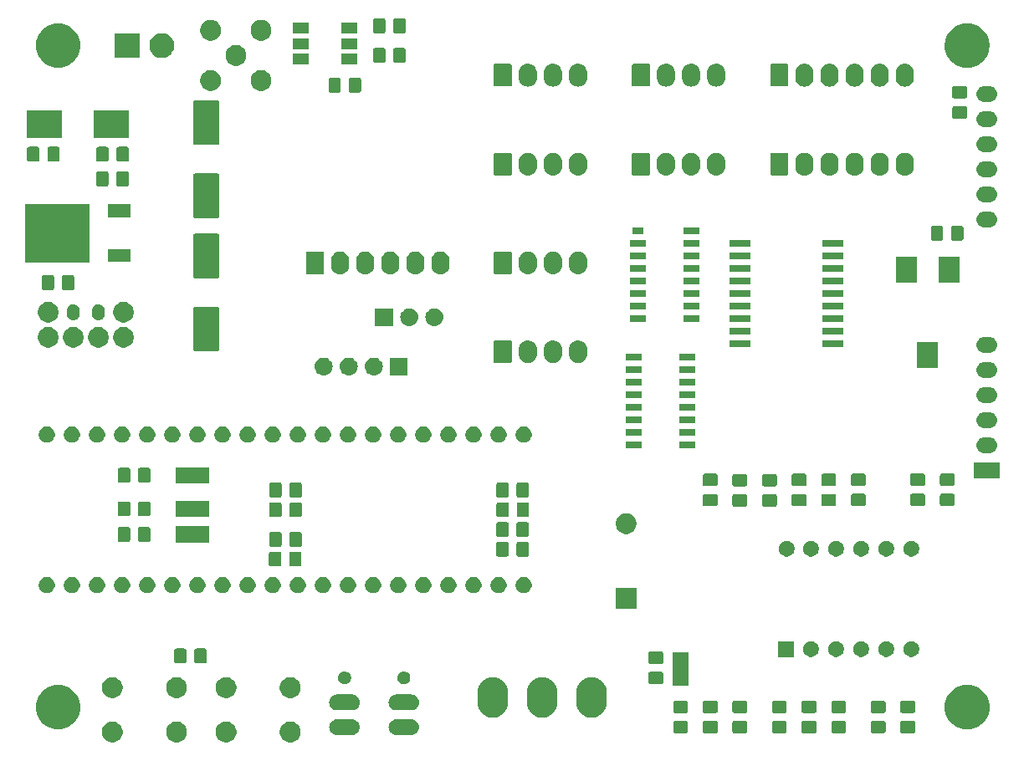
<source format=gbr>
G04 #@! TF.GenerationSoftware,KiCad,Pcbnew,5.0.2*
G04 #@! TF.CreationDate,2019-07-25T16:39:25-03:00*
G04 #@! TF.ProjectId,ShieldEduIfspSTM32,53686965-6c64-4456-9475-496673705354,rev?*
G04 #@! TF.SameCoordinates,Original*
G04 #@! TF.FileFunction,Soldermask,Top*
G04 #@! TF.FilePolarity,Negative*
%FSLAX46Y46*%
G04 Gerber Fmt 4.6, Leading zero omitted, Abs format (unit mm)*
G04 Created by KiCad (PCBNEW 5.0.2) date qui 25 jul 2019 16:39:25 -03*
%MOMM*%
%LPD*%
G01*
G04 APERTURE LIST*
%ADD10C,0.100000*%
G04 APERTURE END LIST*
D10*
G36*
X131806565Y-113489389D02*
X131997834Y-113568615D01*
X132169976Y-113683637D01*
X132316363Y-113830024D01*
X132431385Y-114002166D01*
X132510611Y-114193435D01*
X132551000Y-114396484D01*
X132551000Y-114603516D01*
X132510611Y-114806565D01*
X132431385Y-114997834D01*
X132316363Y-115169976D01*
X132169976Y-115316363D01*
X131997834Y-115431385D01*
X131806565Y-115510611D01*
X131603516Y-115551000D01*
X131396484Y-115551000D01*
X131193435Y-115510611D01*
X131002166Y-115431385D01*
X130830024Y-115316363D01*
X130683637Y-115169976D01*
X130568615Y-114997834D01*
X130489389Y-114806565D01*
X130449000Y-114603516D01*
X130449000Y-114396484D01*
X130489389Y-114193435D01*
X130568615Y-114002166D01*
X130683637Y-113830024D01*
X130830024Y-113683637D01*
X131002166Y-113568615D01*
X131193435Y-113489389D01*
X131396484Y-113449000D01*
X131603516Y-113449000D01*
X131806565Y-113489389D01*
X131806565Y-113489389D01*
G37*
G36*
X125306565Y-113489389D02*
X125497834Y-113568615D01*
X125669976Y-113683637D01*
X125816363Y-113830024D01*
X125931385Y-114002166D01*
X126010611Y-114193435D01*
X126051000Y-114396484D01*
X126051000Y-114603516D01*
X126010611Y-114806565D01*
X125931385Y-114997834D01*
X125816363Y-115169976D01*
X125669976Y-115316363D01*
X125497834Y-115431385D01*
X125306565Y-115510611D01*
X125103516Y-115551000D01*
X124896484Y-115551000D01*
X124693435Y-115510611D01*
X124502166Y-115431385D01*
X124330024Y-115316363D01*
X124183637Y-115169976D01*
X124068615Y-114997834D01*
X123989389Y-114806565D01*
X123949000Y-114603516D01*
X123949000Y-114396484D01*
X123989389Y-114193435D01*
X124068615Y-114002166D01*
X124183637Y-113830024D01*
X124330024Y-113683637D01*
X124502166Y-113568615D01*
X124693435Y-113489389D01*
X124896484Y-113449000D01*
X125103516Y-113449000D01*
X125306565Y-113489389D01*
X125306565Y-113489389D01*
G37*
G36*
X113806565Y-113489389D02*
X113997834Y-113568615D01*
X114169976Y-113683637D01*
X114316363Y-113830024D01*
X114431385Y-114002166D01*
X114510611Y-114193435D01*
X114551000Y-114396484D01*
X114551000Y-114603516D01*
X114510611Y-114806565D01*
X114431385Y-114997834D01*
X114316363Y-115169976D01*
X114169976Y-115316363D01*
X113997834Y-115431385D01*
X113806565Y-115510611D01*
X113603516Y-115551000D01*
X113396484Y-115551000D01*
X113193435Y-115510611D01*
X113002166Y-115431385D01*
X112830024Y-115316363D01*
X112683637Y-115169976D01*
X112568615Y-114997834D01*
X112489389Y-114806565D01*
X112449000Y-114603516D01*
X112449000Y-114396484D01*
X112489389Y-114193435D01*
X112568615Y-114002166D01*
X112683637Y-113830024D01*
X112830024Y-113683637D01*
X113002166Y-113568615D01*
X113193435Y-113489389D01*
X113396484Y-113449000D01*
X113603516Y-113449000D01*
X113806565Y-113489389D01*
X113806565Y-113489389D01*
G37*
G36*
X120306565Y-113489389D02*
X120497834Y-113568615D01*
X120669976Y-113683637D01*
X120816363Y-113830024D01*
X120931385Y-114002166D01*
X121010611Y-114193435D01*
X121051000Y-114396484D01*
X121051000Y-114603516D01*
X121010611Y-114806565D01*
X120931385Y-114997834D01*
X120816363Y-115169976D01*
X120669976Y-115316363D01*
X120497834Y-115431385D01*
X120306565Y-115510611D01*
X120103516Y-115551000D01*
X119896484Y-115551000D01*
X119693435Y-115510611D01*
X119502166Y-115431385D01*
X119330024Y-115316363D01*
X119183637Y-115169976D01*
X119068615Y-114997834D01*
X118989389Y-114806565D01*
X118949000Y-114603516D01*
X118949000Y-114396484D01*
X118989389Y-114193435D01*
X119068615Y-114002166D01*
X119183637Y-113830024D01*
X119330024Y-113683637D01*
X119502166Y-113568615D01*
X119693435Y-113489389D01*
X119896484Y-113449000D01*
X120103516Y-113449000D01*
X120306565Y-113489389D01*
X120306565Y-113489389D01*
G37*
G36*
X143907025Y-113210590D02*
X144058012Y-113256392D01*
X144197165Y-113330770D01*
X144319133Y-113430867D01*
X144419230Y-113552835D01*
X144493608Y-113691988D01*
X144539410Y-113842975D01*
X144554875Y-114000000D01*
X144539410Y-114157025D01*
X144493608Y-114308012D01*
X144419230Y-114447165D01*
X144319133Y-114569133D01*
X144197165Y-114669230D01*
X144058012Y-114743608D01*
X143907025Y-114789410D01*
X143789346Y-114801000D01*
X142210654Y-114801000D01*
X142092975Y-114789410D01*
X141941988Y-114743608D01*
X141802835Y-114669230D01*
X141680867Y-114569133D01*
X141580770Y-114447165D01*
X141506392Y-114308012D01*
X141460590Y-114157025D01*
X141445125Y-114000000D01*
X141460590Y-113842975D01*
X141506392Y-113691988D01*
X141580770Y-113552835D01*
X141680867Y-113430867D01*
X141802835Y-113330770D01*
X141941988Y-113256392D01*
X142092975Y-113210590D01*
X142210654Y-113199000D01*
X143789346Y-113199000D01*
X143907025Y-113210590D01*
X143907025Y-113210590D01*
G37*
G36*
X137907025Y-113210590D02*
X138058012Y-113256392D01*
X138197165Y-113330770D01*
X138319133Y-113430867D01*
X138419230Y-113552835D01*
X138493608Y-113691988D01*
X138539410Y-113842975D01*
X138554875Y-114000000D01*
X138539410Y-114157025D01*
X138493608Y-114308012D01*
X138419230Y-114447165D01*
X138319133Y-114569133D01*
X138197165Y-114669230D01*
X138058012Y-114743608D01*
X137907025Y-114789410D01*
X137789346Y-114801000D01*
X136210654Y-114801000D01*
X136092975Y-114789410D01*
X135941988Y-114743608D01*
X135802835Y-114669230D01*
X135680867Y-114569133D01*
X135580770Y-114447165D01*
X135506392Y-114308012D01*
X135460590Y-114157025D01*
X135445125Y-114000000D01*
X135460590Y-113842975D01*
X135506392Y-113691988D01*
X135580770Y-113552835D01*
X135680867Y-113430867D01*
X135802835Y-113330770D01*
X135941988Y-113256392D01*
X136092975Y-113210590D01*
X136210654Y-113199000D01*
X137789346Y-113199000D01*
X137907025Y-113210590D01*
X137907025Y-113210590D01*
G37*
G36*
X171588677Y-113378465D02*
X171626364Y-113389898D01*
X171661103Y-113408466D01*
X171691548Y-113433452D01*
X171716534Y-113463897D01*
X171735102Y-113498636D01*
X171746535Y-113536323D01*
X171751000Y-113581661D01*
X171751000Y-114418339D01*
X171746535Y-114463677D01*
X171735102Y-114501364D01*
X171716534Y-114536103D01*
X171691548Y-114566548D01*
X171661103Y-114591534D01*
X171626364Y-114610102D01*
X171588677Y-114621535D01*
X171543339Y-114626000D01*
X170456661Y-114626000D01*
X170411323Y-114621535D01*
X170373636Y-114610102D01*
X170338897Y-114591534D01*
X170308452Y-114566548D01*
X170283466Y-114536103D01*
X170264898Y-114501364D01*
X170253465Y-114463677D01*
X170249000Y-114418339D01*
X170249000Y-113581661D01*
X170253465Y-113536323D01*
X170264898Y-113498636D01*
X170283466Y-113463897D01*
X170308452Y-113433452D01*
X170338897Y-113408466D01*
X170373636Y-113389898D01*
X170411323Y-113378465D01*
X170456661Y-113374000D01*
X171543339Y-113374000D01*
X171588677Y-113378465D01*
X171588677Y-113378465D01*
G37*
G36*
X191588677Y-113378465D02*
X191626364Y-113389898D01*
X191661103Y-113408466D01*
X191691548Y-113433452D01*
X191716534Y-113463897D01*
X191735102Y-113498636D01*
X191746535Y-113536323D01*
X191751000Y-113581661D01*
X191751000Y-114418339D01*
X191746535Y-114463677D01*
X191735102Y-114501364D01*
X191716534Y-114536103D01*
X191691548Y-114566548D01*
X191661103Y-114591534D01*
X191626364Y-114610102D01*
X191588677Y-114621535D01*
X191543339Y-114626000D01*
X190456661Y-114626000D01*
X190411323Y-114621535D01*
X190373636Y-114610102D01*
X190338897Y-114591534D01*
X190308452Y-114566548D01*
X190283466Y-114536103D01*
X190264898Y-114501364D01*
X190253465Y-114463677D01*
X190249000Y-114418339D01*
X190249000Y-113581661D01*
X190253465Y-113536323D01*
X190264898Y-113498636D01*
X190283466Y-113463897D01*
X190308452Y-113433452D01*
X190338897Y-113408466D01*
X190373636Y-113389898D01*
X190411323Y-113378465D01*
X190456661Y-113374000D01*
X191543339Y-113374000D01*
X191588677Y-113378465D01*
X191588677Y-113378465D01*
G37*
G36*
X187588677Y-113378465D02*
X187626364Y-113389898D01*
X187661103Y-113408466D01*
X187691548Y-113433452D01*
X187716534Y-113463897D01*
X187735102Y-113498636D01*
X187746535Y-113536323D01*
X187751000Y-113581661D01*
X187751000Y-114418339D01*
X187746535Y-114463677D01*
X187735102Y-114501364D01*
X187716534Y-114536103D01*
X187691548Y-114566548D01*
X187661103Y-114591534D01*
X187626364Y-114610102D01*
X187588677Y-114621535D01*
X187543339Y-114626000D01*
X186456661Y-114626000D01*
X186411323Y-114621535D01*
X186373636Y-114610102D01*
X186338897Y-114591534D01*
X186308452Y-114566548D01*
X186283466Y-114536103D01*
X186264898Y-114501364D01*
X186253465Y-114463677D01*
X186249000Y-114418339D01*
X186249000Y-113581661D01*
X186253465Y-113536323D01*
X186264898Y-113498636D01*
X186283466Y-113463897D01*
X186308452Y-113433452D01*
X186338897Y-113408466D01*
X186373636Y-113389898D01*
X186411323Y-113378465D01*
X186456661Y-113374000D01*
X187543339Y-113374000D01*
X187588677Y-113378465D01*
X187588677Y-113378465D01*
G37*
G36*
X184588677Y-113378465D02*
X184626364Y-113389898D01*
X184661103Y-113408466D01*
X184691548Y-113433452D01*
X184716534Y-113463897D01*
X184735102Y-113498636D01*
X184746535Y-113536323D01*
X184751000Y-113581661D01*
X184751000Y-114418339D01*
X184746535Y-114463677D01*
X184735102Y-114501364D01*
X184716534Y-114536103D01*
X184691548Y-114566548D01*
X184661103Y-114591534D01*
X184626364Y-114610102D01*
X184588677Y-114621535D01*
X184543339Y-114626000D01*
X183456661Y-114626000D01*
X183411323Y-114621535D01*
X183373636Y-114610102D01*
X183338897Y-114591534D01*
X183308452Y-114566548D01*
X183283466Y-114536103D01*
X183264898Y-114501364D01*
X183253465Y-114463677D01*
X183249000Y-114418339D01*
X183249000Y-113581661D01*
X183253465Y-113536323D01*
X183264898Y-113498636D01*
X183283466Y-113463897D01*
X183308452Y-113433452D01*
X183338897Y-113408466D01*
X183373636Y-113389898D01*
X183411323Y-113378465D01*
X183456661Y-113374000D01*
X184543339Y-113374000D01*
X184588677Y-113378465D01*
X184588677Y-113378465D01*
G37*
G36*
X181588677Y-113378465D02*
X181626364Y-113389898D01*
X181661103Y-113408466D01*
X181691548Y-113433452D01*
X181716534Y-113463897D01*
X181735102Y-113498636D01*
X181746535Y-113536323D01*
X181751000Y-113581661D01*
X181751000Y-114418339D01*
X181746535Y-114463677D01*
X181735102Y-114501364D01*
X181716534Y-114536103D01*
X181691548Y-114566548D01*
X181661103Y-114591534D01*
X181626364Y-114610102D01*
X181588677Y-114621535D01*
X181543339Y-114626000D01*
X180456661Y-114626000D01*
X180411323Y-114621535D01*
X180373636Y-114610102D01*
X180338897Y-114591534D01*
X180308452Y-114566548D01*
X180283466Y-114536103D01*
X180264898Y-114501364D01*
X180253465Y-114463677D01*
X180249000Y-114418339D01*
X180249000Y-113581661D01*
X180253465Y-113536323D01*
X180264898Y-113498636D01*
X180283466Y-113463897D01*
X180308452Y-113433452D01*
X180338897Y-113408466D01*
X180373636Y-113389898D01*
X180411323Y-113378465D01*
X180456661Y-113374000D01*
X181543339Y-113374000D01*
X181588677Y-113378465D01*
X181588677Y-113378465D01*
G37*
G36*
X177588677Y-113378465D02*
X177626364Y-113389898D01*
X177661103Y-113408466D01*
X177691548Y-113433452D01*
X177716534Y-113463897D01*
X177735102Y-113498636D01*
X177746535Y-113536323D01*
X177751000Y-113581661D01*
X177751000Y-114418339D01*
X177746535Y-114463677D01*
X177735102Y-114501364D01*
X177716534Y-114536103D01*
X177691548Y-114566548D01*
X177661103Y-114591534D01*
X177626364Y-114610102D01*
X177588677Y-114621535D01*
X177543339Y-114626000D01*
X176456661Y-114626000D01*
X176411323Y-114621535D01*
X176373636Y-114610102D01*
X176338897Y-114591534D01*
X176308452Y-114566548D01*
X176283466Y-114536103D01*
X176264898Y-114501364D01*
X176253465Y-114463677D01*
X176249000Y-114418339D01*
X176249000Y-113581661D01*
X176253465Y-113536323D01*
X176264898Y-113498636D01*
X176283466Y-113463897D01*
X176308452Y-113433452D01*
X176338897Y-113408466D01*
X176373636Y-113389898D01*
X176411323Y-113378465D01*
X176456661Y-113374000D01*
X177543339Y-113374000D01*
X177588677Y-113378465D01*
X177588677Y-113378465D01*
G37*
G36*
X174588677Y-113378465D02*
X174626364Y-113389898D01*
X174661103Y-113408466D01*
X174691548Y-113433452D01*
X174716534Y-113463897D01*
X174735102Y-113498636D01*
X174746535Y-113536323D01*
X174751000Y-113581661D01*
X174751000Y-114418339D01*
X174746535Y-114463677D01*
X174735102Y-114501364D01*
X174716534Y-114536103D01*
X174691548Y-114566548D01*
X174661103Y-114591534D01*
X174626364Y-114610102D01*
X174588677Y-114621535D01*
X174543339Y-114626000D01*
X173456661Y-114626000D01*
X173411323Y-114621535D01*
X173373636Y-114610102D01*
X173338897Y-114591534D01*
X173308452Y-114566548D01*
X173283466Y-114536103D01*
X173264898Y-114501364D01*
X173253465Y-114463677D01*
X173249000Y-114418339D01*
X173249000Y-113581661D01*
X173253465Y-113536323D01*
X173264898Y-113498636D01*
X173283466Y-113463897D01*
X173308452Y-113433452D01*
X173338897Y-113408466D01*
X173373636Y-113389898D01*
X173411323Y-113378465D01*
X173456661Y-113374000D01*
X174543339Y-113374000D01*
X174588677Y-113378465D01*
X174588677Y-113378465D01*
G37*
G36*
X194588677Y-113378465D02*
X194626364Y-113389898D01*
X194661103Y-113408466D01*
X194691548Y-113433452D01*
X194716534Y-113463897D01*
X194735102Y-113498636D01*
X194746535Y-113536323D01*
X194751000Y-113581661D01*
X194751000Y-114418339D01*
X194746535Y-114463677D01*
X194735102Y-114501364D01*
X194716534Y-114536103D01*
X194691548Y-114566548D01*
X194661103Y-114591534D01*
X194626364Y-114610102D01*
X194588677Y-114621535D01*
X194543339Y-114626000D01*
X193456661Y-114626000D01*
X193411323Y-114621535D01*
X193373636Y-114610102D01*
X193338897Y-114591534D01*
X193308452Y-114566548D01*
X193283466Y-114536103D01*
X193264898Y-114501364D01*
X193253465Y-114463677D01*
X193249000Y-114418339D01*
X193249000Y-113581661D01*
X193253465Y-113536323D01*
X193264898Y-113498636D01*
X193283466Y-113463897D01*
X193308452Y-113433452D01*
X193338897Y-113408466D01*
X193373636Y-113389898D01*
X193411323Y-113378465D01*
X193456661Y-113374000D01*
X194543339Y-113374000D01*
X194588677Y-113378465D01*
X194588677Y-113378465D01*
G37*
G36*
X108308445Y-109766254D02*
X108656593Y-109835504D01*
X109066249Y-110005189D01*
X109434929Y-110251534D01*
X109748466Y-110565071D01*
X109994811Y-110933751D01*
X110164496Y-111343407D01*
X110251000Y-111778296D01*
X110251000Y-112221704D01*
X110164496Y-112656593D01*
X109994811Y-113066249D01*
X109748466Y-113434929D01*
X109434929Y-113748466D01*
X109066249Y-113994811D01*
X108656593Y-114164496D01*
X108308445Y-114233746D01*
X108221706Y-114251000D01*
X107778294Y-114251000D01*
X107691555Y-114233746D01*
X107343407Y-114164496D01*
X106933751Y-113994811D01*
X106565071Y-113748466D01*
X106251534Y-113434929D01*
X106005189Y-113066249D01*
X105835504Y-112656593D01*
X105749000Y-112221704D01*
X105749000Y-111778296D01*
X105835504Y-111343407D01*
X106005189Y-110933751D01*
X106251534Y-110565071D01*
X106565071Y-110251534D01*
X106933751Y-110005189D01*
X107343407Y-109835504D01*
X107691555Y-109766254D01*
X107778294Y-109749000D01*
X108221706Y-109749000D01*
X108308445Y-109766254D01*
X108308445Y-109766254D01*
G37*
G36*
X200308445Y-109766254D02*
X200656593Y-109835504D01*
X201066249Y-110005189D01*
X201434929Y-110251534D01*
X201748466Y-110565071D01*
X201994811Y-110933751D01*
X202164496Y-111343407D01*
X202251000Y-111778296D01*
X202251000Y-112221704D01*
X202164496Y-112656593D01*
X201994811Y-113066249D01*
X201748466Y-113434929D01*
X201434929Y-113748466D01*
X201066249Y-113994811D01*
X200656593Y-114164496D01*
X200308445Y-114233746D01*
X200221706Y-114251000D01*
X199778294Y-114251000D01*
X199691555Y-114233746D01*
X199343407Y-114164496D01*
X198933751Y-113994811D01*
X198565071Y-113748466D01*
X198251534Y-113434929D01*
X198005189Y-113066249D01*
X197835504Y-112656593D01*
X197749000Y-112221704D01*
X197749000Y-111778296D01*
X197835504Y-111343407D01*
X198005189Y-110933751D01*
X198251534Y-110565071D01*
X198565071Y-110251534D01*
X198933751Y-110005189D01*
X199343407Y-109835504D01*
X199691555Y-109766254D01*
X199778294Y-109749000D01*
X200221706Y-109749000D01*
X200308445Y-109766254D01*
X200308445Y-109766254D01*
G37*
G36*
X152301500Y-108971190D02*
X152301503Y-108971191D01*
X152593844Y-109059871D01*
X152593847Y-109059873D01*
X152593848Y-109059873D01*
X152863266Y-109203879D01*
X153099416Y-109397684D01*
X153293221Y-109633834D01*
X153437227Y-109903252D01*
X153437229Y-109903256D01*
X153468150Y-110005191D01*
X153525910Y-110195600D01*
X153548350Y-110423438D01*
X153548350Y-111576562D01*
X153525910Y-111804400D01*
X153525909Y-111804402D01*
X153525909Y-111804403D01*
X153437229Y-112096744D01*
X153437227Y-112096747D01*
X153437227Y-112096748D01*
X153293221Y-112366166D01*
X153099416Y-112602316D01*
X152863265Y-112796121D01*
X152593847Y-112940127D01*
X152593843Y-112940129D01*
X152331504Y-113019708D01*
X152301499Y-113028810D01*
X151997480Y-113058753D01*
X151693460Y-113028810D01*
X151663455Y-113019708D01*
X151401116Y-112940129D01*
X151401112Y-112940127D01*
X151131694Y-112796121D01*
X150895544Y-112602316D01*
X150701739Y-112366165D01*
X150557733Y-112096747D01*
X150557732Y-112096744D01*
X150557731Y-112096743D01*
X150469051Y-111804402D01*
X150469050Y-111804399D01*
X150446610Y-111576561D01*
X150446610Y-110423438D01*
X150469050Y-110195600D01*
X150526810Y-110005191D01*
X150557731Y-109903256D01*
X150701740Y-109633834D01*
X150895545Y-109397684D01*
X150977985Y-109330027D01*
X151131695Y-109203879D01*
X151401113Y-109059873D01*
X151401114Y-109059873D01*
X151401117Y-109059871D01*
X151693458Y-108971191D01*
X151693461Y-108971190D01*
X151997480Y-108941247D01*
X152301500Y-108971190D01*
X152301500Y-108971190D01*
G37*
G36*
X157302760Y-108971190D02*
X157302763Y-108971191D01*
X157595104Y-109059871D01*
X157595107Y-109059873D01*
X157595108Y-109059873D01*
X157864526Y-109203879D01*
X158100676Y-109397684D01*
X158294481Y-109633834D01*
X158438487Y-109903252D01*
X158438489Y-109903256D01*
X158469410Y-110005191D01*
X158527170Y-110195600D01*
X158549610Y-110423438D01*
X158549610Y-111576562D01*
X158527170Y-111804400D01*
X158527169Y-111804402D01*
X158527169Y-111804403D01*
X158438489Y-112096744D01*
X158438487Y-112096747D01*
X158438487Y-112096748D01*
X158294481Y-112366166D01*
X158100676Y-112602316D01*
X157864525Y-112796121D01*
X157595107Y-112940127D01*
X157595103Y-112940129D01*
X157332764Y-113019708D01*
X157302759Y-113028810D01*
X156998740Y-113058753D01*
X156694720Y-113028810D01*
X156664715Y-113019708D01*
X156402376Y-112940129D01*
X156402372Y-112940127D01*
X156132954Y-112796121D01*
X155896804Y-112602316D01*
X155702999Y-112366165D01*
X155558993Y-112096747D01*
X155558992Y-112096744D01*
X155558991Y-112096743D01*
X155470311Y-111804402D01*
X155470310Y-111804399D01*
X155447870Y-111576561D01*
X155447870Y-110423438D01*
X155470310Y-110195600D01*
X155528070Y-110005191D01*
X155558991Y-109903256D01*
X155703000Y-109633834D01*
X155896805Y-109397684D01*
X155979245Y-109330027D01*
X156132955Y-109203879D01*
X156402373Y-109059873D01*
X156402374Y-109059873D01*
X156402377Y-109059871D01*
X156694718Y-108971191D01*
X156694721Y-108971190D01*
X156998740Y-108941247D01*
X157302760Y-108971190D01*
X157302760Y-108971190D01*
G37*
G36*
X162304020Y-108971190D02*
X162304023Y-108971191D01*
X162596364Y-109059871D01*
X162596367Y-109059873D01*
X162596368Y-109059873D01*
X162865786Y-109203879D01*
X163101936Y-109397684D01*
X163295741Y-109633834D01*
X163439747Y-109903252D01*
X163439749Y-109903256D01*
X163470670Y-110005191D01*
X163528430Y-110195600D01*
X163550870Y-110423438D01*
X163550870Y-111576562D01*
X163528430Y-111804400D01*
X163528429Y-111804402D01*
X163528429Y-111804403D01*
X163439749Y-112096744D01*
X163439747Y-112096747D01*
X163439747Y-112096748D01*
X163295741Y-112366166D01*
X163101936Y-112602316D01*
X162865785Y-112796121D01*
X162596367Y-112940127D01*
X162596363Y-112940129D01*
X162334024Y-113019708D01*
X162304019Y-113028810D01*
X162000000Y-113058753D01*
X161695980Y-113028810D01*
X161665975Y-113019708D01*
X161403636Y-112940129D01*
X161403632Y-112940127D01*
X161134214Y-112796121D01*
X160898064Y-112602316D01*
X160704259Y-112366165D01*
X160560253Y-112096747D01*
X160560252Y-112096744D01*
X160560251Y-112096743D01*
X160471571Y-111804402D01*
X160471570Y-111804399D01*
X160449130Y-111576561D01*
X160449130Y-110423438D01*
X160471570Y-110195600D01*
X160529330Y-110005191D01*
X160560251Y-109903256D01*
X160704260Y-109633834D01*
X160898065Y-109397684D01*
X160980505Y-109330027D01*
X161134215Y-109203879D01*
X161403633Y-109059873D01*
X161403634Y-109059873D01*
X161403637Y-109059871D01*
X161695978Y-108971191D01*
X161695981Y-108971190D01*
X162000000Y-108941247D01*
X162304020Y-108971190D01*
X162304020Y-108971190D01*
G37*
G36*
X191588677Y-111328465D02*
X191626364Y-111339898D01*
X191661103Y-111358466D01*
X191691548Y-111383452D01*
X191716534Y-111413897D01*
X191735102Y-111448636D01*
X191746535Y-111486323D01*
X191751000Y-111531661D01*
X191751000Y-112368339D01*
X191746535Y-112413677D01*
X191735102Y-112451364D01*
X191716534Y-112486103D01*
X191691548Y-112516548D01*
X191661103Y-112541534D01*
X191626364Y-112560102D01*
X191588677Y-112571535D01*
X191543339Y-112576000D01*
X190456661Y-112576000D01*
X190411323Y-112571535D01*
X190373636Y-112560102D01*
X190338897Y-112541534D01*
X190308452Y-112516548D01*
X190283466Y-112486103D01*
X190264898Y-112451364D01*
X190253465Y-112413677D01*
X190249000Y-112368339D01*
X190249000Y-111531661D01*
X190253465Y-111486323D01*
X190264898Y-111448636D01*
X190283466Y-111413897D01*
X190308452Y-111383452D01*
X190338897Y-111358466D01*
X190373636Y-111339898D01*
X190411323Y-111328465D01*
X190456661Y-111324000D01*
X191543339Y-111324000D01*
X191588677Y-111328465D01*
X191588677Y-111328465D01*
G37*
G36*
X187588677Y-111328465D02*
X187626364Y-111339898D01*
X187661103Y-111358466D01*
X187691548Y-111383452D01*
X187716534Y-111413897D01*
X187735102Y-111448636D01*
X187746535Y-111486323D01*
X187751000Y-111531661D01*
X187751000Y-112368339D01*
X187746535Y-112413677D01*
X187735102Y-112451364D01*
X187716534Y-112486103D01*
X187691548Y-112516548D01*
X187661103Y-112541534D01*
X187626364Y-112560102D01*
X187588677Y-112571535D01*
X187543339Y-112576000D01*
X186456661Y-112576000D01*
X186411323Y-112571535D01*
X186373636Y-112560102D01*
X186338897Y-112541534D01*
X186308452Y-112516548D01*
X186283466Y-112486103D01*
X186264898Y-112451364D01*
X186253465Y-112413677D01*
X186249000Y-112368339D01*
X186249000Y-111531661D01*
X186253465Y-111486323D01*
X186264898Y-111448636D01*
X186283466Y-111413897D01*
X186308452Y-111383452D01*
X186338897Y-111358466D01*
X186373636Y-111339898D01*
X186411323Y-111328465D01*
X186456661Y-111324000D01*
X187543339Y-111324000D01*
X187588677Y-111328465D01*
X187588677Y-111328465D01*
G37*
G36*
X184588677Y-111328465D02*
X184626364Y-111339898D01*
X184661103Y-111358466D01*
X184691548Y-111383452D01*
X184716534Y-111413897D01*
X184735102Y-111448636D01*
X184746535Y-111486323D01*
X184751000Y-111531661D01*
X184751000Y-112368339D01*
X184746535Y-112413677D01*
X184735102Y-112451364D01*
X184716534Y-112486103D01*
X184691548Y-112516548D01*
X184661103Y-112541534D01*
X184626364Y-112560102D01*
X184588677Y-112571535D01*
X184543339Y-112576000D01*
X183456661Y-112576000D01*
X183411323Y-112571535D01*
X183373636Y-112560102D01*
X183338897Y-112541534D01*
X183308452Y-112516548D01*
X183283466Y-112486103D01*
X183264898Y-112451364D01*
X183253465Y-112413677D01*
X183249000Y-112368339D01*
X183249000Y-111531661D01*
X183253465Y-111486323D01*
X183264898Y-111448636D01*
X183283466Y-111413897D01*
X183308452Y-111383452D01*
X183338897Y-111358466D01*
X183373636Y-111339898D01*
X183411323Y-111328465D01*
X183456661Y-111324000D01*
X184543339Y-111324000D01*
X184588677Y-111328465D01*
X184588677Y-111328465D01*
G37*
G36*
X177588677Y-111328465D02*
X177626364Y-111339898D01*
X177661103Y-111358466D01*
X177691548Y-111383452D01*
X177716534Y-111413897D01*
X177735102Y-111448636D01*
X177746535Y-111486323D01*
X177751000Y-111531661D01*
X177751000Y-112368339D01*
X177746535Y-112413677D01*
X177735102Y-112451364D01*
X177716534Y-112486103D01*
X177691548Y-112516548D01*
X177661103Y-112541534D01*
X177626364Y-112560102D01*
X177588677Y-112571535D01*
X177543339Y-112576000D01*
X176456661Y-112576000D01*
X176411323Y-112571535D01*
X176373636Y-112560102D01*
X176338897Y-112541534D01*
X176308452Y-112516548D01*
X176283466Y-112486103D01*
X176264898Y-112451364D01*
X176253465Y-112413677D01*
X176249000Y-112368339D01*
X176249000Y-111531661D01*
X176253465Y-111486323D01*
X176264898Y-111448636D01*
X176283466Y-111413897D01*
X176308452Y-111383452D01*
X176338897Y-111358466D01*
X176373636Y-111339898D01*
X176411323Y-111328465D01*
X176456661Y-111324000D01*
X177543339Y-111324000D01*
X177588677Y-111328465D01*
X177588677Y-111328465D01*
G37*
G36*
X181588677Y-111328465D02*
X181626364Y-111339898D01*
X181661103Y-111358466D01*
X181691548Y-111383452D01*
X181716534Y-111413897D01*
X181735102Y-111448636D01*
X181746535Y-111486323D01*
X181751000Y-111531661D01*
X181751000Y-112368339D01*
X181746535Y-112413677D01*
X181735102Y-112451364D01*
X181716534Y-112486103D01*
X181691548Y-112516548D01*
X181661103Y-112541534D01*
X181626364Y-112560102D01*
X181588677Y-112571535D01*
X181543339Y-112576000D01*
X180456661Y-112576000D01*
X180411323Y-112571535D01*
X180373636Y-112560102D01*
X180338897Y-112541534D01*
X180308452Y-112516548D01*
X180283466Y-112486103D01*
X180264898Y-112451364D01*
X180253465Y-112413677D01*
X180249000Y-112368339D01*
X180249000Y-111531661D01*
X180253465Y-111486323D01*
X180264898Y-111448636D01*
X180283466Y-111413897D01*
X180308452Y-111383452D01*
X180338897Y-111358466D01*
X180373636Y-111339898D01*
X180411323Y-111328465D01*
X180456661Y-111324000D01*
X181543339Y-111324000D01*
X181588677Y-111328465D01*
X181588677Y-111328465D01*
G37*
G36*
X174588677Y-111328465D02*
X174626364Y-111339898D01*
X174661103Y-111358466D01*
X174691548Y-111383452D01*
X174716534Y-111413897D01*
X174735102Y-111448636D01*
X174746535Y-111486323D01*
X174751000Y-111531661D01*
X174751000Y-112368339D01*
X174746535Y-112413677D01*
X174735102Y-112451364D01*
X174716534Y-112486103D01*
X174691548Y-112516548D01*
X174661103Y-112541534D01*
X174626364Y-112560102D01*
X174588677Y-112571535D01*
X174543339Y-112576000D01*
X173456661Y-112576000D01*
X173411323Y-112571535D01*
X173373636Y-112560102D01*
X173338897Y-112541534D01*
X173308452Y-112516548D01*
X173283466Y-112486103D01*
X173264898Y-112451364D01*
X173253465Y-112413677D01*
X173249000Y-112368339D01*
X173249000Y-111531661D01*
X173253465Y-111486323D01*
X173264898Y-111448636D01*
X173283466Y-111413897D01*
X173308452Y-111383452D01*
X173338897Y-111358466D01*
X173373636Y-111339898D01*
X173411323Y-111328465D01*
X173456661Y-111324000D01*
X174543339Y-111324000D01*
X174588677Y-111328465D01*
X174588677Y-111328465D01*
G37*
G36*
X194588677Y-111328465D02*
X194626364Y-111339898D01*
X194661103Y-111358466D01*
X194691548Y-111383452D01*
X194716534Y-111413897D01*
X194735102Y-111448636D01*
X194746535Y-111486323D01*
X194751000Y-111531661D01*
X194751000Y-112368339D01*
X194746535Y-112413677D01*
X194735102Y-112451364D01*
X194716534Y-112486103D01*
X194691548Y-112516548D01*
X194661103Y-112541534D01*
X194626364Y-112560102D01*
X194588677Y-112571535D01*
X194543339Y-112576000D01*
X193456661Y-112576000D01*
X193411323Y-112571535D01*
X193373636Y-112560102D01*
X193338897Y-112541534D01*
X193308452Y-112516548D01*
X193283466Y-112486103D01*
X193264898Y-112451364D01*
X193253465Y-112413677D01*
X193249000Y-112368339D01*
X193249000Y-111531661D01*
X193253465Y-111486323D01*
X193264898Y-111448636D01*
X193283466Y-111413897D01*
X193308452Y-111383452D01*
X193338897Y-111358466D01*
X193373636Y-111339898D01*
X193411323Y-111328465D01*
X193456661Y-111324000D01*
X194543339Y-111324000D01*
X194588677Y-111328465D01*
X194588677Y-111328465D01*
G37*
G36*
X171588677Y-111328465D02*
X171626364Y-111339898D01*
X171661103Y-111358466D01*
X171691548Y-111383452D01*
X171716534Y-111413897D01*
X171735102Y-111448636D01*
X171746535Y-111486323D01*
X171751000Y-111531661D01*
X171751000Y-112368339D01*
X171746535Y-112413677D01*
X171735102Y-112451364D01*
X171716534Y-112486103D01*
X171691548Y-112516548D01*
X171661103Y-112541534D01*
X171626364Y-112560102D01*
X171588677Y-112571535D01*
X171543339Y-112576000D01*
X170456661Y-112576000D01*
X170411323Y-112571535D01*
X170373636Y-112560102D01*
X170338897Y-112541534D01*
X170308452Y-112516548D01*
X170283466Y-112486103D01*
X170264898Y-112451364D01*
X170253465Y-112413677D01*
X170249000Y-112368339D01*
X170249000Y-111531661D01*
X170253465Y-111486323D01*
X170264898Y-111448636D01*
X170283466Y-111413897D01*
X170308452Y-111383452D01*
X170338897Y-111358466D01*
X170373636Y-111339898D01*
X170411323Y-111328465D01*
X170456661Y-111324000D01*
X171543339Y-111324000D01*
X171588677Y-111328465D01*
X171588677Y-111328465D01*
G37*
G36*
X143907025Y-110710590D02*
X144058012Y-110756392D01*
X144197165Y-110830770D01*
X144319133Y-110930867D01*
X144419230Y-111052835D01*
X144493608Y-111191988D01*
X144539410Y-111342975D01*
X144554875Y-111500000D01*
X144539410Y-111657025D01*
X144493608Y-111808012D01*
X144419230Y-111947165D01*
X144319133Y-112069133D01*
X144197165Y-112169230D01*
X144058012Y-112243608D01*
X143907025Y-112289410D01*
X143789346Y-112301000D01*
X142210654Y-112301000D01*
X142092975Y-112289410D01*
X141941988Y-112243608D01*
X141802835Y-112169230D01*
X141680867Y-112069133D01*
X141580770Y-111947165D01*
X141506392Y-111808012D01*
X141460590Y-111657025D01*
X141445125Y-111500000D01*
X141460590Y-111342975D01*
X141506392Y-111191988D01*
X141580770Y-111052835D01*
X141680867Y-110930867D01*
X141802835Y-110830770D01*
X141941988Y-110756392D01*
X142092975Y-110710590D01*
X142210654Y-110699000D01*
X143789346Y-110699000D01*
X143907025Y-110710590D01*
X143907025Y-110710590D01*
G37*
G36*
X137907025Y-110710590D02*
X138058012Y-110756392D01*
X138197165Y-110830770D01*
X138319133Y-110930867D01*
X138419230Y-111052835D01*
X138493608Y-111191988D01*
X138539410Y-111342975D01*
X138554875Y-111500000D01*
X138539410Y-111657025D01*
X138493608Y-111808012D01*
X138419230Y-111947165D01*
X138319133Y-112069133D01*
X138197165Y-112169230D01*
X138058012Y-112243608D01*
X137907025Y-112289410D01*
X137789346Y-112301000D01*
X136210654Y-112301000D01*
X136092975Y-112289410D01*
X135941988Y-112243608D01*
X135802835Y-112169230D01*
X135680867Y-112069133D01*
X135580770Y-111947165D01*
X135506392Y-111808012D01*
X135460590Y-111657025D01*
X135445125Y-111500000D01*
X135460590Y-111342975D01*
X135506392Y-111191988D01*
X135580770Y-111052835D01*
X135680867Y-110930867D01*
X135802835Y-110830770D01*
X135941988Y-110756392D01*
X136092975Y-110710590D01*
X136210654Y-110699000D01*
X137789346Y-110699000D01*
X137907025Y-110710590D01*
X137907025Y-110710590D01*
G37*
G36*
X120306565Y-108989389D02*
X120497834Y-109068615D01*
X120669976Y-109183637D01*
X120816363Y-109330024D01*
X120931385Y-109502166D01*
X121010611Y-109693435D01*
X121051000Y-109896484D01*
X121051000Y-110103516D01*
X121010611Y-110306565D01*
X120931385Y-110497834D01*
X120816363Y-110669976D01*
X120669976Y-110816363D01*
X120497834Y-110931385D01*
X120306565Y-111010611D01*
X120103516Y-111051000D01*
X119896484Y-111051000D01*
X119693435Y-111010611D01*
X119502166Y-110931385D01*
X119330024Y-110816363D01*
X119183637Y-110669976D01*
X119068615Y-110497834D01*
X118989389Y-110306565D01*
X118949000Y-110103516D01*
X118949000Y-109896484D01*
X118989389Y-109693435D01*
X119068615Y-109502166D01*
X119183637Y-109330024D01*
X119330024Y-109183637D01*
X119502166Y-109068615D01*
X119693435Y-108989389D01*
X119896484Y-108949000D01*
X120103516Y-108949000D01*
X120306565Y-108989389D01*
X120306565Y-108989389D01*
G37*
G36*
X131806565Y-108989389D02*
X131997834Y-109068615D01*
X132169976Y-109183637D01*
X132316363Y-109330024D01*
X132431385Y-109502166D01*
X132510611Y-109693435D01*
X132551000Y-109896484D01*
X132551000Y-110103516D01*
X132510611Y-110306565D01*
X132431385Y-110497834D01*
X132316363Y-110669976D01*
X132169976Y-110816363D01*
X131997834Y-110931385D01*
X131806565Y-111010611D01*
X131603516Y-111051000D01*
X131396484Y-111051000D01*
X131193435Y-111010611D01*
X131002166Y-110931385D01*
X130830024Y-110816363D01*
X130683637Y-110669976D01*
X130568615Y-110497834D01*
X130489389Y-110306565D01*
X130449000Y-110103516D01*
X130449000Y-109896484D01*
X130489389Y-109693435D01*
X130568615Y-109502166D01*
X130683637Y-109330024D01*
X130830024Y-109183637D01*
X131002166Y-109068615D01*
X131193435Y-108989389D01*
X131396484Y-108949000D01*
X131603516Y-108949000D01*
X131806565Y-108989389D01*
X131806565Y-108989389D01*
G37*
G36*
X125306565Y-108989389D02*
X125497834Y-109068615D01*
X125669976Y-109183637D01*
X125816363Y-109330024D01*
X125931385Y-109502166D01*
X126010611Y-109693435D01*
X126051000Y-109896484D01*
X126051000Y-110103516D01*
X126010611Y-110306565D01*
X125931385Y-110497834D01*
X125816363Y-110669976D01*
X125669976Y-110816363D01*
X125497834Y-110931385D01*
X125306565Y-111010611D01*
X125103516Y-111051000D01*
X124896484Y-111051000D01*
X124693435Y-111010611D01*
X124502166Y-110931385D01*
X124330024Y-110816363D01*
X124183637Y-110669976D01*
X124068615Y-110497834D01*
X123989389Y-110306565D01*
X123949000Y-110103516D01*
X123949000Y-109896484D01*
X123989389Y-109693435D01*
X124068615Y-109502166D01*
X124183637Y-109330024D01*
X124330024Y-109183637D01*
X124502166Y-109068615D01*
X124693435Y-108989389D01*
X124896484Y-108949000D01*
X125103516Y-108949000D01*
X125306565Y-108989389D01*
X125306565Y-108989389D01*
G37*
G36*
X113806565Y-108989389D02*
X113997834Y-109068615D01*
X114169976Y-109183637D01*
X114316363Y-109330024D01*
X114431385Y-109502166D01*
X114510611Y-109693435D01*
X114551000Y-109896484D01*
X114551000Y-110103516D01*
X114510611Y-110306565D01*
X114431385Y-110497834D01*
X114316363Y-110669976D01*
X114169976Y-110816363D01*
X113997834Y-110931385D01*
X113806565Y-111010611D01*
X113603516Y-111051000D01*
X113396484Y-111051000D01*
X113193435Y-111010611D01*
X113002166Y-110931385D01*
X112830024Y-110816363D01*
X112683637Y-110669976D01*
X112568615Y-110497834D01*
X112489389Y-110306565D01*
X112449000Y-110103516D01*
X112449000Y-109896484D01*
X112489389Y-109693435D01*
X112568615Y-109502166D01*
X112683637Y-109330024D01*
X112830024Y-109183637D01*
X113002166Y-109068615D01*
X113193435Y-108989389D01*
X113396484Y-108949000D01*
X113603516Y-108949000D01*
X113806565Y-108989389D01*
X113806565Y-108989389D01*
G37*
G36*
X171813000Y-109813000D02*
X170187000Y-109813000D01*
X170187000Y-106409000D01*
X171813000Y-106409000D01*
X171813000Y-109813000D01*
X171813000Y-109813000D01*
G37*
G36*
X137189890Y-108374017D02*
X137308361Y-108423089D01*
X137308364Y-108423091D01*
X137391616Y-108478718D01*
X137414992Y-108494338D01*
X137505662Y-108585008D01*
X137576911Y-108691639D01*
X137625983Y-108810110D01*
X137651000Y-108935881D01*
X137651000Y-109064119D01*
X137625983Y-109189890D01*
X137576911Y-109308361D01*
X137505662Y-109414992D01*
X137414992Y-109505662D01*
X137414989Y-109505664D01*
X137414988Y-109505665D01*
X137378511Y-109530038D01*
X137308361Y-109576911D01*
X137189890Y-109625983D01*
X137064119Y-109651000D01*
X136935881Y-109651000D01*
X136810110Y-109625983D01*
X136691639Y-109576911D01*
X136621489Y-109530038D01*
X136585012Y-109505665D01*
X136585011Y-109505664D01*
X136585008Y-109505662D01*
X136494338Y-109414992D01*
X136423089Y-109308361D01*
X136374017Y-109189890D01*
X136349000Y-109064119D01*
X136349000Y-108935881D01*
X136374017Y-108810110D01*
X136423089Y-108691639D01*
X136494338Y-108585008D01*
X136585008Y-108494338D01*
X136608385Y-108478718D01*
X136691636Y-108423091D01*
X136691639Y-108423089D01*
X136810110Y-108374017D01*
X136935881Y-108349000D01*
X137064119Y-108349000D01*
X137189890Y-108374017D01*
X137189890Y-108374017D01*
G37*
G36*
X169088677Y-108403465D02*
X169126364Y-108414898D01*
X169161103Y-108433466D01*
X169191548Y-108458452D01*
X169216534Y-108488897D01*
X169235102Y-108523636D01*
X169246535Y-108561323D01*
X169251000Y-108606661D01*
X169251000Y-109443339D01*
X169246535Y-109488677D01*
X169235102Y-109526364D01*
X169216534Y-109561103D01*
X169191548Y-109591548D01*
X169161103Y-109616534D01*
X169126364Y-109635102D01*
X169088677Y-109646535D01*
X169043339Y-109651000D01*
X167956661Y-109651000D01*
X167911323Y-109646535D01*
X167873636Y-109635102D01*
X167838897Y-109616534D01*
X167808452Y-109591548D01*
X167783466Y-109561103D01*
X167764898Y-109526364D01*
X167753465Y-109488677D01*
X167749000Y-109443339D01*
X167749000Y-108606661D01*
X167753465Y-108561323D01*
X167764898Y-108523636D01*
X167783466Y-108488897D01*
X167808452Y-108458452D01*
X167838897Y-108433466D01*
X167873636Y-108414898D01*
X167911323Y-108403465D01*
X167956661Y-108399000D01*
X169043339Y-108399000D01*
X169088677Y-108403465D01*
X169088677Y-108403465D01*
G37*
G36*
X143189890Y-108374017D02*
X143308361Y-108423089D01*
X143308364Y-108423091D01*
X143391616Y-108478718D01*
X143414992Y-108494338D01*
X143505662Y-108585008D01*
X143576911Y-108691639D01*
X143625983Y-108810110D01*
X143651000Y-108935881D01*
X143651000Y-109064119D01*
X143625983Y-109189890D01*
X143576911Y-109308361D01*
X143505662Y-109414992D01*
X143414992Y-109505662D01*
X143414989Y-109505664D01*
X143414988Y-109505665D01*
X143378511Y-109530038D01*
X143308361Y-109576911D01*
X143189890Y-109625983D01*
X143064119Y-109651000D01*
X142935881Y-109651000D01*
X142810110Y-109625983D01*
X142691639Y-109576911D01*
X142621489Y-109530038D01*
X142585012Y-109505665D01*
X142585011Y-109505664D01*
X142585008Y-109505662D01*
X142494338Y-109414992D01*
X142423089Y-109308361D01*
X142374017Y-109189890D01*
X142349000Y-109064119D01*
X142349000Y-108935881D01*
X142374017Y-108810110D01*
X142423089Y-108691639D01*
X142494338Y-108585008D01*
X142585008Y-108494338D01*
X142608385Y-108478718D01*
X142691636Y-108423091D01*
X142691639Y-108423089D01*
X142810110Y-108374017D01*
X142935881Y-108349000D01*
X143064119Y-108349000D01*
X143189890Y-108374017D01*
X143189890Y-108374017D01*
G37*
G36*
X169088677Y-106353465D02*
X169126364Y-106364898D01*
X169161103Y-106383466D01*
X169191548Y-106408452D01*
X169216534Y-106438897D01*
X169235102Y-106473636D01*
X169246535Y-106511323D01*
X169251000Y-106556661D01*
X169251000Y-107393339D01*
X169246535Y-107438677D01*
X169235102Y-107476364D01*
X169216534Y-107511103D01*
X169191548Y-107541548D01*
X169161103Y-107566534D01*
X169126364Y-107585102D01*
X169088677Y-107596535D01*
X169043339Y-107601000D01*
X167956661Y-107601000D01*
X167911323Y-107596535D01*
X167873636Y-107585102D01*
X167838897Y-107566534D01*
X167808452Y-107541548D01*
X167783466Y-107511103D01*
X167764898Y-107476364D01*
X167753465Y-107438677D01*
X167749000Y-107393339D01*
X167749000Y-106556661D01*
X167753465Y-106511323D01*
X167764898Y-106473636D01*
X167783466Y-106438897D01*
X167808452Y-106408452D01*
X167838897Y-106383466D01*
X167873636Y-106364898D01*
X167911323Y-106353465D01*
X167956661Y-106349000D01*
X169043339Y-106349000D01*
X169088677Y-106353465D01*
X169088677Y-106353465D01*
G37*
G36*
X120838677Y-106053465D02*
X120876364Y-106064898D01*
X120911103Y-106083466D01*
X120941548Y-106108452D01*
X120966534Y-106138897D01*
X120985102Y-106173636D01*
X120996535Y-106211323D01*
X121001000Y-106256661D01*
X121001000Y-107343339D01*
X120996535Y-107388677D01*
X120985102Y-107426364D01*
X120966534Y-107461103D01*
X120941548Y-107491548D01*
X120911103Y-107516534D01*
X120876364Y-107535102D01*
X120838677Y-107546535D01*
X120793339Y-107551000D01*
X119956661Y-107551000D01*
X119911323Y-107546535D01*
X119873636Y-107535102D01*
X119838897Y-107516534D01*
X119808452Y-107491548D01*
X119783466Y-107461103D01*
X119764898Y-107426364D01*
X119753465Y-107388677D01*
X119749000Y-107343339D01*
X119749000Y-106256661D01*
X119753465Y-106211323D01*
X119764898Y-106173636D01*
X119783466Y-106138897D01*
X119808452Y-106108452D01*
X119838897Y-106083466D01*
X119873636Y-106064898D01*
X119911323Y-106053465D01*
X119956661Y-106049000D01*
X120793339Y-106049000D01*
X120838677Y-106053465D01*
X120838677Y-106053465D01*
G37*
G36*
X122888677Y-106053465D02*
X122926364Y-106064898D01*
X122961103Y-106083466D01*
X122991548Y-106108452D01*
X123016534Y-106138897D01*
X123035102Y-106173636D01*
X123046535Y-106211323D01*
X123051000Y-106256661D01*
X123051000Y-107343339D01*
X123046535Y-107388677D01*
X123035102Y-107426364D01*
X123016534Y-107461103D01*
X122991548Y-107491548D01*
X122961103Y-107516534D01*
X122926364Y-107535102D01*
X122888677Y-107546535D01*
X122843339Y-107551000D01*
X122006661Y-107551000D01*
X121961323Y-107546535D01*
X121923636Y-107535102D01*
X121888897Y-107516534D01*
X121858452Y-107491548D01*
X121833466Y-107461103D01*
X121814898Y-107426364D01*
X121803465Y-107388677D01*
X121799000Y-107343339D01*
X121799000Y-106256661D01*
X121803465Y-106211323D01*
X121814898Y-106173636D01*
X121833466Y-106138897D01*
X121858452Y-106108452D01*
X121888897Y-106083466D01*
X121923636Y-106064898D01*
X121961323Y-106053465D01*
X122006661Y-106049000D01*
X122843339Y-106049000D01*
X122888677Y-106053465D01*
X122888677Y-106053465D01*
G37*
G36*
X189515043Y-105324781D02*
X189660815Y-105385162D01*
X189792011Y-105472824D01*
X189903576Y-105584389D01*
X189991238Y-105715585D01*
X190051619Y-105861357D01*
X190082400Y-106016107D01*
X190082400Y-106173893D01*
X190051619Y-106328643D01*
X189991238Y-106474415D01*
X189903576Y-106605611D01*
X189792011Y-106717176D01*
X189660815Y-106804838D01*
X189515043Y-106865219D01*
X189360293Y-106896000D01*
X189202507Y-106896000D01*
X189047757Y-106865219D01*
X188901985Y-106804838D01*
X188770789Y-106717176D01*
X188659224Y-106605611D01*
X188571562Y-106474415D01*
X188511181Y-106328643D01*
X188480400Y-106173893D01*
X188480400Y-106016107D01*
X188511181Y-105861357D01*
X188571562Y-105715585D01*
X188659224Y-105584389D01*
X188770789Y-105472824D01*
X188901985Y-105385162D01*
X189047757Y-105324781D01*
X189202507Y-105294000D01*
X189360293Y-105294000D01*
X189515043Y-105324781D01*
X189515043Y-105324781D01*
G37*
G36*
X194595043Y-105324781D02*
X194740815Y-105385162D01*
X194872011Y-105472824D01*
X194983576Y-105584389D01*
X195071238Y-105715585D01*
X195131619Y-105861357D01*
X195162400Y-106016107D01*
X195162400Y-106173893D01*
X195131619Y-106328643D01*
X195071238Y-106474415D01*
X194983576Y-106605611D01*
X194872011Y-106717176D01*
X194740815Y-106804838D01*
X194595043Y-106865219D01*
X194440293Y-106896000D01*
X194282507Y-106896000D01*
X194127757Y-106865219D01*
X193981985Y-106804838D01*
X193850789Y-106717176D01*
X193739224Y-106605611D01*
X193651562Y-106474415D01*
X193591181Y-106328643D01*
X193560400Y-106173893D01*
X193560400Y-106016107D01*
X193591181Y-105861357D01*
X193651562Y-105715585D01*
X193739224Y-105584389D01*
X193850789Y-105472824D01*
X193981985Y-105385162D01*
X194127757Y-105324781D01*
X194282507Y-105294000D01*
X194440293Y-105294000D01*
X194595043Y-105324781D01*
X194595043Y-105324781D01*
G37*
G36*
X192055043Y-105324781D02*
X192200815Y-105385162D01*
X192332011Y-105472824D01*
X192443576Y-105584389D01*
X192531238Y-105715585D01*
X192591619Y-105861357D01*
X192622400Y-106016107D01*
X192622400Y-106173893D01*
X192591619Y-106328643D01*
X192531238Y-106474415D01*
X192443576Y-106605611D01*
X192332011Y-106717176D01*
X192200815Y-106804838D01*
X192055043Y-106865219D01*
X191900293Y-106896000D01*
X191742507Y-106896000D01*
X191587757Y-106865219D01*
X191441985Y-106804838D01*
X191310789Y-106717176D01*
X191199224Y-106605611D01*
X191111562Y-106474415D01*
X191051181Y-106328643D01*
X191020400Y-106173893D01*
X191020400Y-106016107D01*
X191051181Y-105861357D01*
X191111562Y-105715585D01*
X191199224Y-105584389D01*
X191310789Y-105472824D01*
X191441985Y-105385162D01*
X191587757Y-105324781D01*
X191742507Y-105294000D01*
X191900293Y-105294000D01*
X192055043Y-105324781D01*
X192055043Y-105324781D01*
G37*
G36*
X186975043Y-105324781D02*
X187120815Y-105385162D01*
X187252011Y-105472824D01*
X187363576Y-105584389D01*
X187451238Y-105715585D01*
X187511619Y-105861357D01*
X187542400Y-106016107D01*
X187542400Y-106173893D01*
X187511619Y-106328643D01*
X187451238Y-106474415D01*
X187363576Y-106605611D01*
X187252011Y-106717176D01*
X187120815Y-106804838D01*
X186975043Y-106865219D01*
X186820293Y-106896000D01*
X186662507Y-106896000D01*
X186507757Y-106865219D01*
X186361985Y-106804838D01*
X186230789Y-106717176D01*
X186119224Y-106605611D01*
X186031562Y-106474415D01*
X185971181Y-106328643D01*
X185940400Y-106173893D01*
X185940400Y-106016107D01*
X185971181Y-105861357D01*
X186031562Y-105715585D01*
X186119224Y-105584389D01*
X186230789Y-105472824D01*
X186361985Y-105385162D01*
X186507757Y-105324781D01*
X186662507Y-105294000D01*
X186820293Y-105294000D01*
X186975043Y-105324781D01*
X186975043Y-105324781D01*
G37*
G36*
X184435043Y-105324781D02*
X184580815Y-105385162D01*
X184712011Y-105472824D01*
X184823576Y-105584389D01*
X184911238Y-105715585D01*
X184971619Y-105861357D01*
X185002400Y-106016107D01*
X185002400Y-106173893D01*
X184971619Y-106328643D01*
X184911238Y-106474415D01*
X184823576Y-106605611D01*
X184712011Y-106717176D01*
X184580815Y-106804838D01*
X184435043Y-106865219D01*
X184280293Y-106896000D01*
X184122507Y-106896000D01*
X183967757Y-106865219D01*
X183821985Y-106804838D01*
X183690789Y-106717176D01*
X183579224Y-106605611D01*
X183491562Y-106474415D01*
X183431181Y-106328643D01*
X183400400Y-106173893D01*
X183400400Y-106016107D01*
X183431181Y-105861357D01*
X183491562Y-105715585D01*
X183579224Y-105584389D01*
X183690789Y-105472824D01*
X183821985Y-105385162D01*
X183967757Y-105324781D01*
X184122507Y-105294000D01*
X184280293Y-105294000D01*
X184435043Y-105324781D01*
X184435043Y-105324781D01*
G37*
G36*
X182462400Y-106896000D02*
X180860400Y-106896000D01*
X180860400Y-105294000D01*
X182462400Y-105294000D01*
X182462400Y-106896000D01*
X182462400Y-106896000D01*
G37*
G36*
X166551000Y-102051000D02*
X164449000Y-102051000D01*
X164449000Y-99949000D01*
X166551000Y-99949000D01*
X166551000Y-102051000D01*
X166551000Y-102051000D01*
G37*
G36*
X145207142Y-98838242D02*
X145355102Y-98899530D01*
X145488258Y-98988502D01*
X145601498Y-99101742D01*
X145690470Y-99234898D01*
X145751758Y-99382858D01*
X145783000Y-99539925D01*
X145783000Y-99700075D01*
X145751758Y-99857142D01*
X145690470Y-100005102D01*
X145601498Y-100138258D01*
X145488258Y-100251498D01*
X145355102Y-100340470D01*
X145207142Y-100401758D01*
X145050075Y-100433000D01*
X144889925Y-100433000D01*
X144732858Y-100401758D01*
X144584898Y-100340470D01*
X144451742Y-100251498D01*
X144338502Y-100138258D01*
X144249530Y-100005102D01*
X144188242Y-99857142D01*
X144157000Y-99700075D01*
X144157000Y-99539925D01*
X144188242Y-99382858D01*
X144249530Y-99234898D01*
X144338502Y-99101742D01*
X144451742Y-98988502D01*
X144584898Y-98899530D01*
X144732858Y-98838242D01*
X144889925Y-98807000D01*
X145050075Y-98807000D01*
X145207142Y-98838242D01*
X145207142Y-98838242D01*
G37*
G36*
X107107142Y-98838242D02*
X107255102Y-98899530D01*
X107388258Y-98988502D01*
X107501498Y-99101742D01*
X107590470Y-99234898D01*
X107651758Y-99382858D01*
X107683000Y-99539925D01*
X107683000Y-99700075D01*
X107651758Y-99857142D01*
X107590470Y-100005102D01*
X107501498Y-100138258D01*
X107388258Y-100251498D01*
X107255102Y-100340470D01*
X107107142Y-100401758D01*
X106950075Y-100433000D01*
X106789925Y-100433000D01*
X106632858Y-100401758D01*
X106484898Y-100340470D01*
X106351742Y-100251498D01*
X106238502Y-100138258D01*
X106149530Y-100005102D01*
X106088242Y-99857142D01*
X106057000Y-99700075D01*
X106057000Y-99539925D01*
X106088242Y-99382858D01*
X106149530Y-99234898D01*
X106238502Y-99101742D01*
X106351742Y-98988502D01*
X106484898Y-98899530D01*
X106632858Y-98838242D01*
X106789925Y-98807000D01*
X106950075Y-98807000D01*
X107107142Y-98838242D01*
X107107142Y-98838242D01*
G37*
G36*
X109647142Y-98838242D02*
X109795102Y-98899530D01*
X109928258Y-98988502D01*
X110041498Y-99101742D01*
X110130470Y-99234898D01*
X110191758Y-99382858D01*
X110223000Y-99539925D01*
X110223000Y-99700075D01*
X110191758Y-99857142D01*
X110130470Y-100005102D01*
X110041498Y-100138258D01*
X109928258Y-100251498D01*
X109795102Y-100340470D01*
X109647142Y-100401758D01*
X109490075Y-100433000D01*
X109329925Y-100433000D01*
X109172858Y-100401758D01*
X109024898Y-100340470D01*
X108891742Y-100251498D01*
X108778502Y-100138258D01*
X108689530Y-100005102D01*
X108628242Y-99857142D01*
X108597000Y-99700075D01*
X108597000Y-99539925D01*
X108628242Y-99382858D01*
X108689530Y-99234898D01*
X108778502Y-99101742D01*
X108891742Y-98988502D01*
X109024898Y-98899530D01*
X109172858Y-98838242D01*
X109329925Y-98807000D01*
X109490075Y-98807000D01*
X109647142Y-98838242D01*
X109647142Y-98838242D01*
G37*
G36*
X112187142Y-98838242D02*
X112335102Y-98899530D01*
X112468258Y-98988502D01*
X112581498Y-99101742D01*
X112670470Y-99234898D01*
X112731758Y-99382858D01*
X112763000Y-99539925D01*
X112763000Y-99700075D01*
X112731758Y-99857142D01*
X112670470Y-100005102D01*
X112581498Y-100138258D01*
X112468258Y-100251498D01*
X112335102Y-100340470D01*
X112187142Y-100401758D01*
X112030075Y-100433000D01*
X111869925Y-100433000D01*
X111712858Y-100401758D01*
X111564898Y-100340470D01*
X111431742Y-100251498D01*
X111318502Y-100138258D01*
X111229530Y-100005102D01*
X111168242Y-99857142D01*
X111137000Y-99700075D01*
X111137000Y-99539925D01*
X111168242Y-99382858D01*
X111229530Y-99234898D01*
X111318502Y-99101742D01*
X111431742Y-98988502D01*
X111564898Y-98899530D01*
X111712858Y-98838242D01*
X111869925Y-98807000D01*
X112030075Y-98807000D01*
X112187142Y-98838242D01*
X112187142Y-98838242D01*
G37*
G36*
X152827142Y-98838242D02*
X152975102Y-98899530D01*
X153108258Y-98988502D01*
X153221498Y-99101742D01*
X153310470Y-99234898D01*
X153371758Y-99382858D01*
X153403000Y-99539925D01*
X153403000Y-99700075D01*
X153371758Y-99857142D01*
X153310470Y-100005102D01*
X153221498Y-100138258D01*
X153108258Y-100251498D01*
X152975102Y-100340470D01*
X152827142Y-100401758D01*
X152670075Y-100433000D01*
X152509925Y-100433000D01*
X152352858Y-100401758D01*
X152204898Y-100340470D01*
X152071742Y-100251498D01*
X151958502Y-100138258D01*
X151869530Y-100005102D01*
X151808242Y-99857142D01*
X151777000Y-99700075D01*
X151777000Y-99539925D01*
X151808242Y-99382858D01*
X151869530Y-99234898D01*
X151958502Y-99101742D01*
X152071742Y-98988502D01*
X152204898Y-98899530D01*
X152352858Y-98838242D01*
X152509925Y-98807000D01*
X152670075Y-98807000D01*
X152827142Y-98838242D01*
X152827142Y-98838242D01*
G37*
G36*
X150287142Y-98838242D02*
X150435102Y-98899530D01*
X150568258Y-98988502D01*
X150681498Y-99101742D01*
X150770470Y-99234898D01*
X150831758Y-99382858D01*
X150863000Y-99539925D01*
X150863000Y-99700075D01*
X150831758Y-99857142D01*
X150770470Y-100005102D01*
X150681498Y-100138258D01*
X150568258Y-100251498D01*
X150435102Y-100340470D01*
X150287142Y-100401758D01*
X150130075Y-100433000D01*
X149969925Y-100433000D01*
X149812858Y-100401758D01*
X149664898Y-100340470D01*
X149531742Y-100251498D01*
X149418502Y-100138258D01*
X149329530Y-100005102D01*
X149268242Y-99857142D01*
X149237000Y-99700075D01*
X149237000Y-99539925D01*
X149268242Y-99382858D01*
X149329530Y-99234898D01*
X149418502Y-99101742D01*
X149531742Y-98988502D01*
X149664898Y-98899530D01*
X149812858Y-98838242D01*
X149969925Y-98807000D01*
X150130075Y-98807000D01*
X150287142Y-98838242D01*
X150287142Y-98838242D01*
G37*
G36*
X147747142Y-98838242D02*
X147895102Y-98899530D01*
X148028258Y-98988502D01*
X148141498Y-99101742D01*
X148230470Y-99234898D01*
X148291758Y-99382858D01*
X148323000Y-99539925D01*
X148323000Y-99700075D01*
X148291758Y-99857142D01*
X148230470Y-100005102D01*
X148141498Y-100138258D01*
X148028258Y-100251498D01*
X147895102Y-100340470D01*
X147747142Y-100401758D01*
X147590075Y-100433000D01*
X147429925Y-100433000D01*
X147272858Y-100401758D01*
X147124898Y-100340470D01*
X146991742Y-100251498D01*
X146878502Y-100138258D01*
X146789530Y-100005102D01*
X146728242Y-99857142D01*
X146697000Y-99700075D01*
X146697000Y-99539925D01*
X146728242Y-99382858D01*
X146789530Y-99234898D01*
X146878502Y-99101742D01*
X146991742Y-98988502D01*
X147124898Y-98899530D01*
X147272858Y-98838242D01*
X147429925Y-98807000D01*
X147590075Y-98807000D01*
X147747142Y-98838242D01*
X147747142Y-98838242D01*
G37*
G36*
X114727142Y-98838242D02*
X114875102Y-98899530D01*
X115008258Y-98988502D01*
X115121498Y-99101742D01*
X115210470Y-99234898D01*
X115271758Y-99382858D01*
X115303000Y-99539925D01*
X115303000Y-99700075D01*
X115271758Y-99857142D01*
X115210470Y-100005102D01*
X115121498Y-100138258D01*
X115008258Y-100251498D01*
X114875102Y-100340470D01*
X114727142Y-100401758D01*
X114570075Y-100433000D01*
X114409925Y-100433000D01*
X114252858Y-100401758D01*
X114104898Y-100340470D01*
X113971742Y-100251498D01*
X113858502Y-100138258D01*
X113769530Y-100005102D01*
X113708242Y-99857142D01*
X113677000Y-99700075D01*
X113677000Y-99539925D01*
X113708242Y-99382858D01*
X113769530Y-99234898D01*
X113858502Y-99101742D01*
X113971742Y-98988502D01*
X114104898Y-98899530D01*
X114252858Y-98838242D01*
X114409925Y-98807000D01*
X114570075Y-98807000D01*
X114727142Y-98838242D01*
X114727142Y-98838242D01*
G37*
G36*
X117267142Y-98838242D02*
X117415102Y-98899530D01*
X117548258Y-98988502D01*
X117661498Y-99101742D01*
X117750470Y-99234898D01*
X117811758Y-99382858D01*
X117843000Y-99539925D01*
X117843000Y-99700075D01*
X117811758Y-99857142D01*
X117750470Y-100005102D01*
X117661498Y-100138258D01*
X117548258Y-100251498D01*
X117415102Y-100340470D01*
X117267142Y-100401758D01*
X117110075Y-100433000D01*
X116949925Y-100433000D01*
X116792858Y-100401758D01*
X116644898Y-100340470D01*
X116511742Y-100251498D01*
X116398502Y-100138258D01*
X116309530Y-100005102D01*
X116248242Y-99857142D01*
X116217000Y-99700075D01*
X116217000Y-99539925D01*
X116248242Y-99382858D01*
X116309530Y-99234898D01*
X116398502Y-99101742D01*
X116511742Y-98988502D01*
X116644898Y-98899530D01*
X116792858Y-98838242D01*
X116949925Y-98807000D01*
X117110075Y-98807000D01*
X117267142Y-98838242D01*
X117267142Y-98838242D01*
G37*
G36*
X122347142Y-98838242D02*
X122495102Y-98899530D01*
X122628258Y-98988502D01*
X122741498Y-99101742D01*
X122830470Y-99234898D01*
X122891758Y-99382858D01*
X122923000Y-99539925D01*
X122923000Y-99700075D01*
X122891758Y-99857142D01*
X122830470Y-100005102D01*
X122741498Y-100138258D01*
X122628258Y-100251498D01*
X122495102Y-100340470D01*
X122347142Y-100401758D01*
X122190075Y-100433000D01*
X122029925Y-100433000D01*
X121872858Y-100401758D01*
X121724898Y-100340470D01*
X121591742Y-100251498D01*
X121478502Y-100138258D01*
X121389530Y-100005102D01*
X121328242Y-99857142D01*
X121297000Y-99700075D01*
X121297000Y-99539925D01*
X121328242Y-99382858D01*
X121389530Y-99234898D01*
X121478502Y-99101742D01*
X121591742Y-98988502D01*
X121724898Y-98899530D01*
X121872858Y-98838242D01*
X122029925Y-98807000D01*
X122190075Y-98807000D01*
X122347142Y-98838242D01*
X122347142Y-98838242D01*
G37*
G36*
X124887142Y-98838242D02*
X125035102Y-98899530D01*
X125168258Y-98988502D01*
X125281498Y-99101742D01*
X125370470Y-99234898D01*
X125431758Y-99382858D01*
X125463000Y-99539925D01*
X125463000Y-99700075D01*
X125431758Y-99857142D01*
X125370470Y-100005102D01*
X125281498Y-100138258D01*
X125168258Y-100251498D01*
X125035102Y-100340470D01*
X124887142Y-100401758D01*
X124730075Y-100433000D01*
X124569925Y-100433000D01*
X124412858Y-100401758D01*
X124264898Y-100340470D01*
X124131742Y-100251498D01*
X124018502Y-100138258D01*
X123929530Y-100005102D01*
X123868242Y-99857142D01*
X123837000Y-99700075D01*
X123837000Y-99539925D01*
X123868242Y-99382858D01*
X123929530Y-99234898D01*
X124018502Y-99101742D01*
X124131742Y-98988502D01*
X124264898Y-98899530D01*
X124412858Y-98838242D01*
X124569925Y-98807000D01*
X124730075Y-98807000D01*
X124887142Y-98838242D01*
X124887142Y-98838242D01*
G37*
G36*
X142667142Y-98838242D02*
X142815102Y-98899530D01*
X142948258Y-98988502D01*
X143061498Y-99101742D01*
X143150470Y-99234898D01*
X143211758Y-99382858D01*
X143243000Y-99539925D01*
X143243000Y-99700075D01*
X143211758Y-99857142D01*
X143150470Y-100005102D01*
X143061498Y-100138258D01*
X142948258Y-100251498D01*
X142815102Y-100340470D01*
X142667142Y-100401758D01*
X142510075Y-100433000D01*
X142349925Y-100433000D01*
X142192858Y-100401758D01*
X142044898Y-100340470D01*
X141911742Y-100251498D01*
X141798502Y-100138258D01*
X141709530Y-100005102D01*
X141648242Y-99857142D01*
X141617000Y-99700075D01*
X141617000Y-99539925D01*
X141648242Y-99382858D01*
X141709530Y-99234898D01*
X141798502Y-99101742D01*
X141911742Y-98988502D01*
X142044898Y-98899530D01*
X142192858Y-98838242D01*
X142349925Y-98807000D01*
X142510075Y-98807000D01*
X142667142Y-98838242D01*
X142667142Y-98838242D01*
G37*
G36*
X155367142Y-98838242D02*
X155515102Y-98899530D01*
X155648258Y-98988502D01*
X155761498Y-99101742D01*
X155850470Y-99234898D01*
X155911758Y-99382858D01*
X155943000Y-99539925D01*
X155943000Y-99700075D01*
X155911758Y-99857142D01*
X155850470Y-100005102D01*
X155761498Y-100138258D01*
X155648258Y-100251498D01*
X155515102Y-100340470D01*
X155367142Y-100401758D01*
X155210075Y-100433000D01*
X155049925Y-100433000D01*
X154892858Y-100401758D01*
X154744898Y-100340470D01*
X154611742Y-100251498D01*
X154498502Y-100138258D01*
X154409530Y-100005102D01*
X154348242Y-99857142D01*
X154317000Y-99700075D01*
X154317000Y-99539925D01*
X154348242Y-99382858D01*
X154409530Y-99234898D01*
X154498502Y-99101742D01*
X154611742Y-98988502D01*
X154744898Y-98899530D01*
X154892858Y-98838242D01*
X155049925Y-98807000D01*
X155210075Y-98807000D01*
X155367142Y-98838242D01*
X155367142Y-98838242D01*
G37*
G36*
X140127142Y-98838242D02*
X140275102Y-98899530D01*
X140408258Y-98988502D01*
X140521498Y-99101742D01*
X140610470Y-99234898D01*
X140671758Y-99382858D01*
X140703000Y-99539925D01*
X140703000Y-99700075D01*
X140671758Y-99857142D01*
X140610470Y-100005102D01*
X140521498Y-100138258D01*
X140408258Y-100251498D01*
X140275102Y-100340470D01*
X140127142Y-100401758D01*
X139970075Y-100433000D01*
X139809925Y-100433000D01*
X139652858Y-100401758D01*
X139504898Y-100340470D01*
X139371742Y-100251498D01*
X139258502Y-100138258D01*
X139169530Y-100005102D01*
X139108242Y-99857142D01*
X139077000Y-99700075D01*
X139077000Y-99539925D01*
X139108242Y-99382858D01*
X139169530Y-99234898D01*
X139258502Y-99101742D01*
X139371742Y-98988502D01*
X139504898Y-98899530D01*
X139652858Y-98838242D01*
X139809925Y-98807000D01*
X139970075Y-98807000D01*
X140127142Y-98838242D01*
X140127142Y-98838242D01*
G37*
G36*
X137587142Y-98838242D02*
X137735102Y-98899530D01*
X137868258Y-98988502D01*
X137981498Y-99101742D01*
X138070470Y-99234898D01*
X138131758Y-99382858D01*
X138163000Y-99539925D01*
X138163000Y-99700075D01*
X138131758Y-99857142D01*
X138070470Y-100005102D01*
X137981498Y-100138258D01*
X137868258Y-100251498D01*
X137735102Y-100340470D01*
X137587142Y-100401758D01*
X137430075Y-100433000D01*
X137269925Y-100433000D01*
X137112858Y-100401758D01*
X136964898Y-100340470D01*
X136831742Y-100251498D01*
X136718502Y-100138258D01*
X136629530Y-100005102D01*
X136568242Y-99857142D01*
X136537000Y-99700075D01*
X136537000Y-99539925D01*
X136568242Y-99382858D01*
X136629530Y-99234898D01*
X136718502Y-99101742D01*
X136831742Y-98988502D01*
X136964898Y-98899530D01*
X137112858Y-98838242D01*
X137269925Y-98807000D01*
X137430075Y-98807000D01*
X137587142Y-98838242D01*
X137587142Y-98838242D01*
G37*
G36*
X135047142Y-98838242D02*
X135195102Y-98899530D01*
X135328258Y-98988502D01*
X135441498Y-99101742D01*
X135530470Y-99234898D01*
X135591758Y-99382858D01*
X135623000Y-99539925D01*
X135623000Y-99700075D01*
X135591758Y-99857142D01*
X135530470Y-100005102D01*
X135441498Y-100138258D01*
X135328258Y-100251498D01*
X135195102Y-100340470D01*
X135047142Y-100401758D01*
X134890075Y-100433000D01*
X134729925Y-100433000D01*
X134572858Y-100401758D01*
X134424898Y-100340470D01*
X134291742Y-100251498D01*
X134178502Y-100138258D01*
X134089530Y-100005102D01*
X134028242Y-99857142D01*
X133997000Y-99700075D01*
X133997000Y-99539925D01*
X134028242Y-99382858D01*
X134089530Y-99234898D01*
X134178502Y-99101742D01*
X134291742Y-98988502D01*
X134424898Y-98899530D01*
X134572858Y-98838242D01*
X134729925Y-98807000D01*
X134890075Y-98807000D01*
X135047142Y-98838242D01*
X135047142Y-98838242D01*
G37*
G36*
X132507142Y-98838242D02*
X132655102Y-98899530D01*
X132788258Y-98988502D01*
X132901498Y-99101742D01*
X132990470Y-99234898D01*
X133051758Y-99382858D01*
X133083000Y-99539925D01*
X133083000Y-99700075D01*
X133051758Y-99857142D01*
X132990470Y-100005102D01*
X132901498Y-100138258D01*
X132788258Y-100251498D01*
X132655102Y-100340470D01*
X132507142Y-100401758D01*
X132350075Y-100433000D01*
X132189925Y-100433000D01*
X132032858Y-100401758D01*
X131884898Y-100340470D01*
X131751742Y-100251498D01*
X131638502Y-100138258D01*
X131549530Y-100005102D01*
X131488242Y-99857142D01*
X131457000Y-99700075D01*
X131457000Y-99539925D01*
X131488242Y-99382858D01*
X131549530Y-99234898D01*
X131638502Y-99101742D01*
X131751742Y-98988502D01*
X131884898Y-98899530D01*
X132032858Y-98838242D01*
X132189925Y-98807000D01*
X132350075Y-98807000D01*
X132507142Y-98838242D01*
X132507142Y-98838242D01*
G37*
G36*
X129967142Y-98838242D02*
X130115102Y-98899530D01*
X130248258Y-98988502D01*
X130361498Y-99101742D01*
X130450470Y-99234898D01*
X130511758Y-99382858D01*
X130543000Y-99539925D01*
X130543000Y-99700075D01*
X130511758Y-99857142D01*
X130450470Y-100005102D01*
X130361498Y-100138258D01*
X130248258Y-100251498D01*
X130115102Y-100340470D01*
X129967142Y-100401758D01*
X129810075Y-100433000D01*
X129649925Y-100433000D01*
X129492858Y-100401758D01*
X129344898Y-100340470D01*
X129211742Y-100251498D01*
X129098502Y-100138258D01*
X129009530Y-100005102D01*
X128948242Y-99857142D01*
X128917000Y-99700075D01*
X128917000Y-99539925D01*
X128948242Y-99382858D01*
X129009530Y-99234898D01*
X129098502Y-99101742D01*
X129211742Y-98988502D01*
X129344898Y-98899530D01*
X129492858Y-98838242D01*
X129649925Y-98807000D01*
X129810075Y-98807000D01*
X129967142Y-98838242D01*
X129967142Y-98838242D01*
G37*
G36*
X127427142Y-98838242D02*
X127575102Y-98899530D01*
X127708258Y-98988502D01*
X127821498Y-99101742D01*
X127910470Y-99234898D01*
X127971758Y-99382858D01*
X128003000Y-99539925D01*
X128003000Y-99700075D01*
X127971758Y-99857142D01*
X127910470Y-100005102D01*
X127821498Y-100138258D01*
X127708258Y-100251498D01*
X127575102Y-100340470D01*
X127427142Y-100401758D01*
X127270075Y-100433000D01*
X127109925Y-100433000D01*
X126952858Y-100401758D01*
X126804898Y-100340470D01*
X126671742Y-100251498D01*
X126558502Y-100138258D01*
X126469530Y-100005102D01*
X126408242Y-99857142D01*
X126377000Y-99700075D01*
X126377000Y-99539925D01*
X126408242Y-99382858D01*
X126469530Y-99234898D01*
X126558502Y-99101742D01*
X126671742Y-98988502D01*
X126804898Y-98899530D01*
X126952858Y-98838242D01*
X127109925Y-98807000D01*
X127270075Y-98807000D01*
X127427142Y-98838242D01*
X127427142Y-98838242D01*
G37*
G36*
X119807142Y-98838242D02*
X119955102Y-98899530D01*
X120088258Y-98988502D01*
X120201498Y-99101742D01*
X120290470Y-99234898D01*
X120351758Y-99382858D01*
X120383000Y-99539925D01*
X120383000Y-99700075D01*
X120351758Y-99857142D01*
X120290470Y-100005102D01*
X120201498Y-100138258D01*
X120088258Y-100251498D01*
X119955102Y-100340470D01*
X119807142Y-100401758D01*
X119650075Y-100433000D01*
X119489925Y-100433000D01*
X119332858Y-100401758D01*
X119184898Y-100340470D01*
X119051742Y-100251498D01*
X118938502Y-100138258D01*
X118849530Y-100005102D01*
X118788242Y-99857142D01*
X118757000Y-99700075D01*
X118757000Y-99539925D01*
X118788242Y-99382858D01*
X118849530Y-99234898D01*
X118938502Y-99101742D01*
X119051742Y-98988502D01*
X119184898Y-98899530D01*
X119332858Y-98838242D01*
X119489925Y-98807000D01*
X119650075Y-98807000D01*
X119807142Y-98838242D01*
X119807142Y-98838242D01*
G37*
G36*
X132488677Y-96253465D02*
X132526364Y-96264898D01*
X132561103Y-96283466D01*
X132591548Y-96308452D01*
X132616534Y-96338897D01*
X132635102Y-96373636D01*
X132646535Y-96411323D01*
X132651000Y-96456661D01*
X132651000Y-97543339D01*
X132646535Y-97588677D01*
X132635102Y-97626364D01*
X132616534Y-97661103D01*
X132591548Y-97691548D01*
X132561103Y-97716534D01*
X132526364Y-97735102D01*
X132488677Y-97746535D01*
X132443339Y-97751000D01*
X131606661Y-97751000D01*
X131561323Y-97746535D01*
X131523636Y-97735102D01*
X131488897Y-97716534D01*
X131458452Y-97691548D01*
X131433466Y-97661103D01*
X131414898Y-97626364D01*
X131403465Y-97588677D01*
X131399000Y-97543339D01*
X131399000Y-96456661D01*
X131403465Y-96411323D01*
X131414898Y-96373636D01*
X131433466Y-96338897D01*
X131458452Y-96308452D01*
X131488897Y-96283466D01*
X131523636Y-96264898D01*
X131561323Y-96253465D01*
X131606661Y-96249000D01*
X132443339Y-96249000D01*
X132488677Y-96253465D01*
X132488677Y-96253465D01*
G37*
G36*
X130438677Y-96253465D02*
X130476364Y-96264898D01*
X130511103Y-96283466D01*
X130541548Y-96308452D01*
X130566534Y-96338897D01*
X130585102Y-96373636D01*
X130596535Y-96411323D01*
X130601000Y-96456661D01*
X130601000Y-97543339D01*
X130596535Y-97588677D01*
X130585102Y-97626364D01*
X130566534Y-97661103D01*
X130541548Y-97691548D01*
X130511103Y-97716534D01*
X130476364Y-97735102D01*
X130438677Y-97746535D01*
X130393339Y-97751000D01*
X129556661Y-97751000D01*
X129511323Y-97746535D01*
X129473636Y-97735102D01*
X129438897Y-97716534D01*
X129408452Y-97691548D01*
X129383466Y-97661103D01*
X129364898Y-97626364D01*
X129353465Y-97588677D01*
X129349000Y-97543339D01*
X129349000Y-96456661D01*
X129353465Y-96411323D01*
X129364898Y-96373636D01*
X129383466Y-96338897D01*
X129408452Y-96308452D01*
X129438897Y-96283466D01*
X129473636Y-96264898D01*
X129511323Y-96253465D01*
X129556661Y-96249000D01*
X130393339Y-96249000D01*
X130438677Y-96253465D01*
X130438677Y-96253465D01*
G37*
G36*
X155488677Y-95253465D02*
X155526364Y-95264898D01*
X155561103Y-95283466D01*
X155591548Y-95308452D01*
X155616534Y-95338897D01*
X155635102Y-95373636D01*
X155646535Y-95411323D01*
X155651000Y-95456661D01*
X155651000Y-96543339D01*
X155646535Y-96588677D01*
X155635102Y-96626364D01*
X155616534Y-96661103D01*
X155591548Y-96691548D01*
X155561103Y-96716534D01*
X155526364Y-96735102D01*
X155488677Y-96746535D01*
X155443339Y-96751000D01*
X154606661Y-96751000D01*
X154561323Y-96746535D01*
X154523636Y-96735102D01*
X154488897Y-96716534D01*
X154458452Y-96691548D01*
X154433466Y-96661103D01*
X154414898Y-96626364D01*
X154403465Y-96588677D01*
X154399000Y-96543339D01*
X154399000Y-95456661D01*
X154403465Y-95411323D01*
X154414898Y-95373636D01*
X154433466Y-95338897D01*
X154458452Y-95308452D01*
X154488897Y-95283466D01*
X154523636Y-95264898D01*
X154561323Y-95253465D01*
X154606661Y-95249000D01*
X155443339Y-95249000D01*
X155488677Y-95253465D01*
X155488677Y-95253465D01*
G37*
G36*
X153438677Y-95253465D02*
X153476364Y-95264898D01*
X153511103Y-95283466D01*
X153541548Y-95308452D01*
X153566534Y-95338897D01*
X153585102Y-95373636D01*
X153596535Y-95411323D01*
X153601000Y-95456661D01*
X153601000Y-96543339D01*
X153596535Y-96588677D01*
X153585102Y-96626364D01*
X153566534Y-96661103D01*
X153541548Y-96691548D01*
X153511103Y-96716534D01*
X153476364Y-96735102D01*
X153438677Y-96746535D01*
X153393339Y-96751000D01*
X152556661Y-96751000D01*
X152511323Y-96746535D01*
X152473636Y-96735102D01*
X152438897Y-96716534D01*
X152408452Y-96691548D01*
X152383466Y-96661103D01*
X152364898Y-96626364D01*
X152353465Y-96588677D01*
X152349000Y-96543339D01*
X152349000Y-95456661D01*
X152353465Y-95411323D01*
X152364898Y-95373636D01*
X152383466Y-95338897D01*
X152408452Y-95308452D01*
X152438897Y-95283466D01*
X152473636Y-95264898D01*
X152511323Y-95253465D01*
X152556661Y-95249000D01*
X153393339Y-95249000D01*
X153438677Y-95253465D01*
X153438677Y-95253465D01*
G37*
G36*
X192055043Y-95164781D02*
X192200815Y-95225162D01*
X192332011Y-95312824D01*
X192443576Y-95424389D01*
X192531238Y-95555585D01*
X192591619Y-95701357D01*
X192622400Y-95856107D01*
X192622400Y-96013893D01*
X192591619Y-96168643D01*
X192531238Y-96314415D01*
X192443576Y-96445611D01*
X192332011Y-96557176D01*
X192200815Y-96644838D01*
X192055043Y-96705219D01*
X191900293Y-96736000D01*
X191742507Y-96736000D01*
X191587757Y-96705219D01*
X191441985Y-96644838D01*
X191310789Y-96557176D01*
X191199224Y-96445611D01*
X191111562Y-96314415D01*
X191051181Y-96168643D01*
X191020400Y-96013893D01*
X191020400Y-95856107D01*
X191051181Y-95701357D01*
X191111562Y-95555585D01*
X191199224Y-95424389D01*
X191310789Y-95312824D01*
X191441985Y-95225162D01*
X191587757Y-95164781D01*
X191742507Y-95134000D01*
X191900293Y-95134000D01*
X192055043Y-95164781D01*
X192055043Y-95164781D01*
G37*
G36*
X189515043Y-95164781D02*
X189660815Y-95225162D01*
X189792011Y-95312824D01*
X189903576Y-95424389D01*
X189991238Y-95555585D01*
X190051619Y-95701357D01*
X190082400Y-95856107D01*
X190082400Y-96013893D01*
X190051619Y-96168643D01*
X189991238Y-96314415D01*
X189903576Y-96445611D01*
X189792011Y-96557176D01*
X189660815Y-96644838D01*
X189515043Y-96705219D01*
X189360293Y-96736000D01*
X189202507Y-96736000D01*
X189047757Y-96705219D01*
X188901985Y-96644838D01*
X188770789Y-96557176D01*
X188659224Y-96445611D01*
X188571562Y-96314415D01*
X188511181Y-96168643D01*
X188480400Y-96013893D01*
X188480400Y-95856107D01*
X188511181Y-95701357D01*
X188571562Y-95555585D01*
X188659224Y-95424389D01*
X188770789Y-95312824D01*
X188901985Y-95225162D01*
X189047757Y-95164781D01*
X189202507Y-95134000D01*
X189360293Y-95134000D01*
X189515043Y-95164781D01*
X189515043Y-95164781D01*
G37*
G36*
X186975043Y-95164781D02*
X187120815Y-95225162D01*
X187252011Y-95312824D01*
X187363576Y-95424389D01*
X187451238Y-95555585D01*
X187511619Y-95701357D01*
X187542400Y-95856107D01*
X187542400Y-96013893D01*
X187511619Y-96168643D01*
X187451238Y-96314415D01*
X187363576Y-96445611D01*
X187252011Y-96557176D01*
X187120815Y-96644838D01*
X186975043Y-96705219D01*
X186820293Y-96736000D01*
X186662507Y-96736000D01*
X186507757Y-96705219D01*
X186361985Y-96644838D01*
X186230789Y-96557176D01*
X186119224Y-96445611D01*
X186031562Y-96314415D01*
X185971181Y-96168643D01*
X185940400Y-96013893D01*
X185940400Y-95856107D01*
X185971181Y-95701357D01*
X186031562Y-95555585D01*
X186119224Y-95424389D01*
X186230789Y-95312824D01*
X186361985Y-95225162D01*
X186507757Y-95164781D01*
X186662507Y-95134000D01*
X186820293Y-95134000D01*
X186975043Y-95164781D01*
X186975043Y-95164781D01*
G37*
G36*
X181975100Y-95164781D02*
X182120872Y-95225162D01*
X182252068Y-95312824D01*
X182363633Y-95424389D01*
X182451295Y-95555585D01*
X182511676Y-95701357D01*
X182542457Y-95856107D01*
X182542457Y-96013893D01*
X182511676Y-96168643D01*
X182451295Y-96314415D01*
X182363633Y-96445611D01*
X182252068Y-96557176D01*
X182120872Y-96644838D01*
X181975100Y-96705219D01*
X181820350Y-96736000D01*
X181662564Y-96736000D01*
X181507814Y-96705219D01*
X181362042Y-96644838D01*
X181230846Y-96557176D01*
X181119281Y-96445611D01*
X181031619Y-96314415D01*
X180971238Y-96168643D01*
X180940457Y-96013893D01*
X180940457Y-95856107D01*
X180971238Y-95701357D01*
X181031619Y-95555585D01*
X181119281Y-95424389D01*
X181230846Y-95312824D01*
X181362042Y-95225162D01*
X181507814Y-95164781D01*
X181662564Y-95134000D01*
X181820350Y-95134000D01*
X181975100Y-95164781D01*
X181975100Y-95164781D01*
G37*
G36*
X184435043Y-95164781D02*
X184580815Y-95225162D01*
X184712011Y-95312824D01*
X184823576Y-95424389D01*
X184911238Y-95555585D01*
X184971619Y-95701357D01*
X185002400Y-95856107D01*
X185002400Y-96013893D01*
X184971619Y-96168643D01*
X184911238Y-96314415D01*
X184823576Y-96445611D01*
X184712011Y-96557176D01*
X184580815Y-96644838D01*
X184435043Y-96705219D01*
X184280293Y-96736000D01*
X184122507Y-96736000D01*
X183967757Y-96705219D01*
X183821985Y-96644838D01*
X183690789Y-96557176D01*
X183579224Y-96445611D01*
X183491562Y-96314415D01*
X183431181Y-96168643D01*
X183400400Y-96013893D01*
X183400400Y-95856107D01*
X183431181Y-95701357D01*
X183491562Y-95555585D01*
X183579224Y-95424389D01*
X183690789Y-95312824D01*
X183821985Y-95225162D01*
X183967757Y-95164781D01*
X184122507Y-95134000D01*
X184280293Y-95134000D01*
X184435043Y-95164781D01*
X184435043Y-95164781D01*
G37*
G36*
X194595043Y-95164781D02*
X194740815Y-95225162D01*
X194872011Y-95312824D01*
X194983576Y-95424389D01*
X195071238Y-95555585D01*
X195131619Y-95701357D01*
X195162400Y-95856107D01*
X195162400Y-96013893D01*
X195131619Y-96168643D01*
X195071238Y-96314415D01*
X194983576Y-96445611D01*
X194872011Y-96557176D01*
X194740815Y-96644838D01*
X194595043Y-96705219D01*
X194440293Y-96736000D01*
X194282507Y-96736000D01*
X194127757Y-96705219D01*
X193981985Y-96644838D01*
X193850789Y-96557176D01*
X193739224Y-96445611D01*
X193651562Y-96314415D01*
X193591181Y-96168643D01*
X193560400Y-96013893D01*
X193560400Y-95856107D01*
X193591181Y-95701357D01*
X193651562Y-95555585D01*
X193739224Y-95424389D01*
X193850789Y-95312824D01*
X193981985Y-95225162D01*
X194127757Y-95164781D01*
X194282507Y-95134000D01*
X194440293Y-95134000D01*
X194595043Y-95164781D01*
X194595043Y-95164781D01*
G37*
G36*
X132513677Y-94253465D02*
X132551364Y-94264898D01*
X132586103Y-94283466D01*
X132616548Y-94308452D01*
X132641534Y-94338897D01*
X132660102Y-94373636D01*
X132671535Y-94411323D01*
X132676000Y-94456661D01*
X132676000Y-95543339D01*
X132671535Y-95588677D01*
X132660102Y-95626364D01*
X132641534Y-95661103D01*
X132616548Y-95691548D01*
X132586103Y-95716534D01*
X132551364Y-95735102D01*
X132513677Y-95746535D01*
X132468339Y-95751000D01*
X131631661Y-95751000D01*
X131586323Y-95746535D01*
X131548636Y-95735102D01*
X131513897Y-95716534D01*
X131483452Y-95691548D01*
X131458466Y-95661103D01*
X131439898Y-95626364D01*
X131428465Y-95588677D01*
X131424000Y-95543339D01*
X131424000Y-94456661D01*
X131428465Y-94411323D01*
X131439898Y-94373636D01*
X131458466Y-94338897D01*
X131483452Y-94308452D01*
X131513897Y-94283466D01*
X131548636Y-94264898D01*
X131586323Y-94253465D01*
X131631661Y-94249000D01*
X132468339Y-94249000D01*
X132513677Y-94253465D01*
X132513677Y-94253465D01*
G37*
G36*
X130463677Y-94253465D02*
X130501364Y-94264898D01*
X130536103Y-94283466D01*
X130566548Y-94308452D01*
X130591534Y-94338897D01*
X130610102Y-94373636D01*
X130621535Y-94411323D01*
X130626000Y-94456661D01*
X130626000Y-95543339D01*
X130621535Y-95588677D01*
X130610102Y-95626364D01*
X130591534Y-95661103D01*
X130566548Y-95691548D01*
X130536103Y-95716534D01*
X130501364Y-95735102D01*
X130463677Y-95746535D01*
X130418339Y-95751000D01*
X129581661Y-95751000D01*
X129536323Y-95746535D01*
X129498636Y-95735102D01*
X129463897Y-95716534D01*
X129433452Y-95691548D01*
X129408466Y-95661103D01*
X129389898Y-95626364D01*
X129378465Y-95588677D01*
X129374000Y-95543339D01*
X129374000Y-94456661D01*
X129378465Y-94411323D01*
X129389898Y-94373636D01*
X129408466Y-94338897D01*
X129433452Y-94308452D01*
X129463897Y-94283466D01*
X129498636Y-94264898D01*
X129536323Y-94253465D01*
X129581661Y-94249000D01*
X130418339Y-94249000D01*
X130463677Y-94253465D01*
X130463677Y-94253465D01*
G37*
G36*
X123313000Y-95313000D02*
X119909000Y-95313000D01*
X119909000Y-93687000D01*
X123313000Y-93687000D01*
X123313000Y-95313000D01*
X123313000Y-95313000D01*
G37*
G36*
X115138677Y-93753465D02*
X115176364Y-93764898D01*
X115211103Y-93783466D01*
X115241548Y-93808452D01*
X115266534Y-93838897D01*
X115285102Y-93873636D01*
X115296535Y-93911323D01*
X115301000Y-93956661D01*
X115301000Y-95043339D01*
X115296535Y-95088677D01*
X115285102Y-95126364D01*
X115266534Y-95161103D01*
X115241548Y-95191548D01*
X115211103Y-95216534D01*
X115176364Y-95235102D01*
X115138677Y-95246535D01*
X115093339Y-95251000D01*
X114256661Y-95251000D01*
X114211323Y-95246535D01*
X114173636Y-95235102D01*
X114138897Y-95216534D01*
X114108452Y-95191548D01*
X114083466Y-95161103D01*
X114064898Y-95126364D01*
X114053465Y-95088677D01*
X114049000Y-95043339D01*
X114049000Y-93956661D01*
X114053465Y-93911323D01*
X114064898Y-93873636D01*
X114083466Y-93838897D01*
X114108452Y-93808452D01*
X114138897Y-93783466D01*
X114173636Y-93764898D01*
X114211323Y-93753465D01*
X114256661Y-93749000D01*
X115093339Y-93749000D01*
X115138677Y-93753465D01*
X115138677Y-93753465D01*
G37*
G36*
X117188677Y-93753465D02*
X117226364Y-93764898D01*
X117261103Y-93783466D01*
X117291548Y-93808452D01*
X117316534Y-93838897D01*
X117335102Y-93873636D01*
X117346535Y-93911323D01*
X117351000Y-93956661D01*
X117351000Y-95043339D01*
X117346535Y-95088677D01*
X117335102Y-95126364D01*
X117316534Y-95161103D01*
X117291548Y-95191548D01*
X117261103Y-95216534D01*
X117226364Y-95235102D01*
X117188677Y-95246535D01*
X117143339Y-95251000D01*
X116306661Y-95251000D01*
X116261323Y-95246535D01*
X116223636Y-95235102D01*
X116188897Y-95216534D01*
X116158452Y-95191548D01*
X116133466Y-95161103D01*
X116114898Y-95126364D01*
X116103465Y-95088677D01*
X116099000Y-95043339D01*
X116099000Y-93956661D01*
X116103465Y-93911323D01*
X116114898Y-93873636D01*
X116133466Y-93838897D01*
X116158452Y-93808452D01*
X116188897Y-93783466D01*
X116223636Y-93764898D01*
X116261323Y-93753465D01*
X116306661Y-93749000D01*
X117143339Y-93749000D01*
X117188677Y-93753465D01*
X117188677Y-93753465D01*
G37*
G36*
X155488677Y-93253465D02*
X155526364Y-93264898D01*
X155561103Y-93283466D01*
X155591548Y-93308452D01*
X155616534Y-93338897D01*
X155635102Y-93373636D01*
X155646535Y-93411323D01*
X155651000Y-93456661D01*
X155651000Y-94543339D01*
X155646535Y-94588677D01*
X155635102Y-94626364D01*
X155616534Y-94661103D01*
X155591548Y-94691548D01*
X155561103Y-94716534D01*
X155526364Y-94735102D01*
X155488677Y-94746535D01*
X155443339Y-94751000D01*
X154606661Y-94751000D01*
X154561323Y-94746535D01*
X154523636Y-94735102D01*
X154488897Y-94716534D01*
X154458452Y-94691548D01*
X154433466Y-94661103D01*
X154414898Y-94626364D01*
X154403465Y-94588677D01*
X154399000Y-94543339D01*
X154399000Y-93456661D01*
X154403465Y-93411323D01*
X154414898Y-93373636D01*
X154433466Y-93338897D01*
X154458452Y-93308452D01*
X154488897Y-93283466D01*
X154523636Y-93264898D01*
X154561323Y-93253465D01*
X154606661Y-93249000D01*
X155443339Y-93249000D01*
X155488677Y-93253465D01*
X155488677Y-93253465D01*
G37*
G36*
X153438677Y-93253465D02*
X153476364Y-93264898D01*
X153511103Y-93283466D01*
X153541548Y-93308452D01*
X153566534Y-93338897D01*
X153585102Y-93373636D01*
X153596535Y-93411323D01*
X153601000Y-93456661D01*
X153601000Y-94543339D01*
X153596535Y-94588677D01*
X153585102Y-94626364D01*
X153566534Y-94661103D01*
X153541548Y-94691548D01*
X153511103Y-94716534D01*
X153476364Y-94735102D01*
X153438677Y-94746535D01*
X153393339Y-94751000D01*
X152556661Y-94751000D01*
X152511323Y-94746535D01*
X152473636Y-94735102D01*
X152438897Y-94716534D01*
X152408452Y-94691548D01*
X152383466Y-94661103D01*
X152364898Y-94626364D01*
X152353465Y-94588677D01*
X152349000Y-94543339D01*
X152349000Y-93456661D01*
X152353465Y-93411323D01*
X152364898Y-93373636D01*
X152383466Y-93338897D01*
X152408452Y-93308452D01*
X152438897Y-93283466D01*
X152473636Y-93264898D01*
X152511323Y-93253465D01*
X152556661Y-93249000D01*
X153393339Y-93249000D01*
X153438677Y-93253465D01*
X153438677Y-93253465D01*
G37*
G36*
X165806565Y-92389389D02*
X165997834Y-92468615D01*
X166169976Y-92583637D01*
X166316363Y-92730024D01*
X166431385Y-92902166D01*
X166510611Y-93093435D01*
X166551000Y-93296484D01*
X166551000Y-93503516D01*
X166510611Y-93706565D01*
X166431385Y-93897834D01*
X166316363Y-94069976D01*
X166169976Y-94216363D01*
X165997834Y-94331385D01*
X165806565Y-94410611D01*
X165603516Y-94451000D01*
X165396484Y-94451000D01*
X165193435Y-94410611D01*
X165002166Y-94331385D01*
X164830024Y-94216363D01*
X164683637Y-94069976D01*
X164568615Y-93897834D01*
X164489389Y-93706565D01*
X164449000Y-93503516D01*
X164449000Y-93296484D01*
X164489389Y-93093435D01*
X164568615Y-92902166D01*
X164683637Y-92730024D01*
X164830024Y-92583637D01*
X165002166Y-92468615D01*
X165193435Y-92389389D01*
X165396484Y-92349000D01*
X165603516Y-92349000D01*
X165806565Y-92389389D01*
X165806565Y-92389389D01*
G37*
G36*
X155513677Y-91253465D02*
X155551364Y-91264898D01*
X155586103Y-91283466D01*
X155616548Y-91308452D01*
X155641534Y-91338897D01*
X155660102Y-91373636D01*
X155671535Y-91411323D01*
X155676000Y-91456661D01*
X155676000Y-92543339D01*
X155671535Y-92588677D01*
X155660102Y-92626364D01*
X155641534Y-92661103D01*
X155616548Y-92691548D01*
X155586103Y-92716534D01*
X155551364Y-92735102D01*
X155513677Y-92746535D01*
X155468339Y-92751000D01*
X154631661Y-92751000D01*
X154586323Y-92746535D01*
X154548636Y-92735102D01*
X154513897Y-92716534D01*
X154483452Y-92691548D01*
X154458466Y-92661103D01*
X154439898Y-92626364D01*
X154428465Y-92588677D01*
X154424000Y-92543339D01*
X154424000Y-91456661D01*
X154428465Y-91411323D01*
X154439898Y-91373636D01*
X154458466Y-91338897D01*
X154483452Y-91308452D01*
X154513897Y-91283466D01*
X154548636Y-91264898D01*
X154586323Y-91253465D01*
X154631661Y-91249000D01*
X155468339Y-91249000D01*
X155513677Y-91253465D01*
X155513677Y-91253465D01*
G37*
G36*
X130463677Y-91253465D02*
X130501364Y-91264898D01*
X130536103Y-91283466D01*
X130566548Y-91308452D01*
X130591534Y-91338897D01*
X130610102Y-91373636D01*
X130621535Y-91411323D01*
X130626000Y-91456661D01*
X130626000Y-92543339D01*
X130621535Y-92588677D01*
X130610102Y-92626364D01*
X130591534Y-92661103D01*
X130566548Y-92691548D01*
X130536103Y-92716534D01*
X130501364Y-92735102D01*
X130463677Y-92746535D01*
X130418339Y-92751000D01*
X129581661Y-92751000D01*
X129536323Y-92746535D01*
X129498636Y-92735102D01*
X129463897Y-92716534D01*
X129433452Y-92691548D01*
X129408466Y-92661103D01*
X129389898Y-92626364D01*
X129378465Y-92588677D01*
X129374000Y-92543339D01*
X129374000Y-91456661D01*
X129378465Y-91411323D01*
X129389898Y-91373636D01*
X129408466Y-91338897D01*
X129433452Y-91308452D01*
X129463897Y-91283466D01*
X129498636Y-91264898D01*
X129536323Y-91253465D01*
X129581661Y-91249000D01*
X130418339Y-91249000D01*
X130463677Y-91253465D01*
X130463677Y-91253465D01*
G37*
G36*
X132513677Y-91253465D02*
X132551364Y-91264898D01*
X132586103Y-91283466D01*
X132616548Y-91308452D01*
X132641534Y-91338897D01*
X132660102Y-91373636D01*
X132671535Y-91411323D01*
X132676000Y-91456661D01*
X132676000Y-92543339D01*
X132671535Y-92588677D01*
X132660102Y-92626364D01*
X132641534Y-92661103D01*
X132616548Y-92691548D01*
X132586103Y-92716534D01*
X132551364Y-92735102D01*
X132513677Y-92746535D01*
X132468339Y-92751000D01*
X131631661Y-92751000D01*
X131586323Y-92746535D01*
X131548636Y-92735102D01*
X131513897Y-92716534D01*
X131483452Y-92691548D01*
X131458466Y-92661103D01*
X131439898Y-92626364D01*
X131428465Y-92588677D01*
X131424000Y-92543339D01*
X131424000Y-91456661D01*
X131428465Y-91411323D01*
X131439898Y-91373636D01*
X131458466Y-91338897D01*
X131483452Y-91308452D01*
X131513897Y-91283466D01*
X131548636Y-91264898D01*
X131586323Y-91253465D01*
X131631661Y-91249000D01*
X132468339Y-91249000D01*
X132513677Y-91253465D01*
X132513677Y-91253465D01*
G37*
G36*
X153463677Y-91253465D02*
X153501364Y-91264898D01*
X153536103Y-91283466D01*
X153566548Y-91308452D01*
X153591534Y-91338897D01*
X153610102Y-91373636D01*
X153621535Y-91411323D01*
X153626000Y-91456661D01*
X153626000Y-92543339D01*
X153621535Y-92588677D01*
X153610102Y-92626364D01*
X153591534Y-92661103D01*
X153566548Y-92691548D01*
X153536103Y-92716534D01*
X153501364Y-92735102D01*
X153463677Y-92746535D01*
X153418339Y-92751000D01*
X152581661Y-92751000D01*
X152536323Y-92746535D01*
X152498636Y-92735102D01*
X152463897Y-92716534D01*
X152433452Y-92691548D01*
X152408466Y-92661103D01*
X152389898Y-92626364D01*
X152378465Y-92588677D01*
X152374000Y-92543339D01*
X152374000Y-91456661D01*
X152378465Y-91411323D01*
X152389898Y-91373636D01*
X152408466Y-91338897D01*
X152433452Y-91308452D01*
X152463897Y-91283466D01*
X152498636Y-91264898D01*
X152536323Y-91253465D01*
X152581661Y-91249000D01*
X153418339Y-91249000D01*
X153463677Y-91253465D01*
X153463677Y-91253465D01*
G37*
G36*
X123313000Y-92713000D02*
X119909000Y-92713000D01*
X119909000Y-91087000D01*
X123313000Y-91087000D01*
X123313000Y-92713000D01*
X123313000Y-92713000D01*
G37*
G36*
X115138677Y-91153465D02*
X115176364Y-91164898D01*
X115211103Y-91183466D01*
X115241548Y-91208452D01*
X115266534Y-91238897D01*
X115285102Y-91273636D01*
X115296535Y-91311323D01*
X115301000Y-91356661D01*
X115301000Y-92443339D01*
X115296535Y-92488677D01*
X115285102Y-92526364D01*
X115266534Y-92561103D01*
X115241548Y-92591548D01*
X115211103Y-92616534D01*
X115176364Y-92635102D01*
X115138677Y-92646535D01*
X115093339Y-92651000D01*
X114256661Y-92651000D01*
X114211323Y-92646535D01*
X114173636Y-92635102D01*
X114138897Y-92616534D01*
X114108452Y-92591548D01*
X114083466Y-92561103D01*
X114064898Y-92526364D01*
X114053465Y-92488677D01*
X114049000Y-92443339D01*
X114049000Y-91356661D01*
X114053465Y-91311323D01*
X114064898Y-91273636D01*
X114083466Y-91238897D01*
X114108452Y-91208452D01*
X114138897Y-91183466D01*
X114173636Y-91164898D01*
X114211323Y-91153465D01*
X114256661Y-91149000D01*
X115093339Y-91149000D01*
X115138677Y-91153465D01*
X115138677Y-91153465D01*
G37*
G36*
X117188677Y-91153465D02*
X117226364Y-91164898D01*
X117261103Y-91183466D01*
X117291548Y-91208452D01*
X117316534Y-91238897D01*
X117335102Y-91273636D01*
X117346535Y-91311323D01*
X117351000Y-91356661D01*
X117351000Y-92443339D01*
X117346535Y-92488677D01*
X117335102Y-92526364D01*
X117316534Y-92561103D01*
X117291548Y-92591548D01*
X117261103Y-92616534D01*
X117226364Y-92635102D01*
X117188677Y-92646535D01*
X117143339Y-92651000D01*
X116306661Y-92651000D01*
X116261323Y-92646535D01*
X116223636Y-92635102D01*
X116188897Y-92616534D01*
X116158452Y-92591548D01*
X116133466Y-92561103D01*
X116114898Y-92526364D01*
X116103465Y-92488677D01*
X116099000Y-92443339D01*
X116099000Y-91356661D01*
X116103465Y-91311323D01*
X116114898Y-91273636D01*
X116133466Y-91238897D01*
X116158452Y-91208452D01*
X116188897Y-91183466D01*
X116223636Y-91164898D01*
X116261323Y-91153465D01*
X116306661Y-91149000D01*
X117143339Y-91149000D01*
X117188677Y-91153465D01*
X117188677Y-91153465D01*
G37*
G36*
X180588677Y-90428465D02*
X180626364Y-90439898D01*
X180661103Y-90458466D01*
X180691548Y-90483452D01*
X180716534Y-90513897D01*
X180735102Y-90548636D01*
X180746535Y-90586323D01*
X180751000Y-90631661D01*
X180751000Y-91468339D01*
X180746535Y-91513677D01*
X180735102Y-91551364D01*
X180716534Y-91586103D01*
X180691548Y-91616548D01*
X180661103Y-91641534D01*
X180626364Y-91660102D01*
X180588677Y-91671535D01*
X180543339Y-91676000D01*
X179456661Y-91676000D01*
X179411323Y-91671535D01*
X179373636Y-91660102D01*
X179338897Y-91641534D01*
X179308452Y-91616548D01*
X179283466Y-91586103D01*
X179264898Y-91551364D01*
X179253465Y-91513677D01*
X179249000Y-91468339D01*
X179249000Y-90631661D01*
X179253465Y-90586323D01*
X179264898Y-90548636D01*
X179283466Y-90513897D01*
X179308452Y-90483452D01*
X179338897Y-90458466D01*
X179373636Y-90439898D01*
X179411323Y-90428465D01*
X179456661Y-90424000D01*
X180543339Y-90424000D01*
X180588677Y-90428465D01*
X180588677Y-90428465D01*
G37*
G36*
X177588677Y-90428465D02*
X177626364Y-90439898D01*
X177661103Y-90458466D01*
X177691548Y-90483452D01*
X177716534Y-90513897D01*
X177735102Y-90548636D01*
X177746535Y-90586323D01*
X177751000Y-90631661D01*
X177751000Y-91468339D01*
X177746535Y-91513677D01*
X177735102Y-91551364D01*
X177716534Y-91586103D01*
X177691548Y-91616548D01*
X177661103Y-91641534D01*
X177626364Y-91660102D01*
X177588677Y-91671535D01*
X177543339Y-91676000D01*
X176456661Y-91676000D01*
X176411323Y-91671535D01*
X176373636Y-91660102D01*
X176338897Y-91641534D01*
X176308452Y-91616548D01*
X176283466Y-91586103D01*
X176264898Y-91551364D01*
X176253465Y-91513677D01*
X176249000Y-91468339D01*
X176249000Y-90631661D01*
X176253465Y-90586323D01*
X176264898Y-90548636D01*
X176283466Y-90513897D01*
X176308452Y-90483452D01*
X176338897Y-90458466D01*
X176373636Y-90439898D01*
X176411323Y-90428465D01*
X176456661Y-90424000D01*
X177543339Y-90424000D01*
X177588677Y-90428465D01*
X177588677Y-90428465D01*
G37*
G36*
X174588677Y-90403465D02*
X174626364Y-90414898D01*
X174661103Y-90433466D01*
X174691548Y-90458452D01*
X174716534Y-90488897D01*
X174735102Y-90523636D01*
X174746535Y-90561323D01*
X174751000Y-90606661D01*
X174751000Y-91443339D01*
X174746535Y-91488677D01*
X174735102Y-91526364D01*
X174716534Y-91561103D01*
X174691548Y-91591548D01*
X174661103Y-91616534D01*
X174626364Y-91635102D01*
X174588677Y-91646535D01*
X174543339Y-91651000D01*
X173456661Y-91651000D01*
X173411323Y-91646535D01*
X173373636Y-91635102D01*
X173338897Y-91616534D01*
X173308452Y-91591548D01*
X173283466Y-91561103D01*
X173264898Y-91526364D01*
X173253465Y-91488677D01*
X173249000Y-91443339D01*
X173249000Y-90606661D01*
X173253465Y-90561323D01*
X173264898Y-90523636D01*
X173283466Y-90488897D01*
X173308452Y-90458452D01*
X173338897Y-90433466D01*
X173373636Y-90414898D01*
X173411323Y-90403465D01*
X173456661Y-90399000D01*
X174543339Y-90399000D01*
X174588677Y-90403465D01*
X174588677Y-90403465D01*
G37*
G36*
X183588677Y-90403465D02*
X183626364Y-90414898D01*
X183661103Y-90433466D01*
X183691548Y-90458452D01*
X183716534Y-90488897D01*
X183735102Y-90523636D01*
X183746535Y-90561323D01*
X183751000Y-90606661D01*
X183751000Y-91443339D01*
X183746535Y-91488677D01*
X183735102Y-91526364D01*
X183716534Y-91561103D01*
X183691548Y-91591548D01*
X183661103Y-91616534D01*
X183626364Y-91635102D01*
X183588677Y-91646535D01*
X183543339Y-91651000D01*
X182456661Y-91651000D01*
X182411323Y-91646535D01*
X182373636Y-91635102D01*
X182338897Y-91616534D01*
X182308452Y-91591548D01*
X182283466Y-91561103D01*
X182264898Y-91526364D01*
X182253465Y-91488677D01*
X182249000Y-91443339D01*
X182249000Y-90606661D01*
X182253465Y-90561323D01*
X182264898Y-90523636D01*
X182283466Y-90488897D01*
X182308452Y-90458452D01*
X182338897Y-90433466D01*
X182373636Y-90414898D01*
X182411323Y-90403465D01*
X182456661Y-90399000D01*
X183543339Y-90399000D01*
X183588677Y-90403465D01*
X183588677Y-90403465D01*
G37*
G36*
X186588677Y-90403465D02*
X186626364Y-90414898D01*
X186661103Y-90433466D01*
X186691548Y-90458452D01*
X186716534Y-90488897D01*
X186735102Y-90523636D01*
X186746535Y-90561323D01*
X186751000Y-90606661D01*
X186751000Y-91443339D01*
X186746535Y-91488677D01*
X186735102Y-91526364D01*
X186716534Y-91561103D01*
X186691548Y-91591548D01*
X186661103Y-91616534D01*
X186626364Y-91635102D01*
X186588677Y-91646535D01*
X186543339Y-91651000D01*
X185456661Y-91651000D01*
X185411323Y-91646535D01*
X185373636Y-91635102D01*
X185338897Y-91616534D01*
X185308452Y-91591548D01*
X185283466Y-91561103D01*
X185264898Y-91526364D01*
X185253465Y-91488677D01*
X185249000Y-91443339D01*
X185249000Y-90606661D01*
X185253465Y-90561323D01*
X185264898Y-90523636D01*
X185283466Y-90488897D01*
X185308452Y-90458452D01*
X185338897Y-90433466D01*
X185373636Y-90414898D01*
X185411323Y-90403465D01*
X185456661Y-90399000D01*
X186543339Y-90399000D01*
X186588677Y-90403465D01*
X186588677Y-90403465D01*
G37*
G36*
X189588677Y-90378465D02*
X189626364Y-90389898D01*
X189661103Y-90408466D01*
X189691548Y-90433452D01*
X189716534Y-90463897D01*
X189735102Y-90498636D01*
X189746535Y-90536323D01*
X189751000Y-90581661D01*
X189751000Y-91418339D01*
X189746535Y-91463677D01*
X189735102Y-91501364D01*
X189716534Y-91536103D01*
X189691548Y-91566548D01*
X189661103Y-91591534D01*
X189626364Y-91610102D01*
X189588677Y-91621535D01*
X189543339Y-91626000D01*
X188456661Y-91626000D01*
X188411323Y-91621535D01*
X188373636Y-91610102D01*
X188338897Y-91591534D01*
X188308452Y-91566548D01*
X188283466Y-91536103D01*
X188264898Y-91501364D01*
X188253465Y-91463677D01*
X188249000Y-91418339D01*
X188249000Y-90581661D01*
X188253465Y-90536323D01*
X188264898Y-90498636D01*
X188283466Y-90463897D01*
X188308452Y-90433452D01*
X188338897Y-90408466D01*
X188373636Y-90389898D01*
X188411323Y-90378465D01*
X188456661Y-90374000D01*
X189543339Y-90374000D01*
X189588677Y-90378465D01*
X189588677Y-90378465D01*
G37*
G36*
X195588677Y-90378465D02*
X195626364Y-90389898D01*
X195661103Y-90408466D01*
X195691548Y-90433452D01*
X195716534Y-90463897D01*
X195735102Y-90498636D01*
X195746535Y-90536323D01*
X195751000Y-90581661D01*
X195751000Y-91418339D01*
X195746535Y-91463677D01*
X195735102Y-91501364D01*
X195716534Y-91536103D01*
X195691548Y-91566548D01*
X195661103Y-91591534D01*
X195626364Y-91610102D01*
X195588677Y-91621535D01*
X195543339Y-91626000D01*
X194456661Y-91626000D01*
X194411323Y-91621535D01*
X194373636Y-91610102D01*
X194338897Y-91591534D01*
X194308452Y-91566548D01*
X194283466Y-91536103D01*
X194264898Y-91501364D01*
X194253465Y-91463677D01*
X194249000Y-91418339D01*
X194249000Y-90581661D01*
X194253465Y-90536323D01*
X194264898Y-90498636D01*
X194283466Y-90463897D01*
X194308452Y-90433452D01*
X194338897Y-90408466D01*
X194373636Y-90389898D01*
X194411323Y-90378465D01*
X194456661Y-90374000D01*
X195543339Y-90374000D01*
X195588677Y-90378465D01*
X195588677Y-90378465D01*
G37*
G36*
X198588677Y-90378465D02*
X198626364Y-90389898D01*
X198661103Y-90408466D01*
X198691548Y-90433452D01*
X198716534Y-90463897D01*
X198735102Y-90498636D01*
X198746535Y-90536323D01*
X198751000Y-90581661D01*
X198751000Y-91418339D01*
X198746535Y-91463677D01*
X198735102Y-91501364D01*
X198716534Y-91536103D01*
X198691548Y-91566548D01*
X198661103Y-91591534D01*
X198626364Y-91610102D01*
X198588677Y-91621535D01*
X198543339Y-91626000D01*
X197456661Y-91626000D01*
X197411323Y-91621535D01*
X197373636Y-91610102D01*
X197338897Y-91591534D01*
X197308452Y-91566548D01*
X197283466Y-91536103D01*
X197264898Y-91501364D01*
X197253465Y-91463677D01*
X197249000Y-91418339D01*
X197249000Y-90581661D01*
X197253465Y-90536323D01*
X197264898Y-90498636D01*
X197283466Y-90463897D01*
X197308452Y-90433452D01*
X197338897Y-90408466D01*
X197373636Y-90389898D01*
X197411323Y-90378465D01*
X197456661Y-90374000D01*
X198543339Y-90374000D01*
X198588677Y-90378465D01*
X198588677Y-90378465D01*
G37*
G36*
X155488677Y-89253465D02*
X155526364Y-89264898D01*
X155561103Y-89283466D01*
X155591548Y-89308452D01*
X155616534Y-89338897D01*
X155635102Y-89373636D01*
X155646535Y-89411323D01*
X155651000Y-89456661D01*
X155651000Y-90543339D01*
X155646535Y-90588677D01*
X155635102Y-90626364D01*
X155616534Y-90661103D01*
X155591548Y-90691548D01*
X155561103Y-90716534D01*
X155526364Y-90735102D01*
X155488677Y-90746535D01*
X155443339Y-90751000D01*
X154606661Y-90751000D01*
X154561323Y-90746535D01*
X154523636Y-90735102D01*
X154488897Y-90716534D01*
X154458452Y-90691548D01*
X154433466Y-90661103D01*
X154414898Y-90626364D01*
X154403465Y-90588677D01*
X154399000Y-90543339D01*
X154399000Y-89456661D01*
X154403465Y-89411323D01*
X154414898Y-89373636D01*
X154433466Y-89338897D01*
X154458452Y-89308452D01*
X154488897Y-89283466D01*
X154523636Y-89264898D01*
X154561323Y-89253465D01*
X154606661Y-89249000D01*
X155443339Y-89249000D01*
X155488677Y-89253465D01*
X155488677Y-89253465D01*
G37*
G36*
X130463677Y-89253465D02*
X130501364Y-89264898D01*
X130536103Y-89283466D01*
X130566548Y-89308452D01*
X130591534Y-89338897D01*
X130610102Y-89373636D01*
X130621535Y-89411323D01*
X130626000Y-89456661D01*
X130626000Y-90543339D01*
X130621535Y-90588677D01*
X130610102Y-90626364D01*
X130591534Y-90661103D01*
X130566548Y-90691548D01*
X130536103Y-90716534D01*
X130501364Y-90735102D01*
X130463677Y-90746535D01*
X130418339Y-90751000D01*
X129581661Y-90751000D01*
X129536323Y-90746535D01*
X129498636Y-90735102D01*
X129463897Y-90716534D01*
X129433452Y-90691548D01*
X129408466Y-90661103D01*
X129389898Y-90626364D01*
X129378465Y-90588677D01*
X129374000Y-90543339D01*
X129374000Y-89456661D01*
X129378465Y-89411323D01*
X129389898Y-89373636D01*
X129408466Y-89338897D01*
X129433452Y-89308452D01*
X129463897Y-89283466D01*
X129498636Y-89264898D01*
X129536323Y-89253465D01*
X129581661Y-89249000D01*
X130418339Y-89249000D01*
X130463677Y-89253465D01*
X130463677Y-89253465D01*
G37*
G36*
X132513677Y-89253465D02*
X132551364Y-89264898D01*
X132586103Y-89283466D01*
X132616548Y-89308452D01*
X132641534Y-89338897D01*
X132660102Y-89373636D01*
X132671535Y-89411323D01*
X132676000Y-89456661D01*
X132676000Y-90543339D01*
X132671535Y-90588677D01*
X132660102Y-90626364D01*
X132641534Y-90661103D01*
X132616548Y-90691548D01*
X132586103Y-90716534D01*
X132551364Y-90735102D01*
X132513677Y-90746535D01*
X132468339Y-90751000D01*
X131631661Y-90751000D01*
X131586323Y-90746535D01*
X131548636Y-90735102D01*
X131513897Y-90716534D01*
X131483452Y-90691548D01*
X131458466Y-90661103D01*
X131439898Y-90626364D01*
X131428465Y-90588677D01*
X131424000Y-90543339D01*
X131424000Y-89456661D01*
X131428465Y-89411323D01*
X131439898Y-89373636D01*
X131458466Y-89338897D01*
X131483452Y-89308452D01*
X131513897Y-89283466D01*
X131548636Y-89264898D01*
X131586323Y-89253465D01*
X131631661Y-89249000D01*
X132468339Y-89249000D01*
X132513677Y-89253465D01*
X132513677Y-89253465D01*
G37*
G36*
X153438677Y-89253465D02*
X153476364Y-89264898D01*
X153511103Y-89283466D01*
X153541548Y-89308452D01*
X153566534Y-89338897D01*
X153585102Y-89373636D01*
X153596535Y-89411323D01*
X153601000Y-89456661D01*
X153601000Y-90543339D01*
X153596535Y-90588677D01*
X153585102Y-90626364D01*
X153566534Y-90661103D01*
X153541548Y-90691548D01*
X153511103Y-90716534D01*
X153476364Y-90735102D01*
X153438677Y-90746535D01*
X153393339Y-90751000D01*
X152556661Y-90751000D01*
X152511323Y-90746535D01*
X152473636Y-90735102D01*
X152438897Y-90716534D01*
X152408452Y-90691548D01*
X152383466Y-90661103D01*
X152364898Y-90626364D01*
X152353465Y-90588677D01*
X152349000Y-90543339D01*
X152349000Y-89456661D01*
X152353465Y-89411323D01*
X152364898Y-89373636D01*
X152383466Y-89338897D01*
X152408452Y-89308452D01*
X152438897Y-89283466D01*
X152473636Y-89264898D01*
X152511323Y-89253465D01*
X152556661Y-89249000D01*
X153393339Y-89249000D01*
X153438677Y-89253465D01*
X153438677Y-89253465D01*
G37*
G36*
X180588677Y-88378465D02*
X180626364Y-88389898D01*
X180661103Y-88408466D01*
X180691548Y-88433452D01*
X180716534Y-88463897D01*
X180735102Y-88498636D01*
X180746535Y-88536323D01*
X180751000Y-88581661D01*
X180751000Y-89418339D01*
X180746535Y-89463677D01*
X180735102Y-89501364D01*
X180716534Y-89536103D01*
X180691548Y-89566548D01*
X180661103Y-89591534D01*
X180626364Y-89610102D01*
X180588677Y-89621535D01*
X180543339Y-89626000D01*
X179456661Y-89626000D01*
X179411323Y-89621535D01*
X179373636Y-89610102D01*
X179338897Y-89591534D01*
X179308452Y-89566548D01*
X179283466Y-89536103D01*
X179264898Y-89501364D01*
X179253465Y-89463677D01*
X179249000Y-89418339D01*
X179249000Y-88581661D01*
X179253465Y-88536323D01*
X179264898Y-88498636D01*
X179283466Y-88463897D01*
X179308452Y-88433452D01*
X179338897Y-88408466D01*
X179373636Y-88389898D01*
X179411323Y-88378465D01*
X179456661Y-88374000D01*
X180543339Y-88374000D01*
X180588677Y-88378465D01*
X180588677Y-88378465D01*
G37*
G36*
X177588677Y-88378465D02*
X177626364Y-88389898D01*
X177661103Y-88408466D01*
X177691548Y-88433452D01*
X177716534Y-88463897D01*
X177735102Y-88498636D01*
X177746535Y-88536323D01*
X177751000Y-88581661D01*
X177751000Y-89418339D01*
X177746535Y-89463677D01*
X177735102Y-89501364D01*
X177716534Y-89536103D01*
X177691548Y-89566548D01*
X177661103Y-89591534D01*
X177626364Y-89610102D01*
X177588677Y-89621535D01*
X177543339Y-89626000D01*
X176456661Y-89626000D01*
X176411323Y-89621535D01*
X176373636Y-89610102D01*
X176338897Y-89591534D01*
X176308452Y-89566548D01*
X176283466Y-89536103D01*
X176264898Y-89501364D01*
X176253465Y-89463677D01*
X176249000Y-89418339D01*
X176249000Y-88581661D01*
X176253465Y-88536323D01*
X176264898Y-88498636D01*
X176283466Y-88463897D01*
X176308452Y-88433452D01*
X176338897Y-88408466D01*
X176373636Y-88389898D01*
X176411323Y-88378465D01*
X176456661Y-88374000D01*
X177543339Y-88374000D01*
X177588677Y-88378465D01*
X177588677Y-88378465D01*
G37*
G36*
X186588677Y-88353465D02*
X186626364Y-88364898D01*
X186661103Y-88383466D01*
X186691548Y-88408452D01*
X186716534Y-88438897D01*
X186735102Y-88473636D01*
X186746535Y-88511323D01*
X186751000Y-88556661D01*
X186751000Y-89393339D01*
X186746535Y-89438677D01*
X186735102Y-89476364D01*
X186716534Y-89511103D01*
X186691548Y-89541548D01*
X186661103Y-89566534D01*
X186626364Y-89585102D01*
X186588677Y-89596535D01*
X186543339Y-89601000D01*
X185456661Y-89601000D01*
X185411323Y-89596535D01*
X185373636Y-89585102D01*
X185338897Y-89566534D01*
X185308452Y-89541548D01*
X185283466Y-89511103D01*
X185264898Y-89476364D01*
X185253465Y-89438677D01*
X185249000Y-89393339D01*
X185249000Y-88556661D01*
X185253465Y-88511323D01*
X185264898Y-88473636D01*
X185283466Y-88438897D01*
X185308452Y-88408452D01*
X185338897Y-88383466D01*
X185373636Y-88364898D01*
X185411323Y-88353465D01*
X185456661Y-88349000D01*
X186543339Y-88349000D01*
X186588677Y-88353465D01*
X186588677Y-88353465D01*
G37*
G36*
X174588677Y-88353465D02*
X174626364Y-88364898D01*
X174661103Y-88383466D01*
X174691548Y-88408452D01*
X174716534Y-88438897D01*
X174735102Y-88473636D01*
X174746535Y-88511323D01*
X174751000Y-88556661D01*
X174751000Y-89393339D01*
X174746535Y-89438677D01*
X174735102Y-89476364D01*
X174716534Y-89511103D01*
X174691548Y-89541548D01*
X174661103Y-89566534D01*
X174626364Y-89585102D01*
X174588677Y-89596535D01*
X174543339Y-89601000D01*
X173456661Y-89601000D01*
X173411323Y-89596535D01*
X173373636Y-89585102D01*
X173338897Y-89566534D01*
X173308452Y-89541548D01*
X173283466Y-89511103D01*
X173264898Y-89476364D01*
X173253465Y-89438677D01*
X173249000Y-89393339D01*
X173249000Y-88556661D01*
X173253465Y-88511323D01*
X173264898Y-88473636D01*
X173283466Y-88438897D01*
X173308452Y-88408452D01*
X173338897Y-88383466D01*
X173373636Y-88364898D01*
X173411323Y-88353465D01*
X173456661Y-88349000D01*
X174543339Y-88349000D01*
X174588677Y-88353465D01*
X174588677Y-88353465D01*
G37*
G36*
X183588677Y-88353465D02*
X183626364Y-88364898D01*
X183661103Y-88383466D01*
X183691548Y-88408452D01*
X183716534Y-88438897D01*
X183735102Y-88473636D01*
X183746535Y-88511323D01*
X183751000Y-88556661D01*
X183751000Y-89393339D01*
X183746535Y-89438677D01*
X183735102Y-89476364D01*
X183716534Y-89511103D01*
X183691548Y-89541548D01*
X183661103Y-89566534D01*
X183626364Y-89585102D01*
X183588677Y-89596535D01*
X183543339Y-89601000D01*
X182456661Y-89601000D01*
X182411323Y-89596535D01*
X182373636Y-89585102D01*
X182338897Y-89566534D01*
X182308452Y-89541548D01*
X182283466Y-89511103D01*
X182264898Y-89476364D01*
X182253465Y-89438677D01*
X182249000Y-89393339D01*
X182249000Y-88556661D01*
X182253465Y-88511323D01*
X182264898Y-88473636D01*
X182283466Y-88438897D01*
X182308452Y-88408452D01*
X182338897Y-88383466D01*
X182373636Y-88364898D01*
X182411323Y-88353465D01*
X182456661Y-88349000D01*
X183543339Y-88349000D01*
X183588677Y-88353465D01*
X183588677Y-88353465D01*
G37*
G36*
X189588677Y-88328465D02*
X189626364Y-88339898D01*
X189661103Y-88358466D01*
X189691548Y-88383452D01*
X189716534Y-88413897D01*
X189735102Y-88448636D01*
X189746535Y-88486323D01*
X189751000Y-88531661D01*
X189751000Y-89368339D01*
X189746535Y-89413677D01*
X189735102Y-89451364D01*
X189716534Y-89486103D01*
X189691548Y-89516548D01*
X189661103Y-89541534D01*
X189626364Y-89560102D01*
X189588677Y-89571535D01*
X189543339Y-89576000D01*
X188456661Y-89576000D01*
X188411323Y-89571535D01*
X188373636Y-89560102D01*
X188338897Y-89541534D01*
X188308452Y-89516548D01*
X188283466Y-89486103D01*
X188264898Y-89451364D01*
X188253465Y-89413677D01*
X188249000Y-89368339D01*
X188249000Y-88531661D01*
X188253465Y-88486323D01*
X188264898Y-88448636D01*
X188283466Y-88413897D01*
X188308452Y-88383452D01*
X188338897Y-88358466D01*
X188373636Y-88339898D01*
X188411323Y-88328465D01*
X188456661Y-88324000D01*
X189543339Y-88324000D01*
X189588677Y-88328465D01*
X189588677Y-88328465D01*
G37*
G36*
X195588677Y-88328465D02*
X195626364Y-88339898D01*
X195661103Y-88358466D01*
X195691548Y-88383452D01*
X195716534Y-88413897D01*
X195735102Y-88448636D01*
X195746535Y-88486323D01*
X195751000Y-88531661D01*
X195751000Y-89368339D01*
X195746535Y-89413677D01*
X195735102Y-89451364D01*
X195716534Y-89486103D01*
X195691548Y-89516548D01*
X195661103Y-89541534D01*
X195626364Y-89560102D01*
X195588677Y-89571535D01*
X195543339Y-89576000D01*
X194456661Y-89576000D01*
X194411323Y-89571535D01*
X194373636Y-89560102D01*
X194338897Y-89541534D01*
X194308452Y-89516548D01*
X194283466Y-89486103D01*
X194264898Y-89451364D01*
X194253465Y-89413677D01*
X194249000Y-89368339D01*
X194249000Y-88531661D01*
X194253465Y-88486323D01*
X194264898Y-88448636D01*
X194283466Y-88413897D01*
X194308452Y-88383452D01*
X194338897Y-88358466D01*
X194373636Y-88339898D01*
X194411323Y-88328465D01*
X194456661Y-88324000D01*
X195543339Y-88324000D01*
X195588677Y-88328465D01*
X195588677Y-88328465D01*
G37*
G36*
X198588677Y-88328465D02*
X198626364Y-88339898D01*
X198661103Y-88358466D01*
X198691548Y-88383452D01*
X198716534Y-88413897D01*
X198735102Y-88448636D01*
X198746535Y-88486323D01*
X198751000Y-88531661D01*
X198751000Y-89368339D01*
X198746535Y-89413677D01*
X198735102Y-89451364D01*
X198716534Y-89486103D01*
X198691548Y-89516548D01*
X198661103Y-89541534D01*
X198626364Y-89560102D01*
X198588677Y-89571535D01*
X198543339Y-89576000D01*
X197456661Y-89576000D01*
X197411323Y-89571535D01*
X197373636Y-89560102D01*
X197338897Y-89541534D01*
X197308452Y-89516548D01*
X197283466Y-89486103D01*
X197264898Y-89451364D01*
X197253465Y-89413677D01*
X197249000Y-89368339D01*
X197249000Y-88531661D01*
X197253465Y-88486323D01*
X197264898Y-88448636D01*
X197283466Y-88413897D01*
X197308452Y-88383452D01*
X197338897Y-88358466D01*
X197373636Y-88339898D01*
X197411323Y-88328465D01*
X197456661Y-88324000D01*
X198543339Y-88324000D01*
X198588677Y-88328465D01*
X198588677Y-88328465D01*
G37*
G36*
X123313000Y-89313000D02*
X119909000Y-89313000D01*
X119909000Y-87687000D01*
X123313000Y-87687000D01*
X123313000Y-89313000D01*
X123313000Y-89313000D01*
G37*
G36*
X117188677Y-87753465D02*
X117226364Y-87764898D01*
X117261103Y-87783466D01*
X117291548Y-87808452D01*
X117316534Y-87838897D01*
X117335102Y-87873636D01*
X117346535Y-87911323D01*
X117351000Y-87956661D01*
X117351000Y-89043339D01*
X117346535Y-89088677D01*
X117335102Y-89126364D01*
X117316534Y-89161103D01*
X117291548Y-89191548D01*
X117261103Y-89216534D01*
X117226364Y-89235102D01*
X117188677Y-89246535D01*
X117143339Y-89251000D01*
X116306661Y-89251000D01*
X116261323Y-89246535D01*
X116223636Y-89235102D01*
X116188897Y-89216534D01*
X116158452Y-89191548D01*
X116133466Y-89161103D01*
X116114898Y-89126364D01*
X116103465Y-89088677D01*
X116099000Y-89043339D01*
X116099000Y-87956661D01*
X116103465Y-87911323D01*
X116114898Y-87873636D01*
X116133466Y-87838897D01*
X116158452Y-87808452D01*
X116188897Y-87783466D01*
X116223636Y-87764898D01*
X116261323Y-87753465D01*
X116306661Y-87749000D01*
X117143339Y-87749000D01*
X117188677Y-87753465D01*
X117188677Y-87753465D01*
G37*
G36*
X115138677Y-87753465D02*
X115176364Y-87764898D01*
X115211103Y-87783466D01*
X115241548Y-87808452D01*
X115266534Y-87838897D01*
X115285102Y-87873636D01*
X115296535Y-87911323D01*
X115301000Y-87956661D01*
X115301000Y-89043339D01*
X115296535Y-89088677D01*
X115285102Y-89126364D01*
X115266534Y-89161103D01*
X115241548Y-89191548D01*
X115211103Y-89216534D01*
X115176364Y-89235102D01*
X115138677Y-89246535D01*
X115093339Y-89251000D01*
X114256661Y-89251000D01*
X114211323Y-89246535D01*
X114173636Y-89235102D01*
X114138897Y-89216534D01*
X114108452Y-89191548D01*
X114083466Y-89161103D01*
X114064898Y-89126364D01*
X114053465Y-89088677D01*
X114049000Y-89043339D01*
X114049000Y-87956661D01*
X114053465Y-87911323D01*
X114064898Y-87873636D01*
X114083466Y-87838897D01*
X114108452Y-87808452D01*
X114138897Y-87783466D01*
X114173636Y-87764898D01*
X114211323Y-87753465D01*
X114256661Y-87749000D01*
X115093339Y-87749000D01*
X115138677Y-87753465D01*
X115138677Y-87753465D01*
G37*
G36*
X203301000Y-88801000D02*
X200699000Y-88801000D01*
X200699000Y-87199000D01*
X203301000Y-87199000D01*
X203301000Y-88801000D01*
X203301000Y-88801000D01*
G37*
G36*
X202407025Y-84670590D02*
X202558012Y-84716392D01*
X202697165Y-84790770D01*
X202819133Y-84890867D01*
X202919230Y-85012835D01*
X202993608Y-85151988D01*
X203039410Y-85302975D01*
X203054875Y-85460000D01*
X203039410Y-85617025D01*
X202993608Y-85768012D01*
X202919230Y-85907165D01*
X202819133Y-86029133D01*
X202697165Y-86129230D01*
X202558012Y-86203608D01*
X202407025Y-86249410D01*
X202289346Y-86261000D01*
X201710654Y-86261000D01*
X201592975Y-86249410D01*
X201441988Y-86203608D01*
X201302835Y-86129230D01*
X201180867Y-86029133D01*
X201080770Y-85907165D01*
X201006392Y-85768012D01*
X200960590Y-85617025D01*
X200945125Y-85460000D01*
X200960590Y-85302975D01*
X201006392Y-85151988D01*
X201080770Y-85012835D01*
X201180867Y-84890867D01*
X201302835Y-84790770D01*
X201441988Y-84716392D01*
X201592975Y-84670590D01*
X201710654Y-84659000D01*
X202289346Y-84659000D01*
X202407025Y-84670590D01*
X202407025Y-84670590D01*
G37*
G36*
X167101000Y-85796000D02*
X165499000Y-85796000D01*
X165499000Y-85094000D01*
X167101000Y-85094000D01*
X167101000Y-85796000D01*
X167101000Y-85796000D01*
G37*
G36*
X172501000Y-85796000D02*
X170899000Y-85796000D01*
X170899000Y-85094000D01*
X172501000Y-85094000D01*
X172501000Y-85796000D01*
X172501000Y-85796000D01*
G37*
G36*
X137587142Y-83598242D02*
X137735102Y-83659530D01*
X137741205Y-83663608D01*
X137827099Y-83721000D01*
X137868258Y-83748502D01*
X137981498Y-83861742D01*
X138070470Y-83994898D01*
X138131758Y-84142858D01*
X138163000Y-84299925D01*
X138163000Y-84460075D01*
X138131758Y-84617142D01*
X138070470Y-84765102D01*
X138025683Y-84832130D01*
X137981499Y-84898257D01*
X137868257Y-85011499D01*
X137802130Y-85055683D01*
X137735102Y-85100470D01*
X137587142Y-85161758D01*
X137430075Y-85193000D01*
X137269925Y-85193000D01*
X137112858Y-85161758D01*
X136964898Y-85100470D01*
X136897870Y-85055683D01*
X136831743Y-85011499D01*
X136718501Y-84898257D01*
X136674317Y-84832130D01*
X136629530Y-84765102D01*
X136568242Y-84617142D01*
X136537000Y-84460075D01*
X136537000Y-84299925D01*
X136568242Y-84142858D01*
X136629530Y-83994898D01*
X136718502Y-83861742D01*
X136831742Y-83748502D01*
X136872902Y-83721000D01*
X136958795Y-83663608D01*
X136964898Y-83659530D01*
X137112858Y-83598242D01*
X137269925Y-83567000D01*
X137430075Y-83567000D01*
X137587142Y-83598242D01*
X137587142Y-83598242D01*
G37*
G36*
X119807142Y-83598242D02*
X119955102Y-83659530D01*
X119961205Y-83663608D01*
X120047099Y-83721000D01*
X120088258Y-83748502D01*
X120201498Y-83861742D01*
X120290470Y-83994898D01*
X120351758Y-84142858D01*
X120383000Y-84299925D01*
X120383000Y-84460075D01*
X120351758Y-84617142D01*
X120290470Y-84765102D01*
X120245683Y-84832130D01*
X120201499Y-84898257D01*
X120088257Y-85011499D01*
X120022130Y-85055683D01*
X119955102Y-85100470D01*
X119807142Y-85161758D01*
X119650075Y-85193000D01*
X119489925Y-85193000D01*
X119332858Y-85161758D01*
X119184898Y-85100470D01*
X119117870Y-85055683D01*
X119051743Y-85011499D01*
X118938501Y-84898257D01*
X118894317Y-84832130D01*
X118849530Y-84765102D01*
X118788242Y-84617142D01*
X118757000Y-84460075D01*
X118757000Y-84299925D01*
X118788242Y-84142858D01*
X118849530Y-83994898D01*
X118938502Y-83861742D01*
X119051742Y-83748502D01*
X119092902Y-83721000D01*
X119178795Y-83663608D01*
X119184898Y-83659530D01*
X119332858Y-83598242D01*
X119489925Y-83567000D01*
X119650075Y-83567000D01*
X119807142Y-83598242D01*
X119807142Y-83598242D01*
G37*
G36*
X122347142Y-83598242D02*
X122495102Y-83659530D01*
X122501205Y-83663608D01*
X122587099Y-83721000D01*
X122628258Y-83748502D01*
X122741498Y-83861742D01*
X122830470Y-83994898D01*
X122891758Y-84142858D01*
X122923000Y-84299925D01*
X122923000Y-84460075D01*
X122891758Y-84617142D01*
X122830470Y-84765102D01*
X122785683Y-84832130D01*
X122741499Y-84898257D01*
X122628257Y-85011499D01*
X122562130Y-85055683D01*
X122495102Y-85100470D01*
X122347142Y-85161758D01*
X122190075Y-85193000D01*
X122029925Y-85193000D01*
X121872858Y-85161758D01*
X121724898Y-85100470D01*
X121657870Y-85055683D01*
X121591743Y-85011499D01*
X121478501Y-84898257D01*
X121434317Y-84832130D01*
X121389530Y-84765102D01*
X121328242Y-84617142D01*
X121297000Y-84460075D01*
X121297000Y-84299925D01*
X121328242Y-84142858D01*
X121389530Y-83994898D01*
X121478502Y-83861742D01*
X121591742Y-83748502D01*
X121632902Y-83721000D01*
X121718795Y-83663608D01*
X121724898Y-83659530D01*
X121872858Y-83598242D01*
X122029925Y-83567000D01*
X122190075Y-83567000D01*
X122347142Y-83598242D01*
X122347142Y-83598242D01*
G37*
G36*
X124887142Y-83598242D02*
X125035102Y-83659530D01*
X125041205Y-83663608D01*
X125127099Y-83721000D01*
X125168258Y-83748502D01*
X125281498Y-83861742D01*
X125370470Y-83994898D01*
X125431758Y-84142858D01*
X125463000Y-84299925D01*
X125463000Y-84460075D01*
X125431758Y-84617142D01*
X125370470Y-84765102D01*
X125325683Y-84832130D01*
X125281499Y-84898257D01*
X125168257Y-85011499D01*
X125102130Y-85055683D01*
X125035102Y-85100470D01*
X124887142Y-85161758D01*
X124730075Y-85193000D01*
X124569925Y-85193000D01*
X124412858Y-85161758D01*
X124264898Y-85100470D01*
X124197870Y-85055683D01*
X124131743Y-85011499D01*
X124018501Y-84898257D01*
X123974317Y-84832130D01*
X123929530Y-84765102D01*
X123868242Y-84617142D01*
X123837000Y-84460075D01*
X123837000Y-84299925D01*
X123868242Y-84142858D01*
X123929530Y-83994898D01*
X124018502Y-83861742D01*
X124131742Y-83748502D01*
X124172902Y-83721000D01*
X124258795Y-83663608D01*
X124264898Y-83659530D01*
X124412858Y-83598242D01*
X124569925Y-83567000D01*
X124730075Y-83567000D01*
X124887142Y-83598242D01*
X124887142Y-83598242D01*
G37*
G36*
X127427142Y-83598242D02*
X127575102Y-83659530D01*
X127581205Y-83663608D01*
X127667099Y-83721000D01*
X127708258Y-83748502D01*
X127821498Y-83861742D01*
X127910470Y-83994898D01*
X127971758Y-84142858D01*
X128003000Y-84299925D01*
X128003000Y-84460075D01*
X127971758Y-84617142D01*
X127910470Y-84765102D01*
X127865683Y-84832130D01*
X127821499Y-84898257D01*
X127708257Y-85011499D01*
X127642130Y-85055683D01*
X127575102Y-85100470D01*
X127427142Y-85161758D01*
X127270075Y-85193000D01*
X127109925Y-85193000D01*
X126952858Y-85161758D01*
X126804898Y-85100470D01*
X126737870Y-85055683D01*
X126671743Y-85011499D01*
X126558501Y-84898257D01*
X126514317Y-84832130D01*
X126469530Y-84765102D01*
X126408242Y-84617142D01*
X126377000Y-84460075D01*
X126377000Y-84299925D01*
X126408242Y-84142858D01*
X126469530Y-83994898D01*
X126558502Y-83861742D01*
X126671742Y-83748502D01*
X126712902Y-83721000D01*
X126798795Y-83663608D01*
X126804898Y-83659530D01*
X126952858Y-83598242D01*
X127109925Y-83567000D01*
X127270075Y-83567000D01*
X127427142Y-83598242D01*
X127427142Y-83598242D01*
G37*
G36*
X129967142Y-83598242D02*
X130115102Y-83659530D01*
X130121205Y-83663608D01*
X130207099Y-83721000D01*
X130248258Y-83748502D01*
X130361498Y-83861742D01*
X130450470Y-83994898D01*
X130511758Y-84142858D01*
X130543000Y-84299925D01*
X130543000Y-84460075D01*
X130511758Y-84617142D01*
X130450470Y-84765102D01*
X130405683Y-84832130D01*
X130361499Y-84898257D01*
X130248257Y-85011499D01*
X130182130Y-85055683D01*
X130115102Y-85100470D01*
X129967142Y-85161758D01*
X129810075Y-85193000D01*
X129649925Y-85193000D01*
X129492858Y-85161758D01*
X129344898Y-85100470D01*
X129277870Y-85055683D01*
X129211743Y-85011499D01*
X129098501Y-84898257D01*
X129054317Y-84832130D01*
X129009530Y-84765102D01*
X128948242Y-84617142D01*
X128917000Y-84460075D01*
X128917000Y-84299925D01*
X128948242Y-84142858D01*
X129009530Y-83994898D01*
X129098502Y-83861742D01*
X129211742Y-83748502D01*
X129252902Y-83721000D01*
X129338795Y-83663608D01*
X129344898Y-83659530D01*
X129492858Y-83598242D01*
X129649925Y-83567000D01*
X129810075Y-83567000D01*
X129967142Y-83598242D01*
X129967142Y-83598242D01*
G37*
G36*
X132507142Y-83598242D02*
X132655102Y-83659530D01*
X132661205Y-83663608D01*
X132747099Y-83721000D01*
X132788258Y-83748502D01*
X132901498Y-83861742D01*
X132990470Y-83994898D01*
X133051758Y-84142858D01*
X133083000Y-84299925D01*
X133083000Y-84460075D01*
X133051758Y-84617142D01*
X132990470Y-84765102D01*
X132945683Y-84832130D01*
X132901499Y-84898257D01*
X132788257Y-85011499D01*
X132722130Y-85055683D01*
X132655102Y-85100470D01*
X132507142Y-85161758D01*
X132350075Y-85193000D01*
X132189925Y-85193000D01*
X132032858Y-85161758D01*
X131884898Y-85100470D01*
X131817870Y-85055683D01*
X131751743Y-85011499D01*
X131638501Y-84898257D01*
X131594317Y-84832130D01*
X131549530Y-84765102D01*
X131488242Y-84617142D01*
X131457000Y-84460075D01*
X131457000Y-84299925D01*
X131488242Y-84142858D01*
X131549530Y-83994898D01*
X131638502Y-83861742D01*
X131751742Y-83748502D01*
X131792902Y-83721000D01*
X131878795Y-83663608D01*
X131884898Y-83659530D01*
X132032858Y-83598242D01*
X132189925Y-83567000D01*
X132350075Y-83567000D01*
X132507142Y-83598242D01*
X132507142Y-83598242D01*
G37*
G36*
X117267142Y-83598242D02*
X117415102Y-83659530D01*
X117421205Y-83663608D01*
X117507099Y-83721000D01*
X117548258Y-83748502D01*
X117661498Y-83861742D01*
X117750470Y-83994898D01*
X117811758Y-84142858D01*
X117843000Y-84299925D01*
X117843000Y-84460075D01*
X117811758Y-84617142D01*
X117750470Y-84765102D01*
X117705683Y-84832130D01*
X117661499Y-84898257D01*
X117548257Y-85011499D01*
X117482130Y-85055683D01*
X117415102Y-85100470D01*
X117267142Y-85161758D01*
X117110075Y-85193000D01*
X116949925Y-85193000D01*
X116792858Y-85161758D01*
X116644898Y-85100470D01*
X116577870Y-85055683D01*
X116511743Y-85011499D01*
X116398501Y-84898257D01*
X116354317Y-84832130D01*
X116309530Y-84765102D01*
X116248242Y-84617142D01*
X116217000Y-84460075D01*
X116217000Y-84299925D01*
X116248242Y-84142858D01*
X116309530Y-83994898D01*
X116398502Y-83861742D01*
X116511742Y-83748502D01*
X116552902Y-83721000D01*
X116638795Y-83663608D01*
X116644898Y-83659530D01*
X116792858Y-83598242D01*
X116949925Y-83567000D01*
X117110075Y-83567000D01*
X117267142Y-83598242D01*
X117267142Y-83598242D01*
G37*
G36*
X140127142Y-83598242D02*
X140275102Y-83659530D01*
X140281205Y-83663608D01*
X140367099Y-83721000D01*
X140408258Y-83748502D01*
X140521498Y-83861742D01*
X140610470Y-83994898D01*
X140671758Y-84142858D01*
X140703000Y-84299925D01*
X140703000Y-84460075D01*
X140671758Y-84617142D01*
X140610470Y-84765102D01*
X140565683Y-84832130D01*
X140521499Y-84898257D01*
X140408257Y-85011499D01*
X140342130Y-85055683D01*
X140275102Y-85100470D01*
X140127142Y-85161758D01*
X139970075Y-85193000D01*
X139809925Y-85193000D01*
X139652858Y-85161758D01*
X139504898Y-85100470D01*
X139437870Y-85055683D01*
X139371743Y-85011499D01*
X139258501Y-84898257D01*
X139214317Y-84832130D01*
X139169530Y-84765102D01*
X139108242Y-84617142D01*
X139077000Y-84460075D01*
X139077000Y-84299925D01*
X139108242Y-84142858D01*
X139169530Y-83994898D01*
X139258502Y-83861742D01*
X139371742Y-83748502D01*
X139412902Y-83721000D01*
X139498795Y-83663608D01*
X139504898Y-83659530D01*
X139652858Y-83598242D01*
X139809925Y-83567000D01*
X139970075Y-83567000D01*
X140127142Y-83598242D01*
X140127142Y-83598242D01*
G37*
G36*
X142667142Y-83598242D02*
X142815102Y-83659530D01*
X142821205Y-83663608D01*
X142907099Y-83721000D01*
X142948258Y-83748502D01*
X143061498Y-83861742D01*
X143150470Y-83994898D01*
X143211758Y-84142858D01*
X143243000Y-84299925D01*
X143243000Y-84460075D01*
X143211758Y-84617142D01*
X143150470Y-84765102D01*
X143105683Y-84832130D01*
X143061499Y-84898257D01*
X142948257Y-85011499D01*
X142882130Y-85055683D01*
X142815102Y-85100470D01*
X142667142Y-85161758D01*
X142510075Y-85193000D01*
X142349925Y-85193000D01*
X142192858Y-85161758D01*
X142044898Y-85100470D01*
X141977870Y-85055683D01*
X141911743Y-85011499D01*
X141798501Y-84898257D01*
X141754317Y-84832130D01*
X141709530Y-84765102D01*
X141648242Y-84617142D01*
X141617000Y-84460075D01*
X141617000Y-84299925D01*
X141648242Y-84142858D01*
X141709530Y-83994898D01*
X141798502Y-83861742D01*
X141911742Y-83748502D01*
X141952902Y-83721000D01*
X142038795Y-83663608D01*
X142044898Y-83659530D01*
X142192858Y-83598242D01*
X142349925Y-83567000D01*
X142510075Y-83567000D01*
X142667142Y-83598242D01*
X142667142Y-83598242D01*
G37*
G36*
X147747142Y-83598242D02*
X147895102Y-83659530D01*
X147901205Y-83663608D01*
X147987099Y-83721000D01*
X148028258Y-83748502D01*
X148141498Y-83861742D01*
X148230470Y-83994898D01*
X148291758Y-84142858D01*
X148323000Y-84299925D01*
X148323000Y-84460075D01*
X148291758Y-84617142D01*
X148230470Y-84765102D01*
X148185683Y-84832130D01*
X148141499Y-84898257D01*
X148028257Y-85011499D01*
X147962130Y-85055683D01*
X147895102Y-85100470D01*
X147747142Y-85161758D01*
X147590075Y-85193000D01*
X147429925Y-85193000D01*
X147272858Y-85161758D01*
X147124898Y-85100470D01*
X147057870Y-85055683D01*
X146991743Y-85011499D01*
X146878501Y-84898257D01*
X146834317Y-84832130D01*
X146789530Y-84765102D01*
X146728242Y-84617142D01*
X146697000Y-84460075D01*
X146697000Y-84299925D01*
X146728242Y-84142858D01*
X146789530Y-83994898D01*
X146878502Y-83861742D01*
X146991742Y-83748502D01*
X147032902Y-83721000D01*
X147118795Y-83663608D01*
X147124898Y-83659530D01*
X147272858Y-83598242D01*
X147429925Y-83567000D01*
X147590075Y-83567000D01*
X147747142Y-83598242D01*
X147747142Y-83598242D01*
G37*
G36*
X150287142Y-83598242D02*
X150435102Y-83659530D01*
X150441205Y-83663608D01*
X150527099Y-83721000D01*
X150568258Y-83748502D01*
X150681498Y-83861742D01*
X150770470Y-83994898D01*
X150831758Y-84142858D01*
X150863000Y-84299925D01*
X150863000Y-84460075D01*
X150831758Y-84617142D01*
X150770470Y-84765102D01*
X150725683Y-84832130D01*
X150681499Y-84898257D01*
X150568257Y-85011499D01*
X150502130Y-85055683D01*
X150435102Y-85100470D01*
X150287142Y-85161758D01*
X150130075Y-85193000D01*
X149969925Y-85193000D01*
X149812858Y-85161758D01*
X149664898Y-85100470D01*
X149597870Y-85055683D01*
X149531743Y-85011499D01*
X149418501Y-84898257D01*
X149374317Y-84832130D01*
X149329530Y-84765102D01*
X149268242Y-84617142D01*
X149237000Y-84460075D01*
X149237000Y-84299925D01*
X149268242Y-84142858D01*
X149329530Y-83994898D01*
X149418502Y-83861742D01*
X149531742Y-83748502D01*
X149572902Y-83721000D01*
X149658795Y-83663608D01*
X149664898Y-83659530D01*
X149812858Y-83598242D01*
X149969925Y-83567000D01*
X150130075Y-83567000D01*
X150287142Y-83598242D01*
X150287142Y-83598242D01*
G37*
G36*
X135047142Y-83598242D02*
X135195102Y-83659530D01*
X135201205Y-83663608D01*
X135287099Y-83721000D01*
X135328258Y-83748502D01*
X135441498Y-83861742D01*
X135530470Y-83994898D01*
X135591758Y-84142858D01*
X135623000Y-84299925D01*
X135623000Y-84460075D01*
X135591758Y-84617142D01*
X135530470Y-84765102D01*
X135485683Y-84832130D01*
X135441499Y-84898257D01*
X135328257Y-85011499D01*
X135262130Y-85055683D01*
X135195102Y-85100470D01*
X135047142Y-85161758D01*
X134890075Y-85193000D01*
X134729925Y-85193000D01*
X134572858Y-85161758D01*
X134424898Y-85100470D01*
X134357870Y-85055683D01*
X134291743Y-85011499D01*
X134178501Y-84898257D01*
X134134317Y-84832130D01*
X134089530Y-84765102D01*
X134028242Y-84617142D01*
X133997000Y-84460075D01*
X133997000Y-84299925D01*
X134028242Y-84142858D01*
X134089530Y-83994898D01*
X134178502Y-83861742D01*
X134291742Y-83748502D01*
X134332902Y-83721000D01*
X134418795Y-83663608D01*
X134424898Y-83659530D01*
X134572858Y-83598242D01*
X134729925Y-83567000D01*
X134890075Y-83567000D01*
X135047142Y-83598242D01*
X135047142Y-83598242D01*
G37*
G36*
X114727142Y-83598242D02*
X114875102Y-83659530D01*
X114881205Y-83663608D01*
X114967099Y-83721000D01*
X115008258Y-83748502D01*
X115121498Y-83861742D01*
X115210470Y-83994898D01*
X115271758Y-84142858D01*
X115303000Y-84299925D01*
X115303000Y-84460075D01*
X115271758Y-84617142D01*
X115210470Y-84765102D01*
X115165683Y-84832130D01*
X115121499Y-84898257D01*
X115008257Y-85011499D01*
X114942130Y-85055683D01*
X114875102Y-85100470D01*
X114727142Y-85161758D01*
X114570075Y-85193000D01*
X114409925Y-85193000D01*
X114252858Y-85161758D01*
X114104898Y-85100470D01*
X114037870Y-85055683D01*
X113971743Y-85011499D01*
X113858501Y-84898257D01*
X113814317Y-84832130D01*
X113769530Y-84765102D01*
X113708242Y-84617142D01*
X113677000Y-84460075D01*
X113677000Y-84299925D01*
X113708242Y-84142858D01*
X113769530Y-83994898D01*
X113858502Y-83861742D01*
X113971742Y-83748502D01*
X114012902Y-83721000D01*
X114098795Y-83663608D01*
X114104898Y-83659530D01*
X114252858Y-83598242D01*
X114409925Y-83567000D01*
X114570075Y-83567000D01*
X114727142Y-83598242D01*
X114727142Y-83598242D01*
G37*
G36*
X112187142Y-83598242D02*
X112335102Y-83659530D01*
X112341205Y-83663608D01*
X112427099Y-83721000D01*
X112468258Y-83748502D01*
X112581498Y-83861742D01*
X112670470Y-83994898D01*
X112731758Y-84142858D01*
X112763000Y-84299925D01*
X112763000Y-84460075D01*
X112731758Y-84617142D01*
X112670470Y-84765102D01*
X112625683Y-84832130D01*
X112581499Y-84898257D01*
X112468257Y-85011499D01*
X112402130Y-85055683D01*
X112335102Y-85100470D01*
X112187142Y-85161758D01*
X112030075Y-85193000D01*
X111869925Y-85193000D01*
X111712858Y-85161758D01*
X111564898Y-85100470D01*
X111497870Y-85055683D01*
X111431743Y-85011499D01*
X111318501Y-84898257D01*
X111274317Y-84832130D01*
X111229530Y-84765102D01*
X111168242Y-84617142D01*
X111137000Y-84460075D01*
X111137000Y-84299925D01*
X111168242Y-84142858D01*
X111229530Y-83994898D01*
X111318502Y-83861742D01*
X111431742Y-83748502D01*
X111472902Y-83721000D01*
X111558795Y-83663608D01*
X111564898Y-83659530D01*
X111712858Y-83598242D01*
X111869925Y-83567000D01*
X112030075Y-83567000D01*
X112187142Y-83598242D01*
X112187142Y-83598242D01*
G37*
G36*
X109647142Y-83598242D02*
X109795102Y-83659530D01*
X109801205Y-83663608D01*
X109887099Y-83721000D01*
X109928258Y-83748502D01*
X110041498Y-83861742D01*
X110130470Y-83994898D01*
X110191758Y-84142858D01*
X110223000Y-84299925D01*
X110223000Y-84460075D01*
X110191758Y-84617142D01*
X110130470Y-84765102D01*
X110085683Y-84832130D01*
X110041499Y-84898257D01*
X109928257Y-85011499D01*
X109862130Y-85055683D01*
X109795102Y-85100470D01*
X109647142Y-85161758D01*
X109490075Y-85193000D01*
X109329925Y-85193000D01*
X109172858Y-85161758D01*
X109024898Y-85100470D01*
X108957870Y-85055683D01*
X108891743Y-85011499D01*
X108778501Y-84898257D01*
X108734317Y-84832130D01*
X108689530Y-84765102D01*
X108628242Y-84617142D01*
X108597000Y-84460075D01*
X108597000Y-84299925D01*
X108628242Y-84142858D01*
X108689530Y-83994898D01*
X108778502Y-83861742D01*
X108891742Y-83748502D01*
X108932902Y-83721000D01*
X109018795Y-83663608D01*
X109024898Y-83659530D01*
X109172858Y-83598242D01*
X109329925Y-83567000D01*
X109490075Y-83567000D01*
X109647142Y-83598242D01*
X109647142Y-83598242D01*
G37*
G36*
X107107142Y-83598242D02*
X107255102Y-83659530D01*
X107261205Y-83663608D01*
X107347099Y-83721000D01*
X107388258Y-83748502D01*
X107501498Y-83861742D01*
X107590470Y-83994898D01*
X107651758Y-84142858D01*
X107683000Y-84299925D01*
X107683000Y-84460075D01*
X107651758Y-84617142D01*
X107590470Y-84765102D01*
X107545683Y-84832130D01*
X107501499Y-84898257D01*
X107388257Y-85011499D01*
X107322130Y-85055683D01*
X107255102Y-85100470D01*
X107107142Y-85161758D01*
X106950075Y-85193000D01*
X106789925Y-85193000D01*
X106632858Y-85161758D01*
X106484898Y-85100470D01*
X106417870Y-85055683D01*
X106351743Y-85011499D01*
X106238501Y-84898257D01*
X106194317Y-84832130D01*
X106149530Y-84765102D01*
X106088242Y-84617142D01*
X106057000Y-84460075D01*
X106057000Y-84299925D01*
X106088242Y-84142858D01*
X106149530Y-83994898D01*
X106238502Y-83861742D01*
X106351742Y-83748502D01*
X106392902Y-83721000D01*
X106478795Y-83663608D01*
X106484898Y-83659530D01*
X106632858Y-83598242D01*
X106789925Y-83567000D01*
X106950075Y-83567000D01*
X107107142Y-83598242D01*
X107107142Y-83598242D01*
G37*
G36*
X155367142Y-83598242D02*
X155515102Y-83659530D01*
X155521205Y-83663608D01*
X155607099Y-83721000D01*
X155648258Y-83748502D01*
X155761498Y-83861742D01*
X155850470Y-83994898D01*
X155911758Y-84142858D01*
X155943000Y-84299925D01*
X155943000Y-84460075D01*
X155911758Y-84617142D01*
X155850470Y-84765102D01*
X155805683Y-84832130D01*
X155761499Y-84898257D01*
X155648257Y-85011499D01*
X155582130Y-85055683D01*
X155515102Y-85100470D01*
X155367142Y-85161758D01*
X155210075Y-85193000D01*
X155049925Y-85193000D01*
X154892858Y-85161758D01*
X154744898Y-85100470D01*
X154677870Y-85055683D01*
X154611743Y-85011499D01*
X154498501Y-84898257D01*
X154454317Y-84832130D01*
X154409530Y-84765102D01*
X154348242Y-84617142D01*
X154317000Y-84460075D01*
X154317000Y-84299925D01*
X154348242Y-84142858D01*
X154409530Y-83994898D01*
X154498502Y-83861742D01*
X154611742Y-83748502D01*
X154652902Y-83721000D01*
X154738795Y-83663608D01*
X154744898Y-83659530D01*
X154892858Y-83598242D01*
X155049925Y-83567000D01*
X155210075Y-83567000D01*
X155367142Y-83598242D01*
X155367142Y-83598242D01*
G37*
G36*
X152827142Y-83598242D02*
X152975102Y-83659530D01*
X152981205Y-83663608D01*
X153067099Y-83721000D01*
X153108258Y-83748502D01*
X153221498Y-83861742D01*
X153310470Y-83994898D01*
X153371758Y-84142858D01*
X153403000Y-84299925D01*
X153403000Y-84460075D01*
X153371758Y-84617142D01*
X153310470Y-84765102D01*
X153265683Y-84832130D01*
X153221499Y-84898257D01*
X153108257Y-85011499D01*
X153042130Y-85055683D01*
X152975102Y-85100470D01*
X152827142Y-85161758D01*
X152670075Y-85193000D01*
X152509925Y-85193000D01*
X152352858Y-85161758D01*
X152204898Y-85100470D01*
X152137870Y-85055683D01*
X152071743Y-85011499D01*
X151958501Y-84898257D01*
X151914317Y-84832130D01*
X151869530Y-84765102D01*
X151808242Y-84617142D01*
X151777000Y-84460075D01*
X151777000Y-84299925D01*
X151808242Y-84142858D01*
X151869530Y-83994898D01*
X151958502Y-83861742D01*
X152071742Y-83748502D01*
X152112902Y-83721000D01*
X152198795Y-83663608D01*
X152204898Y-83659530D01*
X152352858Y-83598242D01*
X152509925Y-83567000D01*
X152670075Y-83567000D01*
X152827142Y-83598242D01*
X152827142Y-83598242D01*
G37*
G36*
X145207142Y-83598242D02*
X145355102Y-83659530D01*
X145361205Y-83663608D01*
X145447099Y-83721000D01*
X145488258Y-83748502D01*
X145601498Y-83861742D01*
X145690470Y-83994898D01*
X145751758Y-84142858D01*
X145783000Y-84299925D01*
X145783000Y-84460075D01*
X145751758Y-84617142D01*
X145690470Y-84765102D01*
X145645683Y-84832130D01*
X145601499Y-84898257D01*
X145488257Y-85011499D01*
X145422130Y-85055683D01*
X145355102Y-85100470D01*
X145207142Y-85161758D01*
X145050075Y-85193000D01*
X144889925Y-85193000D01*
X144732858Y-85161758D01*
X144584898Y-85100470D01*
X144517870Y-85055683D01*
X144451743Y-85011499D01*
X144338501Y-84898257D01*
X144294317Y-84832130D01*
X144249530Y-84765102D01*
X144188242Y-84617142D01*
X144157000Y-84460075D01*
X144157000Y-84299925D01*
X144188242Y-84142858D01*
X144249530Y-83994898D01*
X144338502Y-83861742D01*
X144451742Y-83748502D01*
X144492902Y-83721000D01*
X144578795Y-83663608D01*
X144584898Y-83659530D01*
X144732858Y-83598242D01*
X144889925Y-83567000D01*
X145050075Y-83567000D01*
X145207142Y-83598242D01*
X145207142Y-83598242D01*
G37*
G36*
X172501000Y-84526000D02*
X170899000Y-84526000D01*
X170899000Y-83824000D01*
X172501000Y-83824000D01*
X172501000Y-84526000D01*
X172501000Y-84526000D01*
G37*
G36*
X167101000Y-84526000D02*
X165499000Y-84526000D01*
X165499000Y-83824000D01*
X167101000Y-83824000D01*
X167101000Y-84526000D01*
X167101000Y-84526000D01*
G37*
G36*
X202407025Y-82130590D02*
X202558012Y-82176392D01*
X202697165Y-82250770D01*
X202819133Y-82350867D01*
X202919230Y-82472835D01*
X202993608Y-82611988D01*
X203039410Y-82762975D01*
X203054875Y-82920000D01*
X203039410Y-83077025D01*
X202993608Y-83228012D01*
X202919230Y-83367165D01*
X202819133Y-83489133D01*
X202697165Y-83589230D01*
X202558012Y-83663608D01*
X202407025Y-83709410D01*
X202289346Y-83721000D01*
X201710654Y-83721000D01*
X201592975Y-83709410D01*
X201441988Y-83663608D01*
X201302835Y-83589230D01*
X201180867Y-83489133D01*
X201080770Y-83367165D01*
X201006392Y-83228012D01*
X200960590Y-83077025D01*
X200945125Y-82920000D01*
X200960590Y-82762975D01*
X201006392Y-82611988D01*
X201080770Y-82472835D01*
X201180867Y-82350867D01*
X201302835Y-82250770D01*
X201441988Y-82176392D01*
X201592975Y-82130590D01*
X201710654Y-82119000D01*
X202289346Y-82119000D01*
X202407025Y-82130590D01*
X202407025Y-82130590D01*
G37*
G36*
X172501000Y-83256000D02*
X170899000Y-83256000D01*
X170899000Y-82554000D01*
X172501000Y-82554000D01*
X172501000Y-83256000D01*
X172501000Y-83256000D01*
G37*
G36*
X167101000Y-83256000D02*
X165499000Y-83256000D01*
X165499000Y-82554000D01*
X167101000Y-82554000D01*
X167101000Y-83256000D01*
X167101000Y-83256000D01*
G37*
G36*
X172501000Y-81986000D02*
X170899000Y-81986000D01*
X170899000Y-81284000D01*
X172501000Y-81284000D01*
X172501000Y-81986000D01*
X172501000Y-81986000D01*
G37*
G36*
X167101000Y-81986000D02*
X165499000Y-81986000D01*
X165499000Y-81284000D01*
X167101000Y-81284000D01*
X167101000Y-81986000D01*
X167101000Y-81986000D01*
G37*
G36*
X202407025Y-79590590D02*
X202558012Y-79636392D01*
X202697165Y-79710770D01*
X202819133Y-79810867D01*
X202919230Y-79932835D01*
X202993608Y-80071988D01*
X203039410Y-80222975D01*
X203054875Y-80380000D01*
X203039410Y-80537025D01*
X202993608Y-80688012D01*
X202919230Y-80827165D01*
X202819133Y-80949133D01*
X202697165Y-81049230D01*
X202558012Y-81123608D01*
X202407025Y-81169410D01*
X202289346Y-81181000D01*
X201710654Y-81181000D01*
X201592975Y-81169410D01*
X201441988Y-81123608D01*
X201302835Y-81049230D01*
X201180867Y-80949133D01*
X201080770Y-80827165D01*
X201006392Y-80688012D01*
X200960590Y-80537025D01*
X200945125Y-80380000D01*
X200960590Y-80222975D01*
X201006392Y-80071988D01*
X201080770Y-79932835D01*
X201180867Y-79810867D01*
X201302835Y-79710770D01*
X201441988Y-79636392D01*
X201592975Y-79590590D01*
X201710654Y-79579000D01*
X202289346Y-79579000D01*
X202407025Y-79590590D01*
X202407025Y-79590590D01*
G37*
G36*
X172501000Y-80716000D02*
X170899000Y-80716000D01*
X170899000Y-80014000D01*
X172501000Y-80014000D01*
X172501000Y-80716000D01*
X172501000Y-80716000D01*
G37*
G36*
X167101000Y-80716000D02*
X165499000Y-80716000D01*
X165499000Y-80014000D01*
X167101000Y-80014000D01*
X167101000Y-80716000D01*
X167101000Y-80716000D01*
G37*
G36*
X167101000Y-79446000D02*
X165499000Y-79446000D01*
X165499000Y-78744000D01*
X167101000Y-78744000D01*
X167101000Y-79446000D01*
X167101000Y-79446000D01*
G37*
G36*
X172501000Y-79446000D02*
X170899000Y-79446000D01*
X170899000Y-78744000D01*
X172501000Y-78744000D01*
X172501000Y-79446000D01*
X172501000Y-79446000D01*
G37*
G36*
X202407025Y-77050590D02*
X202558012Y-77096392D01*
X202697165Y-77170770D01*
X202819133Y-77270867D01*
X202919230Y-77392835D01*
X202993608Y-77531988D01*
X203039410Y-77682975D01*
X203054875Y-77840000D01*
X203039410Y-77997025D01*
X202993608Y-78148012D01*
X202919230Y-78287165D01*
X202819133Y-78409133D01*
X202697165Y-78509230D01*
X202558012Y-78583608D01*
X202407025Y-78629410D01*
X202289346Y-78641000D01*
X201710654Y-78641000D01*
X201592975Y-78629410D01*
X201441988Y-78583608D01*
X201302835Y-78509230D01*
X201180867Y-78409133D01*
X201080770Y-78287165D01*
X201006392Y-78148012D01*
X200960590Y-77997025D01*
X200945125Y-77840000D01*
X200960590Y-77682975D01*
X201006392Y-77531988D01*
X201080770Y-77392835D01*
X201180867Y-77270867D01*
X201302835Y-77170770D01*
X201441988Y-77096392D01*
X201592975Y-77050590D01*
X201710654Y-77039000D01*
X202289346Y-77039000D01*
X202407025Y-77050590D01*
X202407025Y-77050590D01*
G37*
G36*
X137530442Y-76605518D02*
X137596627Y-76612037D01*
X137709853Y-76646384D01*
X137766467Y-76663557D01*
X137905087Y-76737652D01*
X137922991Y-76747222D01*
X137958729Y-76776552D01*
X138060186Y-76859814D01*
X138143448Y-76961271D01*
X138172778Y-76997009D01*
X138172779Y-76997011D01*
X138256443Y-77153533D01*
X138261672Y-77170771D01*
X138307963Y-77323373D01*
X138325359Y-77500000D01*
X138307963Y-77676627D01*
X138273616Y-77789853D01*
X138256443Y-77846467D01*
X138182348Y-77985087D01*
X138172778Y-78002991D01*
X138143448Y-78038729D01*
X138060186Y-78140186D01*
X137958729Y-78223448D01*
X137922991Y-78252778D01*
X137922989Y-78252779D01*
X137766467Y-78336443D01*
X137709853Y-78353616D01*
X137596627Y-78387963D01*
X137530443Y-78394481D01*
X137464260Y-78401000D01*
X137375740Y-78401000D01*
X137309557Y-78394481D01*
X137243373Y-78387963D01*
X137130147Y-78353616D01*
X137073533Y-78336443D01*
X136917011Y-78252779D01*
X136917009Y-78252778D01*
X136881271Y-78223448D01*
X136779814Y-78140186D01*
X136696552Y-78038729D01*
X136667222Y-78002991D01*
X136657652Y-77985087D01*
X136583557Y-77846467D01*
X136566384Y-77789853D01*
X136532037Y-77676627D01*
X136514641Y-77500000D01*
X136532037Y-77323373D01*
X136578328Y-77170771D01*
X136583557Y-77153533D01*
X136667221Y-76997011D01*
X136667222Y-76997009D01*
X136696552Y-76961271D01*
X136779814Y-76859814D01*
X136881271Y-76776552D01*
X136917009Y-76747222D01*
X136934913Y-76737652D01*
X137073533Y-76663557D01*
X137130147Y-76646384D01*
X137243373Y-76612037D01*
X137309558Y-76605518D01*
X137375740Y-76599000D01*
X137464260Y-76599000D01*
X137530442Y-76605518D01*
X137530442Y-76605518D01*
G37*
G36*
X134990442Y-76605518D02*
X135056627Y-76612037D01*
X135169853Y-76646384D01*
X135226467Y-76663557D01*
X135365087Y-76737652D01*
X135382991Y-76747222D01*
X135418729Y-76776552D01*
X135520186Y-76859814D01*
X135603448Y-76961271D01*
X135632778Y-76997009D01*
X135632779Y-76997011D01*
X135716443Y-77153533D01*
X135721672Y-77170771D01*
X135767963Y-77323373D01*
X135785359Y-77500000D01*
X135767963Y-77676627D01*
X135733616Y-77789853D01*
X135716443Y-77846467D01*
X135642348Y-77985087D01*
X135632778Y-78002991D01*
X135603448Y-78038729D01*
X135520186Y-78140186D01*
X135418729Y-78223448D01*
X135382991Y-78252778D01*
X135382989Y-78252779D01*
X135226467Y-78336443D01*
X135169853Y-78353616D01*
X135056627Y-78387963D01*
X134990443Y-78394481D01*
X134924260Y-78401000D01*
X134835740Y-78401000D01*
X134769557Y-78394481D01*
X134703373Y-78387963D01*
X134590147Y-78353616D01*
X134533533Y-78336443D01*
X134377011Y-78252779D01*
X134377009Y-78252778D01*
X134341271Y-78223448D01*
X134239814Y-78140186D01*
X134156552Y-78038729D01*
X134127222Y-78002991D01*
X134117652Y-77985087D01*
X134043557Y-77846467D01*
X134026384Y-77789853D01*
X133992037Y-77676627D01*
X133974641Y-77500000D01*
X133992037Y-77323373D01*
X134038328Y-77170771D01*
X134043557Y-77153533D01*
X134127221Y-76997011D01*
X134127222Y-76997009D01*
X134156552Y-76961271D01*
X134239814Y-76859814D01*
X134341271Y-76776552D01*
X134377009Y-76747222D01*
X134394913Y-76737652D01*
X134533533Y-76663557D01*
X134590147Y-76646384D01*
X134703373Y-76612037D01*
X134769558Y-76605518D01*
X134835740Y-76599000D01*
X134924260Y-76599000D01*
X134990442Y-76605518D01*
X134990442Y-76605518D01*
G37*
G36*
X143401000Y-78401000D02*
X141599000Y-78401000D01*
X141599000Y-76599000D01*
X143401000Y-76599000D01*
X143401000Y-78401000D01*
X143401000Y-78401000D01*
G37*
G36*
X140070442Y-76605518D02*
X140136627Y-76612037D01*
X140249853Y-76646384D01*
X140306467Y-76663557D01*
X140445087Y-76737652D01*
X140462991Y-76747222D01*
X140498729Y-76776552D01*
X140600186Y-76859814D01*
X140683448Y-76961271D01*
X140712778Y-76997009D01*
X140712779Y-76997011D01*
X140796443Y-77153533D01*
X140801672Y-77170771D01*
X140847963Y-77323373D01*
X140865359Y-77500000D01*
X140847963Y-77676627D01*
X140813616Y-77789853D01*
X140796443Y-77846467D01*
X140722348Y-77985087D01*
X140712778Y-78002991D01*
X140683448Y-78038729D01*
X140600186Y-78140186D01*
X140498729Y-78223448D01*
X140462991Y-78252778D01*
X140462989Y-78252779D01*
X140306467Y-78336443D01*
X140249853Y-78353616D01*
X140136627Y-78387963D01*
X140070443Y-78394481D01*
X140004260Y-78401000D01*
X139915740Y-78401000D01*
X139849557Y-78394481D01*
X139783373Y-78387963D01*
X139670147Y-78353616D01*
X139613533Y-78336443D01*
X139457011Y-78252779D01*
X139457009Y-78252778D01*
X139421271Y-78223448D01*
X139319814Y-78140186D01*
X139236552Y-78038729D01*
X139207222Y-78002991D01*
X139197652Y-77985087D01*
X139123557Y-77846467D01*
X139106384Y-77789853D01*
X139072037Y-77676627D01*
X139054641Y-77500000D01*
X139072037Y-77323373D01*
X139118328Y-77170771D01*
X139123557Y-77153533D01*
X139207221Y-76997011D01*
X139207222Y-76997009D01*
X139236552Y-76961271D01*
X139319814Y-76859814D01*
X139421271Y-76776552D01*
X139457009Y-76747222D01*
X139474913Y-76737652D01*
X139613533Y-76663557D01*
X139670147Y-76646384D01*
X139783373Y-76612037D01*
X139849558Y-76605518D01*
X139915740Y-76599000D01*
X140004260Y-76599000D01*
X140070442Y-76605518D01*
X140070442Y-76605518D01*
G37*
G36*
X167101000Y-78176000D02*
X165499000Y-78176000D01*
X165499000Y-77474000D01*
X167101000Y-77474000D01*
X167101000Y-78176000D01*
X167101000Y-78176000D01*
G37*
G36*
X172501000Y-78176000D02*
X170899000Y-78176000D01*
X170899000Y-77474000D01*
X172501000Y-77474000D01*
X172501000Y-78176000D01*
X172501000Y-78176000D01*
G37*
G36*
X197051000Y-77626000D02*
X194949000Y-77626000D01*
X194949000Y-75024000D01*
X197051000Y-75024000D01*
X197051000Y-77626000D01*
X197051000Y-77626000D01*
G37*
G36*
X160800547Y-74862326D02*
X160916286Y-74897435D01*
X160974157Y-74914990D01*
X160995718Y-74926515D01*
X161134155Y-75000511D01*
X161274396Y-75115604D01*
X161389489Y-75255844D01*
X161413091Y-75300000D01*
X161475010Y-75415842D01*
X161491858Y-75471384D01*
X161527674Y-75589452D01*
X161541000Y-75724756D01*
X161541000Y-76275243D01*
X161527674Y-76410548D01*
X161475010Y-76584157D01*
X161389489Y-76744156D01*
X161274396Y-76884396D01*
X161134156Y-76999489D01*
X161115314Y-77009560D01*
X160974158Y-77085010D01*
X160936636Y-77096392D01*
X160800548Y-77137674D01*
X160620000Y-77155456D01*
X160439453Y-77137674D01*
X160303365Y-77096392D01*
X160265843Y-77085010D01*
X160124687Y-77009560D01*
X160105845Y-76999489D01*
X159965605Y-76884396D01*
X159850512Y-76744156D01*
X159779892Y-76612037D01*
X159764990Y-76584158D01*
X159747435Y-76526287D01*
X159712326Y-76410548D01*
X159699000Y-76275244D01*
X159699000Y-75724757D01*
X159712326Y-75589453D01*
X159764990Y-75415844D01*
X159764990Y-75415843D01*
X159826910Y-75300000D01*
X159850511Y-75255845D01*
X159965604Y-75115604D01*
X160105844Y-75000511D01*
X160242685Y-74927368D01*
X160265842Y-74914990D01*
X160323713Y-74897435D01*
X160439452Y-74862326D01*
X160620000Y-74844544D01*
X160800547Y-74862326D01*
X160800547Y-74862326D01*
G37*
G36*
X158260547Y-74862326D02*
X158376286Y-74897435D01*
X158434157Y-74914990D01*
X158455718Y-74926515D01*
X158594155Y-75000511D01*
X158734396Y-75115604D01*
X158849489Y-75255844D01*
X158873091Y-75300000D01*
X158935010Y-75415842D01*
X158951858Y-75471384D01*
X158987674Y-75589452D01*
X159001000Y-75724756D01*
X159001000Y-76275243D01*
X158987674Y-76410548D01*
X158935010Y-76584157D01*
X158849489Y-76744156D01*
X158734396Y-76884396D01*
X158594156Y-76999489D01*
X158575314Y-77009560D01*
X158434158Y-77085010D01*
X158396636Y-77096392D01*
X158260548Y-77137674D01*
X158080000Y-77155456D01*
X157899453Y-77137674D01*
X157763365Y-77096392D01*
X157725843Y-77085010D01*
X157584687Y-77009560D01*
X157565845Y-76999489D01*
X157425605Y-76884396D01*
X157310512Y-76744156D01*
X157239892Y-76612037D01*
X157224990Y-76584158D01*
X157207435Y-76526287D01*
X157172326Y-76410548D01*
X157159000Y-76275244D01*
X157159000Y-75724757D01*
X157172326Y-75589453D01*
X157224990Y-75415844D01*
X157224990Y-75415843D01*
X157286910Y-75300000D01*
X157310511Y-75255845D01*
X157425604Y-75115604D01*
X157565844Y-75000511D01*
X157702685Y-74927368D01*
X157725842Y-74914990D01*
X157783713Y-74897435D01*
X157899452Y-74862326D01*
X158080000Y-74844544D01*
X158260547Y-74862326D01*
X158260547Y-74862326D01*
G37*
G36*
X155720547Y-74862326D02*
X155836286Y-74897435D01*
X155894157Y-74914990D01*
X155915718Y-74926515D01*
X156054155Y-75000511D01*
X156194396Y-75115604D01*
X156309489Y-75255844D01*
X156333091Y-75300000D01*
X156395010Y-75415842D01*
X156411858Y-75471384D01*
X156447674Y-75589452D01*
X156461000Y-75724756D01*
X156461000Y-76275243D01*
X156447674Y-76410548D01*
X156395010Y-76584157D01*
X156309489Y-76744156D01*
X156194396Y-76884396D01*
X156054156Y-76999489D01*
X156035314Y-77009560D01*
X155894158Y-77085010D01*
X155856636Y-77096392D01*
X155720548Y-77137674D01*
X155540000Y-77155456D01*
X155359453Y-77137674D01*
X155223365Y-77096392D01*
X155185843Y-77085010D01*
X155044687Y-77009560D01*
X155025845Y-76999489D01*
X154885605Y-76884396D01*
X154770512Y-76744156D01*
X154699892Y-76612037D01*
X154684990Y-76584158D01*
X154667435Y-76526287D01*
X154632326Y-76410548D01*
X154619000Y-76275244D01*
X154619000Y-75724757D01*
X154632326Y-75589453D01*
X154684990Y-75415844D01*
X154684990Y-75415843D01*
X154746910Y-75300000D01*
X154770511Y-75255845D01*
X154885604Y-75115604D01*
X155025844Y-75000511D01*
X155162685Y-74927368D01*
X155185842Y-74914990D01*
X155243713Y-74897435D01*
X155359452Y-74862326D01*
X155540000Y-74844544D01*
X155720547Y-74862326D01*
X155720547Y-74862326D01*
G37*
G36*
X153779560Y-74852966D02*
X153812383Y-74862923D01*
X153842632Y-74879092D01*
X153869148Y-74900852D01*
X153890908Y-74927368D01*
X153907077Y-74957617D01*
X153917034Y-74990440D01*
X153921000Y-75030712D01*
X153921000Y-76969288D01*
X153917034Y-77009560D01*
X153907077Y-77042383D01*
X153890908Y-77072632D01*
X153869148Y-77099148D01*
X153842632Y-77120908D01*
X153812383Y-77137077D01*
X153779560Y-77147034D01*
X153739288Y-77151000D01*
X152260712Y-77151000D01*
X152220440Y-77147034D01*
X152187617Y-77137077D01*
X152157368Y-77120908D01*
X152130852Y-77099148D01*
X152109092Y-77072632D01*
X152092923Y-77042383D01*
X152082966Y-77009560D01*
X152079000Y-76969288D01*
X152079000Y-75030712D01*
X152082966Y-74990440D01*
X152092923Y-74957617D01*
X152109092Y-74927368D01*
X152130852Y-74900852D01*
X152157368Y-74879092D01*
X152187617Y-74862923D01*
X152220440Y-74852966D01*
X152260712Y-74849000D01*
X153739288Y-74849000D01*
X153779560Y-74852966D01*
X153779560Y-74852966D01*
G37*
G36*
X172501000Y-76906000D02*
X170899000Y-76906000D01*
X170899000Y-76204000D01*
X172501000Y-76204000D01*
X172501000Y-76906000D01*
X172501000Y-76906000D01*
G37*
G36*
X167101000Y-76906000D02*
X165499000Y-76906000D01*
X165499000Y-76204000D01*
X167101000Y-76204000D01*
X167101000Y-76906000D01*
X167101000Y-76906000D01*
G37*
G36*
X202407025Y-74510590D02*
X202558012Y-74556392D01*
X202697165Y-74630770D01*
X202819133Y-74730867D01*
X202919230Y-74852835D01*
X202993608Y-74991988D01*
X203039410Y-75142975D01*
X203054875Y-75300000D01*
X203039410Y-75457025D01*
X202993608Y-75608012D01*
X202919230Y-75747165D01*
X202819133Y-75869133D01*
X202697165Y-75969230D01*
X202558012Y-76043608D01*
X202407025Y-76089410D01*
X202289346Y-76101000D01*
X201710654Y-76101000D01*
X201592975Y-76089410D01*
X201441988Y-76043608D01*
X201302835Y-75969230D01*
X201180867Y-75869133D01*
X201080770Y-75747165D01*
X201006392Y-75608012D01*
X200960590Y-75457025D01*
X200945125Y-75300000D01*
X200960590Y-75142975D01*
X201006392Y-74991988D01*
X201080770Y-74852835D01*
X201180867Y-74730867D01*
X201302835Y-74630770D01*
X201441988Y-74556392D01*
X201592975Y-74510590D01*
X201710654Y-74499000D01*
X202289346Y-74499000D01*
X202407025Y-74510590D01*
X202407025Y-74510590D01*
G37*
G36*
X124171935Y-71452671D02*
X124201874Y-71461753D01*
X124229469Y-71476503D01*
X124253651Y-71496349D01*
X124273497Y-71520531D01*
X124288247Y-71548126D01*
X124297329Y-71578065D01*
X124301000Y-71615340D01*
X124301000Y-75784660D01*
X124297329Y-75821935D01*
X124288247Y-75851874D01*
X124273497Y-75879469D01*
X124253651Y-75903651D01*
X124229469Y-75923497D01*
X124201874Y-75938247D01*
X124171935Y-75947329D01*
X124134660Y-75951000D01*
X121865340Y-75951000D01*
X121828065Y-75947329D01*
X121798126Y-75938247D01*
X121770531Y-75923497D01*
X121746349Y-75903651D01*
X121726503Y-75879469D01*
X121711753Y-75851874D01*
X121702671Y-75821935D01*
X121699000Y-75784660D01*
X121699000Y-71615340D01*
X121702671Y-71578065D01*
X121711753Y-71548126D01*
X121726503Y-71520531D01*
X121746349Y-71496349D01*
X121770531Y-71476503D01*
X121798126Y-71461753D01*
X121828065Y-71452671D01*
X121865340Y-71449000D01*
X124134660Y-71449000D01*
X124171935Y-71452671D01*
X124171935Y-71452671D01*
G37*
G36*
X114926565Y-73529389D02*
X115117834Y-73608615D01*
X115289976Y-73723637D01*
X115436363Y-73870024D01*
X115551385Y-74042166D01*
X115630611Y-74233435D01*
X115671000Y-74436484D01*
X115671000Y-74643516D01*
X115630611Y-74846565D01*
X115551385Y-75037834D01*
X115436363Y-75209976D01*
X115289976Y-75356363D01*
X115117834Y-75471385D01*
X114926565Y-75550611D01*
X114723516Y-75591000D01*
X114516484Y-75591000D01*
X114313435Y-75550611D01*
X114122166Y-75471385D01*
X113950024Y-75356363D01*
X113803637Y-75209976D01*
X113688615Y-75037834D01*
X113609389Y-74846565D01*
X113569000Y-74643516D01*
X113569000Y-74436484D01*
X113609389Y-74233435D01*
X113688615Y-74042166D01*
X113803637Y-73870024D01*
X113950024Y-73723637D01*
X114122166Y-73608615D01*
X114313435Y-73529389D01*
X114516484Y-73489000D01*
X114723516Y-73489000D01*
X114926565Y-73529389D01*
X114926565Y-73529389D01*
G37*
G36*
X112386565Y-73529389D02*
X112577834Y-73608615D01*
X112749976Y-73723637D01*
X112896363Y-73870024D01*
X113011385Y-74042166D01*
X113090611Y-74233435D01*
X113131000Y-74436484D01*
X113131000Y-74643516D01*
X113090611Y-74846565D01*
X113011385Y-75037834D01*
X112896363Y-75209976D01*
X112749976Y-75356363D01*
X112577834Y-75471385D01*
X112386565Y-75550611D01*
X112183516Y-75591000D01*
X111976484Y-75591000D01*
X111773435Y-75550611D01*
X111582166Y-75471385D01*
X111410024Y-75356363D01*
X111263637Y-75209976D01*
X111148615Y-75037834D01*
X111069389Y-74846565D01*
X111029000Y-74643516D01*
X111029000Y-74436484D01*
X111069389Y-74233435D01*
X111148615Y-74042166D01*
X111263637Y-73870024D01*
X111410024Y-73723637D01*
X111582166Y-73608615D01*
X111773435Y-73529389D01*
X111976484Y-73489000D01*
X112183516Y-73489000D01*
X112386565Y-73529389D01*
X112386565Y-73529389D01*
G37*
G36*
X109846565Y-73529389D02*
X110037834Y-73608615D01*
X110209976Y-73723637D01*
X110356363Y-73870024D01*
X110471385Y-74042166D01*
X110550611Y-74233435D01*
X110591000Y-74436484D01*
X110591000Y-74643516D01*
X110550611Y-74846565D01*
X110471385Y-75037834D01*
X110356363Y-75209976D01*
X110209976Y-75356363D01*
X110037834Y-75471385D01*
X109846565Y-75550611D01*
X109643516Y-75591000D01*
X109436484Y-75591000D01*
X109233435Y-75550611D01*
X109042166Y-75471385D01*
X108870024Y-75356363D01*
X108723637Y-75209976D01*
X108608615Y-75037834D01*
X108529389Y-74846565D01*
X108489000Y-74643516D01*
X108489000Y-74436484D01*
X108529389Y-74233435D01*
X108608615Y-74042166D01*
X108723637Y-73870024D01*
X108870024Y-73723637D01*
X109042166Y-73608615D01*
X109233435Y-73529389D01*
X109436484Y-73489000D01*
X109643516Y-73489000D01*
X109846565Y-73529389D01*
X109846565Y-73529389D01*
G37*
G36*
X107306565Y-73529389D02*
X107497834Y-73608615D01*
X107669976Y-73723637D01*
X107816363Y-73870024D01*
X107931385Y-74042166D01*
X108010611Y-74233435D01*
X108051000Y-74436484D01*
X108051000Y-74643516D01*
X108010611Y-74846565D01*
X107931385Y-75037834D01*
X107816363Y-75209976D01*
X107669976Y-75356363D01*
X107497834Y-75471385D01*
X107306565Y-75550611D01*
X107103516Y-75591000D01*
X106896484Y-75591000D01*
X106693435Y-75550611D01*
X106502166Y-75471385D01*
X106330024Y-75356363D01*
X106183637Y-75209976D01*
X106068615Y-75037834D01*
X105989389Y-74846565D01*
X105949000Y-74643516D01*
X105949000Y-74436484D01*
X105989389Y-74233435D01*
X106068615Y-74042166D01*
X106183637Y-73870024D01*
X106330024Y-73723637D01*
X106502166Y-73608615D01*
X106693435Y-73529389D01*
X106896484Y-73489000D01*
X107103516Y-73489000D01*
X107306565Y-73529389D01*
X107306565Y-73529389D01*
G37*
G36*
X187451000Y-75531000D02*
X185349000Y-75531000D01*
X185349000Y-74829000D01*
X187451000Y-74829000D01*
X187451000Y-75531000D01*
X187451000Y-75531000D01*
G37*
G36*
X178051000Y-75531000D02*
X175949000Y-75531000D01*
X175949000Y-74829000D01*
X178051000Y-74829000D01*
X178051000Y-75531000D01*
X178051000Y-75531000D01*
G37*
G36*
X187451000Y-74261000D02*
X185349000Y-74261000D01*
X185349000Y-73559000D01*
X187451000Y-73559000D01*
X187451000Y-74261000D01*
X187451000Y-74261000D01*
G37*
G36*
X178051000Y-74261000D02*
X175949000Y-74261000D01*
X175949000Y-73559000D01*
X178051000Y-73559000D01*
X178051000Y-74261000D01*
X178051000Y-74261000D01*
G37*
G36*
X143650443Y-71605519D02*
X143716627Y-71612037D01*
X143829853Y-71646384D01*
X143886467Y-71663557D01*
X143996519Y-71722382D01*
X144042991Y-71747222D01*
X144078729Y-71776552D01*
X144180186Y-71859814D01*
X144263448Y-71961271D01*
X144292778Y-71997009D01*
X144292779Y-71997011D01*
X144376443Y-72153533D01*
X144376443Y-72153534D01*
X144427963Y-72323373D01*
X144445359Y-72500000D01*
X144427963Y-72676627D01*
X144393616Y-72789853D01*
X144376443Y-72846467D01*
X144302348Y-72985087D01*
X144292778Y-73002991D01*
X144286525Y-73010610D01*
X144180186Y-73140186D01*
X144078729Y-73223448D01*
X144042991Y-73252778D01*
X144042989Y-73252779D01*
X143886467Y-73336443D01*
X143829853Y-73353616D01*
X143716627Y-73387963D01*
X143650443Y-73394481D01*
X143584260Y-73401000D01*
X143495740Y-73401000D01*
X143429557Y-73394481D01*
X143363373Y-73387963D01*
X143250147Y-73353616D01*
X143193533Y-73336443D01*
X143037011Y-73252779D01*
X143037009Y-73252778D01*
X143001271Y-73223448D01*
X142899814Y-73140186D01*
X142793475Y-73010610D01*
X142787222Y-73002991D01*
X142777652Y-72985087D01*
X142703557Y-72846467D01*
X142686384Y-72789853D01*
X142652037Y-72676627D01*
X142634641Y-72500000D01*
X142652037Y-72323373D01*
X142703557Y-72153534D01*
X142703557Y-72153533D01*
X142787221Y-71997011D01*
X142787222Y-71997009D01*
X142816552Y-71961271D01*
X142899814Y-71859814D01*
X143001271Y-71776552D01*
X143037009Y-71747222D01*
X143083481Y-71722382D01*
X143193533Y-71663557D01*
X143250147Y-71646384D01*
X143363373Y-71612037D01*
X143429557Y-71605519D01*
X143495740Y-71599000D01*
X143584260Y-71599000D01*
X143650443Y-71605519D01*
X143650443Y-71605519D01*
G37*
G36*
X141901000Y-73401000D02*
X140099000Y-73401000D01*
X140099000Y-71599000D01*
X141901000Y-71599000D01*
X141901000Y-73401000D01*
X141901000Y-73401000D01*
G37*
G36*
X146190443Y-71605519D02*
X146256627Y-71612037D01*
X146369853Y-71646384D01*
X146426467Y-71663557D01*
X146536519Y-71722382D01*
X146582991Y-71747222D01*
X146618729Y-71776552D01*
X146720186Y-71859814D01*
X146803448Y-71961271D01*
X146832778Y-71997009D01*
X146832779Y-71997011D01*
X146916443Y-72153533D01*
X146916443Y-72153534D01*
X146967963Y-72323373D01*
X146985359Y-72500000D01*
X146967963Y-72676627D01*
X146933616Y-72789853D01*
X146916443Y-72846467D01*
X146842348Y-72985087D01*
X146832778Y-73002991D01*
X146826525Y-73010610D01*
X146720186Y-73140186D01*
X146618729Y-73223448D01*
X146582991Y-73252778D01*
X146582989Y-73252779D01*
X146426467Y-73336443D01*
X146369853Y-73353616D01*
X146256627Y-73387963D01*
X146190443Y-73394481D01*
X146124260Y-73401000D01*
X146035740Y-73401000D01*
X145969557Y-73394481D01*
X145903373Y-73387963D01*
X145790147Y-73353616D01*
X145733533Y-73336443D01*
X145577011Y-73252779D01*
X145577009Y-73252778D01*
X145541271Y-73223448D01*
X145439814Y-73140186D01*
X145333475Y-73010610D01*
X145327222Y-73002991D01*
X145317652Y-72985087D01*
X145243557Y-72846467D01*
X145226384Y-72789853D01*
X145192037Y-72676627D01*
X145174641Y-72500000D01*
X145192037Y-72323373D01*
X145243557Y-72153534D01*
X145243557Y-72153533D01*
X145327221Y-71997011D01*
X145327222Y-71997009D01*
X145356552Y-71961271D01*
X145439814Y-71859814D01*
X145541271Y-71776552D01*
X145577009Y-71747222D01*
X145623481Y-71722382D01*
X145733533Y-71663557D01*
X145790147Y-71646384D01*
X145903373Y-71612037D01*
X145969557Y-71605519D01*
X146035740Y-71599000D01*
X146124260Y-71599000D01*
X146190443Y-71605519D01*
X146190443Y-71605519D01*
G37*
G36*
X114926565Y-70989389D02*
X115117834Y-71068615D01*
X115289976Y-71183637D01*
X115436363Y-71330024D01*
X115551385Y-71502166D01*
X115630611Y-71693435D01*
X115671000Y-71896484D01*
X115671000Y-72103516D01*
X115630611Y-72306565D01*
X115551385Y-72497834D01*
X115436363Y-72669976D01*
X115289976Y-72816363D01*
X115117834Y-72931385D01*
X114926565Y-73010611D01*
X114723516Y-73051000D01*
X114516484Y-73051000D01*
X114313435Y-73010611D01*
X114122166Y-72931385D01*
X113950024Y-72816363D01*
X113803637Y-72669976D01*
X113688615Y-72497834D01*
X113609389Y-72306565D01*
X113569000Y-72103516D01*
X113569000Y-71896484D01*
X113609389Y-71693435D01*
X113688615Y-71502166D01*
X113803637Y-71330024D01*
X113950024Y-71183637D01*
X114122166Y-71068615D01*
X114313435Y-70989389D01*
X114516484Y-70949000D01*
X114723516Y-70949000D01*
X114926565Y-70989389D01*
X114926565Y-70989389D01*
G37*
G36*
X107306565Y-70989389D02*
X107497834Y-71068615D01*
X107669976Y-71183637D01*
X107816363Y-71330024D01*
X107931385Y-71502166D01*
X108010611Y-71693435D01*
X108051000Y-71896484D01*
X108051000Y-72103516D01*
X108010611Y-72306565D01*
X107931385Y-72497834D01*
X107816363Y-72669976D01*
X107669976Y-72816363D01*
X107497834Y-72931385D01*
X107306565Y-73010611D01*
X107103516Y-73051000D01*
X106896484Y-73051000D01*
X106693435Y-73010611D01*
X106502166Y-72931385D01*
X106330024Y-72816363D01*
X106183637Y-72669976D01*
X106068615Y-72497834D01*
X105989389Y-72306565D01*
X105949000Y-72103516D01*
X105949000Y-71896484D01*
X105989389Y-71693435D01*
X106068615Y-71502166D01*
X106183637Y-71330024D01*
X106330024Y-71183637D01*
X106502166Y-71068615D01*
X106693435Y-70989389D01*
X106896484Y-70949000D01*
X107103516Y-70949000D01*
X107306565Y-70989389D01*
X107306565Y-70989389D01*
G37*
G36*
X172901000Y-72996000D02*
X171299000Y-72996000D01*
X171299000Y-72294000D01*
X172901000Y-72294000D01*
X172901000Y-72996000D01*
X172901000Y-72996000D01*
G37*
G36*
X167501000Y-72996000D02*
X165899000Y-72996000D01*
X165899000Y-72294000D01*
X167501000Y-72294000D01*
X167501000Y-72996000D01*
X167501000Y-72996000D01*
G37*
G36*
X187451000Y-72991000D02*
X185349000Y-72991000D01*
X185349000Y-72289000D01*
X187451000Y-72289000D01*
X187451000Y-72991000D01*
X187451000Y-72991000D01*
G37*
G36*
X178051000Y-72991000D02*
X175949000Y-72991000D01*
X175949000Y-72289000D01*
X178051000Y-72289000D01*
X178051000Y-72991000D01*
X178051000Y-72991000D01*
G37*
G36*
X112207617Y-71208420D02*
X112289426Y-71233237D01*
X112330332Y-71245645D01*
X112390782Y-71277957D01*
X112443425Y-71306095D01*
X112542553Y-71387447D01*
X112623905Y-71486574D01*
X112623906Y-71486576D01*
X112684355Y-71599667D01*
X112687376Y-71609626D01*
X112721580Y-71722382D01*
X112731000Y-71818027D01*
X112731000Y-72181972D01*
X112721580Y-72277617D01*
X112696763Y-72359427D01*
X112684355Y-72400333D01*
X112632239Y-72497834D01*
X112623905Y-72513426D01*
X112542553Y-72612553D01*
X112443426Y-72693905D01*
X112443424Y-72693906D01*
X112330333Y-72754355D01*
X112289427Y-72766763D01*
X112207618Y-72791580D01*
X112080000Y-72804149D01*
X111952383Y-72791580D01*
X111870574Y-72766763D01*
X111829668Y-72754355D01*
X111769218Y-72722043D01*
X111716575Y-72693905D01*
X111695519Y-72676625D01*
X111617449Y-72612555D01*
X111576772Y-72562990D01*
X111536095Y-72513426D01*
X111527761Y-72497834D01*
X111475645Y-72400333D01*
X111463237Y-72359427D01*
X111438420Y-72277618D01*
X111429000Y-72181973D01*
X111429000Y-71818028D01*
X111438420Y-71722383D01*
X111471893Y-71612037D01*
X111475645Y-71599668D01*
X111517945Y-71520531D01*
X111536095Y-71486575D01*
X111617447Y-71387447D01*
X111716574Y-71306095D01*
X111729509Y-71299181D01*
X111829667Y-71245645D01*
X111870573Y-71233237D01*
X111952382Y-71208420D01*
X112080000Y-71195851D01*
X112207617Y-71208420D01*
X112207617Y-71208420D01*
G37*
G36*
X109667617Y-71208420D02*
X109749426Y-71233237D01*
X109790332Y-71245645D01*
X109850782Y-71277957D01*
X109903425Y-71306095D01*
X110002553Y-71387447D01*
X110083905Y-71486574D01*
X110083906Y-71486576D01*
X110144355Y-71599667D01*
X110147376Y-71609626D01*
X110181580Y-71722382D01*
X110191000Y-71818027D01*
X110191000Y-72181972D01*
X110181580Y-72277617D01*
X110156763Y-72359427D01*
X110144355Y-72400333D01*
X110092239Y-72497834D01*
X110083905Y-72513426D01*
X110002553Y-72612553D01*
X109903426Y-72693905D01*
X109903424Y-72693906D01*
X109790333Y-72754355D01*
X109749427Y-72766763D01*
X109667618Y-72791580D01*
X109540000Y-72804149D01*
X109412383Y-72791580D01*
X109330574Y-72766763D01*
X109289668Y-72754355D01*
X109229218Y-72722043D01*
X109176575Y-72693905D01*
X109155519Y-72676625D01*
X109077449Y-72612555D01*
X109036772Y-72562990D01*
X108996095Y-72513426D01*
X108987761Y-72497834D01*
X108935645Y-72400333D01*
X108923237Y-72359427D01*
X108898420Y-72277618D01*
X108889000Y-72181973D01*
X108889000Y-71818028D01*
X108898420Y-71722383D01*
X108931893Y-71612037D01*
X108935645Y-71599668D01*
X108977945Y-71520531D01*
X108996095Y-71486575D01*
X109077447Y-71387447D01*
X109176574Y-71306095D01*
X109189509Y-71299181D01*
X109289667Y-71245645D01*
X109330573Y-71233237D01*
X109412382Y-71208420D01*
X109540000Y-71195851D01*
X109667617Y-71208420D01*
X109667617Y-71208420D01*
G37*
G36*
X167501000Y-71726000D02*
X165899000Y-71726000D01*
X165899000Y-71024000D01*
X167501000Y-71024000D01*
X167501000Y-71726000D01*
X167501000Y-71726000D01*
G37*
G36*
X172901000Y-71726000D02*
X171299000Y-71726000D01*
X171299000Y-71024000D01*
X172901000Y-71024000D01*
X172901000Y-71726000D01*
X172901000Y-71726000D01*
G37*
G36*
X187451000Y-71721000D02*
X185349000Y-71721000D01*
X185349000Y-71019000D01*
X187451000Y-71019000D01*
X187451000Y-71721000D01*
X187451000Y-71721000D01*
G37*
G36*
X178051000Y-71721000D02*
X175949000Y-71721000D01*
X175949000Y-71019000D01*
X178051000Y-71019000D01*
X178051000Y-71721000D01*
X178051000Y-71721000D01*
G37*
G36*
X172901000Y-70456000D02*
X171299000Y-70456000D01*
X171299000Y-69754000D01*
X172901000Y-69754000D01*
X172901000Y-70456000D01*
X172901000Y-70456000D01*
G37*
G36*
X167501000Y-70456000D02*
X165899000Y-70456000D01*
X165899000Y-69754000D01*
X167501000Y-69754000D01*
X167501000Y-70456000D01*
X167501000Y-70456000D01*
G37*
G36*
X178051000Y-70451000D02*
X175949000Y-70451000D01*
X175949000Y-69749000D01*
X178051000Y-69749000D01*
X178051000Y-70451000D01*
X178051000Y-70451000D01*
G37*
G36*
X187451000Y-70451000D02*
X185349000Y-70451000D01*
X185349000Y-69749000D01*
X187451000Y-69749000D01*
X187451000Y-70451000D01*
X187451000Y-70451000D01*
G37*
G36*
X107438677Y-68253465D02*
X107476364Y-68264898D01*
X107511103Y-68283466D01*
X107541548Y-68308452D01*
X107566534Y-68338897D01*
X107585102Y-68373636D01*
X107596535Y-68411323D01*
X107601000Y-68456661D01*
X107601000Y-69543339D01*
X107596535Y-69588677D01*
X107585102Y-69626364D01*
X107566534Y-69661103D01*
X107541548Y-69691548D01*
X107511103Y-69716534D01*
X107476364Y-69735102D01*
X107438677Y-69746535D01*
X107393339Y-69751000D01*
X106556661Y-69751000D01*
X106511323Y-69746535D01*
X106473636Y-69735102D01*
X106438897Y-69716534D01*
X106408452Y-69691548D01*
X106383466Y-69661103D01*
X106364898Y-69626364D01*
X106353465Y-69588677D01*
X106349000Y-69543339D01*
X106349000Y-68456661D01*
X106353465Y-68411323D01*
X106364898Y-68373636D01*
X106383466Y-68338897D01*
X106408452Y-68308452D01*
X106438897Y-68283466D01*
X106473636Y-68264898D01*
X106511323Y-68253465D01*
X106556661Y-68249000D01*
X107393339Y-68249000D01*
X107438677Y-68253465D01*
X107438677Y-68253465D01*
G37*
G36*
X109488677Y-68253465D02*
X109526364Y-68264898D01*
X109561103Y-68283466D01*
X109591548Y-68308452D01*
X109616534Y-68338897D01*
X109635102Y-68373636D01*
X109646535Y-68411323D01*
X109651000Y-68456661D01*
X109651000Y-69543339D01*
X109646535Y-69588677D01*
X109635102Y-69626364D01*
X109616534Y-69661103D01*
X109591548Y-69691548D01*
X109561103Y-69716534D01*
X109526364Y-69735102D01*
X109488677Y-69746535D01*
X109443339Y-69751000D01*
X108606661Y-69751000D01*
X108561323Y-69746535D01*
X108523636Y-69735102D01*
X108488897Y-69716534D01*
X108458452Y-69691548D01*
X108433466Y-69661103D01*
X108414898Y-69626364D01*
X108403465Y-69588677D01*
X108399000Y-69543339D01*
X108399000Y-68456661D01*
X108403465Y-68411323D01*
X108414898Y-68373636D01*
X108433466Y-68338897D01*
X108458452Y-68308452D01*
X108488897Y-68283466D01*
X108523636Y-68264898D01*
X108561323Y-68253465D01*
X108606661Y-68249000D01*
X109443339Y-68249000D01*
X109488677Y-68253465D01*
X109488677Y-68253465D01*
G37*
G36*
X172901000Y-69186000D02*
X171299000Y-69186000D01*
X171299000Y-68484000D01*
X172901000Y-68484000D01*
X172901000Y-69186000D01*
X172901000Y-69186000D01*
G37*
G36*
X167501000Y-69186000D02*
X165899000Y-69186000D01*
X165899000Y-68484000D01*
X167501000Y-68484000D01*
X167501000Y-69186000D01*
X167501000Y-69186000D01*
G37*
G36*
X187451000Y-69181000D02*
X185349000Y-69181000D01*
X185349000Y-68479000D01*
X187451000Y-68479000D01*
X187451000Y-69181000D01*
X187451000Y-69181000D01*
G37*
G36*
X178051000Y-69181000D02*
X175949000Y-69181000D01*
X175949000Y-68479000D01*
X178051000Y-68479000D01*
X178051000Y-69181000D01*
X178051000Y-69181000D01*
G37*
G36*
X194901000Y-68976000D02*
X192799000Y-68976000D01*
X192799000Y-66374000D01*
X194901000Y-66374000D01*
X194901000Y-68976000D01*
X194901000Y-68976000D01*
G37*
G36*
X199201000Y-68976000D02*
X197099000Y-68976000D01*
X197099000Y-66374000D01*
X199201000Y-66374000D01*
X199201000Y-68976000D01*
X199201000Y-68976000D01*
G37*
G36*
X124171935Y-64052671D02*
X124201874Y-64061753D01*
X124229469Y-64076503D01*
X124253651Y-64096349D01*
X124273497Y-64120531D01*
X124288247Y-64148126D01*
X124297329Y-64178065D01*
X124301000Y-64215340D01*
X124301000Y-68384660D01*
X124297329Y-68421935D01*
X124288247Y-68451874D01*
X124273497Y-68479469D01*
X124253651Y-68503651D01*
X124229469Y-68523497D01*
X124201874Y-68538247D01*
X124171935Y-68547329D01*
X124134660Y-68551000D01*
X121865340Y-68551000D01*
X121828065Y-68547329D01*
X121798126Y-68538247D01*
X121770531Y-68523497D01*
X121746349Y-68503651D01*
X121726503Y-68479469D01*
X121711753Y-68451874D01*
X121702671Y-68421935D01*
X121699000Y-68384660D01*
X121699000Y-64215340D01*
X121702671Y-64178065D01*
X121711753Y-64148126D01*
X121726503Y-64120531D01*
X121746349Y-64096349D01*
X121770531Y-64076503D01*
X121798126Y-64061753D01*
X121828065Y-64052671D01*
X121865340Y-64049000D01*
X124134660Y-64049000D01*
X124171935Y-64052671D01*
X124171935Y-64052671D01*
G37*
G36*
X136720547Y-65862326D02*
X136836286Y-65897435D01*
X136894157Y-65914990D01*
X136915718Y-65926515D01*
X137054155Y-66000511D01*
X137194396Y-66115604D01*
X137309489Y-66255844D01*
X137349298Y-66330321D01*
X137395010Y-66415842D01*
X137412565Y-66473713D01*
X137447674Y-66589452D01*
X137461000Y-66724756D01*
X137461000Y-67275243D01*
X137447674Y-67410548D01*
X137395010Y-67584157D01*
X137309489Y-67744156D01*
X137194396Y-67884396D01*
X137054156Y-67999489D01*
X137035314Y-68009560D01*
X136894158Y-68085010D01*
X136847551Y-68099148D01*
X136720548Y-68137674D01*
X136540000Y-68155456D01*
X136359453Y-68137674D01*
X136232450Y-68099148D01*
X136185843Y-68085010D01*
X136044687Y-68009560D01*
X136025845Y-67999489D01*
X135885605Y-67884396D01*
X135770512Y-67744156D01*
X135730703Y-67669680D01*
X135684990Y-67584158D01*
X135667435Y-67526287D01*
X135632326Y-67410548D01*
X135619000Y-67275244D01*
X135619000Y-66724757D01*
X135632326Y-66589453D01*
X135684990Y-66415844D01*
X135684990Y-66415843D01*
X135716183Y-66357486D01*
X135770511Y-66255845D01*
X135885604Y-66115604D01*
X136025844Y-66000511D01*
X136162685Y-65927368D01*
X136185842Y-65914990D01*
X136243713Y-65897435D01*
X136359452Y-65862326D01*
X136540000Y-65844544D01*
X136720547Y-65862326D01*
X136720547Y-65862326D01*
G37*
G36*
X141800547Y-65862326D02*
X141916286Y-65897435D01*
X141974157Y-65914990D01*
X141995718Y-65926515D01*
X142134155Y-66000511D01*
X142274396Y-66115604D01*
X142389489Y-66255844D01*
X142429298Y-66330321D01*
X142475010Y-66415842D01*
X142492565Y-66473713D01*
X142527674Y-66589452D01*
X142541000Y-66724756D01*
X142541000Y-67275243D01*
X142527674Y-67410548D01*
X142475010Y-67584157D01*
X142389489Y-67744156D01*
X142274396Y-67884396D01*
X142134156Y-67999489D01*
X142115314Y-68009560D01*
X141974158Y-68085010D01*
X141927551Y-68099148D01*
X141800548Y-68137674D01*
X141620000Y-68155456D01*
X141439453Y-68137674D01*
X141312450Y-68099148D01*
X141265843Y-68085010D01*
X141124687Y-68009560D01*
X141105845Y-67999489D01*
X140965605Y-67884396D01*
X140850512Y-67744156D01*
X140810703Y-67669680D01*
X140764990Y-67584158D01*
X140747435Y-67526287D01*
X140712326Y-67410548D01*
X140699000Y-67275244D01*
X140699000Y-66724757D01*
X140712326Y-66589453D01*
X140764990Y-66415844D01*
X140764990Y-66415843D01*
X140796183Y-66357486D01*
X140850511Y-66255845D01*
X140965604Y-66115604D01*
X141105844Y-66000511D01*
X141242685Y-65927368D01*
X141265842Y-65914990D01*
X141323713Y-65897435D01*
X141439452Y-65862326D01*
X141620000Y-65844544D01*
X141800547Y-65862326D01*
X141800547Y-65862326D01*
G37*
G36*
X139260547Y-65862326D02*
X139376286Y-65897435D01*
X139434157Y-65914990D01*
X139455718Y-65926515D01*
X139594155Y-66000511D01*
X139734396Y-66115604D01*
X139849489Y-66255844D01*
X139889298Y-66330321D01*
X139935010Y-66415842D01*
X139952565Y-66473713D01*
X139987674Y-66589452D01*
X140001000Y-66724756D01*
X140001000Y-67275243D01*
X139987674Y-67410548D01*
X139935010Y-67584157D01*
X139849489Y-67744156D01*
X139734396Y-67884396D01*
X139594156Y-67999489D01*
X139575314Y-68009560D01*
X139434158Y-68085010D01*
X139387551Y-68099148D01*
X139260548Y-68137674D01*
X139080000Y-68155456D01*
X138899453Y-68137674D01*
X138772450Y-68099148D01*
X138725843Y-68085010D01*
X138584687Y-68009560D01*
X138565845Y-67999489D01*
X138425605Y-67884396D01*
X138310512Y-67744156D01*
X138270703Y-67669680D01*
X138224990Y-67584158D01*
X138207435Y-67526287D01*
X138172326Y-67410548D01*
X138159000Y-67275244D01*
X138159000Y-66724757D01*
X138172326Y-66589453D01*
X138224990Y-66415844D01*
X138224990Y-66415843D01*
X138256183Y-66357486D01*
X138310511Y-66255845D01*
X138425604Y-66115604D01*
X138565844Y-66000511D01*
X138702685Y-65927368D01*
X138725842Y-65914990D01*
X138783713Y-65897435D01*
X138899452Y-65862326D01*
X139080000Y-65844544D01*
X139260547Y-65862326D01*
X139260547Y-65862326D01*
G37*
G36*
X160800547Y-65862326D02*
X160916286Y-65897435D01*
X160974157Y-65914990D01*
X160995718Y-65926515D01*
X161134155Y-66000511D01*
X161274396Y-66115604D01*
X161389489Y-66255844D01*
X161429298Y-66330321D01*
X161475010Y-66415842D01*
X161492565Y-66473713D01*
X161527674Y-66589452D01*
X161541000Y-66724756D01*
X161541000Y-67275243D01*
X161527674Y-67410548D01*
X161475010Y-67584157D01*
X161389489Y-67744156D01*
X161274396Y-67884396D01*
X161134156Y-67999489D01*
X161115314Y-68009560D01*
X160974158Y-68085010D01*
X160927551Y-68099148D01*
X160800548Y-68137674D01*
X160620000Y-68155456D01*
X160439453Y-68137674D01*
X160312450Y-68099148D01*
X160265843Y-68085010D01*
X160124687Y-68009560D01*
X160105845Y-67999489D01*
X159965605Y-67884396D01*
X159850512Y-67744156D01*
X159810703Y-67669680D01*
X159764990Y-67584158D01*
X159747435Y-67526287D01*
X159712326Y-67410548D01*
X159699000Y-67275244D01*
X159699000Y-66724757D01*
X159712326Y-66589453D01*
X159764990Y-66415844D01*
X159764990Y-66415843D01*
X159796183Y-66357486D01*
X159850511Y-66255845D01*
X159965604Y-66115604D01*
X160105844Y-66000511D01*
X160242685Y-65927368D01*
X160265842Y-65914990D01*
X160323713Y-65897435D01*
X160439452Y-65862326D01*
X160620000Y-65844544D01*
X160800547Y-65862326D01*
X160800547Y-65862326D01*
G37*
G36*
X158260547Y-65862326D02*
X158376286Y-65897435D01*
X158434157Y-65914990D01*
X158455718Y-65926515D01*
X158594155Y-66000511D01*
X158734396Y-66115604D01*
X158849489Y-66255844D01*
X158889298Y-66330321D01*
X158935010Y-66415842D01*
X158952565Y-66473713D01*
X158987674Y-66589452D01*
X159001000Y-66724756D01*
X159001000Y-67275243D01*
X158987674Y-67410548D01*
X158935010Y-67584157D01*
X158849489Y-67744156D01*
X158734396Y-67884396D01*
X158594156Y-67999489D01*
X158575314Y-68009560D01*
X158434158Y-68085010D01*
X158387551Y-68099148D01*
X158260548Y-68137674D01*
X158080000Y-68155456D01*
X157899453Y-68137674D01*
X157772450Y-68099148D01*
X157725843Y-68085010D01*
X157584687Y-68009560D01*
X157565845Y-67999489D01*
X157425605Y-67884396D01*
X157310512Y-67744156D01*
X157270703Y-67669680D01*
X157224990Y-67584158D01*
X157207435Y-67526287D01*
X157172326Y-67410548D01*
X157159000Y-67275244D01*
X157159000Y-66724757D01*
X157172326Y-66589453D01*
X157224990Y-66415844D01*
X157224990Y-66415843D01*
X157256183Y-66357486D01*
X157310511Y-66255845D01*
X157425604Y-66115604D01*
X157565844Y-66000511D01*
X157702685Y-65927368D01*
X157725842Y-65914990D01*
X157783713Y-65897435D01*
X157899452Y-65862326D01*
X158080000Y-65844544D01*
X158260547Y-65862326D01*
X158260547Y-65862326D01*
G37*
G36*
X146880547Y-65862326D02*
X146996286Y-65897435D01*
X147054157Y-65914990D01*
X147075718Y-65926515D01*
X147214155Y-66000511D01*
X147354396Y-66115604D01*
X147469489Y-66255844D01*
X147509298Y-66330321D01*
X147555010Y-66415842D01*
X147572565Y-66473713D01*
X147607674Y-66589452D01*
X147621000Y-66724756D01*
X147621000Y-67275243D01*
X147607674Y-67410548D01*
X147555010Y-67584157D01*
X147469489Y-67744156D01*
X147354396Y-67884396D01*
X147214156Y-67999489D01*
X147195314Y-68009560D01*
X147054158Y-68085010D01*
X147007551Y-68099148D01*
X146880548Y-68137674D01*
X146700000Y-68155456D01*
X146519453Y-68137674D01*
X146392450Y-68099148D01*
X146345843Y-68085010D01*
X146204687Y-68009560D01*
X146185845Y-67999489D01*
X146045605Y-67884396D01*
X145930512Y-67744156D01*
X145890703Y-67669680D01*
X145844990Y-67584158D01*
X145827435Y-67526287D01*
X145792326Y-67410548D01*
X145779000Y-67275244D01*
X145779000Y-66724757D01*
X145792326Y-66589453D01*
X145844990Y-66415844D01*
X145844990Y-66415843D01*
X145876183Y-66357486D01*
X145930511Y-66255845D01*
X146045604Y-66115604D01*
X146185844Y-66000511D01*
X146322685Y-65927368D01*
X146345842Y-65914990D01*
X146403713Y-65897435D01*
X146519452Y-65862326D01*
X146700000Y-65844544D01*
X146880547Y-65862326D01*
X146880547Y-65862326D01*
G37*
G36*
X155720547Y-65862326D02*
X155836286Y-65897435D01*
X155894157Y-65914990D01*
X155915718Y-65926515D01*
X156054155Y-66000511D01*
X156194396Y-66115604D01*
X156309489Y-66255844D01*
X156349298Y-66330321D01*
X156395010Y-66415842D01*
X156412565Y-66473713D01*
X156447674Y-66589452D01*
X156461000Y-66724756D01*
X156461000Y-67275243D01*
X156447674Y-67410548D01*
X156395010Y-67584157D01*
X156309489Y-67744156D01*
X156194396Y-67884396D01*
X156054156Y-67999489D01*
X156035314Y-68009560D01*
X155894158Y-68085010D01*
X155847551Y-68099148D01*
X155720548Y-68137674D01*
X155540000Y-68155456D01*
X155359453Y-68137674D01*
X155232450Y-68099148D01*
X155185843Y-68085010D01*
X155044687Y-68009560D01*
X155025845Y-67999489D01*
X154885605Y-67884396D01*
X154770512Y-67744156D01*
X154730703Y-67669680D01*
X154684990Y-67584158D01*
X154667435Y-67526287D01*
X154632326Y-67410548D01*
X154619000Y-67275244D01*
X154619000Y-66724757D01*
X154632326Y-66589453D01*
X154684990Y-66415844D01*
X154684990Y-66415843D01*
X154716183Y-66357486D01*
X154770511Y-66255845D01*
X154885604Y-66115604D01*
X155025844Y-66000511D01*
X155162685Y-65927368D01*
X155185842Y-65914990D01*
X155243713Y-65897435D01*
X155359452Y-65862326D01*
X155540000Y-65844544D01*
X155720547Y-65862326D01*
X155720547Y-65862326D01*
G37*
G36*
X144340547Y-65862326D02*
X144456286Y-65897435D01*
X144514157Y-65914990D01*
X144535718Y-65926515D01*
X144674155Y-66000511D01*
X144814396Y-66115604D01*
X144929489Y-66255844D01*
X144969298Y-66330321D01*
X145015010Y-66415842D01*
X145032565Y-66473713D01*
X145067674Y-66589452D01*
X145081000Y-66724756D01*
X145081000Y-67275243D01*
X145067674Y-67410548D01*
X145015010Y-67584157D01*
X144929489Y-67744156D01*
X144814396Y-67884396D01*
X144674156Y-67999489D01*
X144655314Y-68009560D01*
X144514158Y-68085010D01*
X144467551Y-68099148D01*
X144340548Y-68137674D01*
X144160000Y-68155456D01*
X143979453Y-68137674D01*
X143852450Y-68099148D01*
X143805843Y-68085010D01*
X143664687Y-68009560D01*
X143645845Y-67999489D01*
X143505605Y-67884396D01*
X143390512Y-67744156D01*
X143350703Y-67669680D01*
X143304990Y-67584158D01*
X143287435Y-67526287D01*
X143252326Y-67410548D01*
X143239000Y-67275244D01*
X143239000Y-66724757D01*
X143252326Y-66589453D01*
X143304990Y-66415844D01*
X143304990Y-66415843D01*
X143336183Y-66357486D01*
X143390511Y-66255845D01*
X143505604Y-66115604D01*
X143645844Y-66000511D01*
X143782685Y-65927368D01*
X143805842Y-65914990D01*
X143863713Y-65897435D01*
X143979452Y-65862326D01*
X144160000Y-65844544D01*
X144340547Y-65862326D01*
X144340547Y-65862326D01*
G37*
G36*
X153779560Y-65852966D02*
X153812383Y-65862923D01*
X153842632Y-65879092D01*
X153869148Y-65900852D01*
X153890908Y-65927368D01*
X153907077Y-65957617D01*
X153917034Y-65990440D01*
X153921000Y-66030712D01*
X153921000Y-67969288D01*
X153917034Y-68009560D01*
X153907077Y-68042383D01*
X153890908Y-68072632D01*
X153869148Y-68099148D01*
X153842632Y-68120908D01*
X153812383Y-68137077D01*
X153779560Y-68147034D01*
X153739288Y-68151000D01*
X152260712Y-68151000D01*
X152220440Y-68147034D01*
X152187617Y-68137077D01*
X152157368Y-68120908D01*
X152130852Y-68099148D01*
X152109092Y-68072632D01*
X152092923Y-68042383D01*
X152082966Y-68009560D01*
X152079000Y-67969288D01*
X152079000Y-66030712D01*
X152082966Y-65990440D01*
X152092923Y-65957617D01*
X152109092Y-65927368D01*
X152130852Y-65900852D01*
X152157368Y-65879092D01*
X152187617Y-65862923D01*
X152220440Y-65852966D01*
X152260712Y-65849000D01*
X153739288Y-65849000D01*
X153779560Y-65852966D01*
X153779560Y-65852966D01*
G37*
G36*
X134779560Y-65852966D02*
X134812383Y-65862923D01*
X134842632Y-65879092D01*
X134869148Y-65900852D01*
X134890908Y-65927368D01*
X134907077Y-65957617D01*
X134917034Y-65990440D01*
X134921000Y-66030712D01*
X134921000Y-67969288D01*
X134917034Y-68009560D01*
X134907077Y-68042383D01*
X134890908Y-68072632D01*
X134869148Y-68099148D01*
X134842632Y-68120908D01*
X134812383Y-68137077D01*
X134779560Y-68147034D01*
X134739288Y-68151000D01*
X133260712Y-68151000D01*
X133220440Y-68147034D01*
X133187617Y-68137077D01*
X133157368Y-68120908D01*
X133130852Y-68099148D01*
X133109092Y-68072632D01*
X133092923Y-68042383D01*
X133082966Y-68009560D01*
X133079000Y-67969288D01*
X133079000Y-66030712D01*
X133082966Y-65990440D01*
X133092923Y-65957617D01*
X133109092Y-65927368D01*
X133130852Y-65900852D01*
X133157368Y-65879092D01*
X133187617Y-65862923D01*
X133220440Y-65852966D01*
X133260712Y-65849000D01*
X134739288Y-65849000D01*
X134779560Y-65852966D01*
X134779560Y-65852966D01*
G37*
G36*
X172901000Y-67916000D02*
X171299000Y-67916000D01*
X171299000Y-67214000D01*
X172901000Y-67214000D01*
X172901000Y-67916000D01*
X172901000Y-67916000D01*
G37*
G36*
X167501000Y-67916000D02*
X165899000Y-67916000D01*
X165899000Y-67214000D01*
X167501000Y-67214000D01*
X167501000Y-67916000D01*
X167501000Y-67916000D01*
G37*
G36*
X178051000Y-67911000D02*
X175949000Y-67911000D01*
X175949000Y-67209000D01*
X178051000Y-67209000D01*
X178051000Y-67911000D01*
X178051000Y-67911000D01*
G37*
G36*
X187451000Y-67911000D02*
X185349000Y-67911000D01*
X185349000Y-67209000D01*
X187451000Y-67209000D01*
X187451000Y-67911000D01*
X187451000Y-67911000D01*
G37*
G36*
X111151000Y-66951000D02*
X104649000Y-66951000D01*
X104649000Y-61049000D01*
X111151000Y-61049000D01*
X111151000Y-66951000D01*
X111151000Y-66951000D01*
G37*
G36*
X115351000Y-66931000D02*
X113049000Y-66931000D01*
X113049000Y-65629000D01*
X115351000Y-65629000D01*
X115351000Y-66931000D01*
X115351000Y-66931000D01*
G37*
G36*
X172901000Y-66646000D02*
X171299000Y-66646000D01*
X171299000Y-65944000D01*
X172901000Y-65944000D01*
X172901000Y-66646000D01*
X172901000Y-66646000D01*
G37*
G36*
X167501000Y-66646000D02*
X165899000Y-66646000D01*
X165899000Y-65944000D01*
X167501000Y-65944000D01*
X167501000Y-66646000D01*
X167501000Y-66646000D01*
G37*
G36*
X187451000Y-66641000D02*
X185349000Y-66641000D01*
X185349000Y-65939000D01*
X187451000Y-65939000D01*
X187451000Y-66641000D01*
X187451000Y-66641000D01*
G37*
G36*
X178051000Y-66641000D02*
X175949000Y-66641000D01*
X175949000Y-65939000D01*
X178051000Y-65939000D01*
X178051000Y-66641000D01*
X178051000Y-66641000D01*
G37*
G36*
X172901000Y-65376000D02*
X171299000Y-65376000D01*
X171299000Y-64674000D01*
X172901000Y-64674000D01*
X172901000Y-65376000D01*
X172901000Y-65376000D01*
G37*
G36*
X167501000Y-65376000D02*
X165899000Y-65376000D01*
X165899000Y-64674000D01*
X167501000Y-64674000D01*
X167501000Y-65376000D01*
X167501000Y-65376000D01*
G37*
G36*
X178051000Y-65371000D02*
X175949000Y-65371000D01*
X175949000Y-64669000D01*
X178051000Y-64669000D01*
X178051000Y-65371000D01*
X178051000Y-65371000D01*
G37*
G36*
X187451000Y-65371000D02*
X185349000Y-65371000D01*
X185349000Y-64669000D01*
X187451000Y-64669000D01*
X187451000Y-65371000D01*
X187451000Y-65371000D01*
G37*
G36*
X197413677Y-63253465D02*
X197451364Y-63264898D01*
X197486103Y-63283466D01*
X197516548Y-63308452D01*
X197541534Y-63338897D01*
X197560102Y-63373636D01*
X197571535Y-63411323D01*
X197576000Y-63456661D01*
X197576000Y-64543339D01*
X197571535Y-64588677D01*
X197560102Y-64626364D01*
X197541534Y-64661103D01*
X197516548Y-64691548D01*
X197486103Y-64716534D01*
X197451364Y-64735102D01*
X197413677Y-64746535D01*
X197368339Y-64751000D01*
X196531661Y-64751000D01*
X196486323Y-64746535D01*
X196448636Y-64735102D01*
X196413897Y-64716534D01*
X196383452Y-64691548D01*
X196358466Y-64661103D01*
X196339898Y-64626364D01*
X196328465Y-64588677D01*
X196324000Y-64543339D01*
X196324000Y-63456661D01*
X196328465Y-63411323D01*
X196339898Y-63373636D01*
X196358466Y-63338897D01*
X196383452Y-63308452D01*
X196413897Y-63283466D01*
X196448636Y-63264898D01*
X196486323Y-63253465D01*
X196531661Y-63249000D01*
X197368339Y-63249000D01*
X197413677Y-63253465D01*
X197413677Y-63253465D01*
G37*
G36*
X199463677Y-63253465D02*
X199501364Y-63264898D01*
X199536103Y-63283466D01*
X199566548Y-63308452D01*
X199591534Y-63338897D01*
X199610102Y-63373636D01*
X199621535Y-63411323D01*
X199626000Y-63456661D01*
X199626000Y-64543339D01*
X199621535Y-64588677D01*
X199610102Y-64626364D01*
X199591534Y-64661103D01*
X199566548Y-64691548D01*
X199536103Y-64716534D01*
X199501364Y-64735102D01*
X199463677Y-64746535D01*
X199418339Y-64751000D01*
X198581661Y-64751000D01*
X198536323Y-64746535D01*
X198498636Y-64735102D01*
X198463897Y-64716534D01*
X198433452Y-64691548D01*
X198408466Y-64661103D01*
X198389898Y-64626364D01*
X198378465Y-64588677D01*
X198374000Y-64543339D01*
X198374000Y-63456661D01*
X198378465Y-63411323D01*
X198389898Y-63373636D01*
X198408466Y-63338897D01*
X198433452Y-63308452D01*
X198463897Y-63283466D01*
X198498636Y-63264898D01*
X198536323Y-63253465D01*
X198581661Y-63249000D01*
X199418339Y-63249000D01*
X199463677Y-63253465D01*
X199463677Y-63253465D01*
G37*
G36*
X167251000Y-64106000D02*
X166149000Y-64106000D01*
X166149000Y-63404000D01*
X167251000Y-63404000D01*
X167251000Y-64106000D01*
X167251000Y-64106000D01*
G37*
G36*
X172901000Y-64106000D02*
X171299000Y-64106000D01*
X171299000Y-63404000D01*
X172901000Y-63404000D01*
X172901000Y-64106000D01*
X172901000Y-64106000D01*
G37*
G36*
X202407025Y-61810590D02*
X202558012Y-61856392D01*
X202697165Y-61930770D01*
X202819133Y-62030867D01*
X202919230Y-62152835D01*
X202993608Y-62291988D01*
X203039410Y-62442975D01*
X203054875Y-62600000D01*
X203039410Y-62757025D01*
X202993608Y-62908012D01*
X202919230Y-63047165D01*
X202819133Y-63169133D01*
X202697165Y-63269230D01*
X202558012Y-63343608D01*
X202407025Y-63389410D01*
X202289346Y-63401000D01*
X201710654Y-63401000D01*
X201592975Y-63389410D01*
X201441988Y-63343608D01*
X201302835Y-63269230D01*
X201180867Y-63169133D01*
X201080770Y-63047165D01*
X201006392Y-62908012D01*
X200960590Y-62757025D01*
X200945125Y-62600000D01*
X200960590Y-62442975D01*
X201006392Y-62291988D01*
X201080770Y-62152835D01*
X201180867Y-62030867D01*
X201302835Y-61930770D01*
X201441988Y-61856392D01*
X201592975Y-61810590D01*
X201710654Y-61799000D01*
X202289346Y-61799000D01*
X202407025Y-61810590D01*
X202407025Y-61810590D01*
G37*
G36*
X124171935Y-57952671D02*
X124201874Y-57961753D01*
X124229469Y-57976503D01*
X124253651Y-57996349D01*
X124273497Y-58020531D01*
X124288247Y-58048126D01*
X124297329Y-58078065D01*
X124301000Y-58115340D01*
X124301000Y-62284660D01*
X124297329Y-62321935D01*
X124288247Y-62351874D01*
X124273497Y-62379469D01*
X124253651Y-62403651D01*
X124229469Y-62423497D01*
X124201874Y-62438247D01*
X124171935Y-62447329D01*
X124134660Y-62451000D01*
X121865340Y-62451000D01*
X121828065Y-62447329D01*
X121798126Y-62438247D01*
X121770531Y-62423497D01*
X121746349Y-62403651D01*
X121726503Y-62379469D01*
X121711753Y-62351874D01*
X121702671Y-62321935D01*
X121699000Y-62284660D01*
X121699000Y-58115340D01*
X121702671Y-58078065D01*
X121711753Y-58048126D01*
X121726503Y-58020531D01*
X121746349Y-57996349D01*
X121770531Y-57976503D01*
X121798126Y-57961753D01*
X121828065Y-57952671D01*
X121865340Y-57949000D01*
X124134660Y-57949000D01*
X124171935Y-57952671D01*
X124171935Y-57952671D01*
G37*
G36*
X115351000Y-62371000D02*
X113049000Y-62371000D01*
X113049000Y-61069000D01*
X115351000Y-61069000D01*
X115351000Y-62371000D01*
X115351000Y-62371000D01*
G37*
G36*
X202407025Y-59270590D02*
X202558012Y-59316392D01*
X202697165Y-59390770D01*
X202819133Y-59490867D01*
X202919230Y-59612835D01*
X202993608Y-59751988D01*
X203039410Y-59902975D01*
X203054875Y-60060000D01*
X203039410Y-60217025D01*
X202993608Y-60368012D01*
X202919230Y-60507165D01*
X202819133Y-60629133D01*
X202697165Y-60729230D01*
X202558012Y-60803608D01*
X202407025Y-60849410D01*
X202289346Y-60861000D01*
X201710654Y-60861000D01*
X201592975Y-60849410D01*
X201441988Y-60803608D01*
X201302835Y-60729230D01*
X201180867Y-60629133D01*
X201080770Y-60507165D01*
X201006392Y-60368012D01*
X200960590Y-60217025D01*
X200945125Y-60060000D01*
X200960590Y-59902975D01*
X201006392Y-59751988D01*
X201080770Y-59612835D01*
X201180867Y-59490867D01*
X201302835Y-59390770D01*
X201441988Y-59316392D01*
X201592975Y-59270590D01*
X201710654Y-59259000D01*
X202289346Y-59259000D01*
X202407025Y-59270590D01*
X202407025Y-59270590D01*
G37*
G36*
X114988677Y-57753465D02*
X115026364Y-57764898D01*
X115061103Y-57783466D01*
X115091548Y-57808452D01*
X115116534Y-57838897D01*
X115135102Y-57873636D01*
X115146535Y-57911323D01*
X115151000Y-57956661D01*
X115151000Y-59043339D01*
X115146535Y-59088677D01*
X115135102Y-59126364D01*
X115116534Y-59161103D01*
X115091548Y-59191548D01*
X115061103Y-59216534D01*
X115026364Y-59235102D01*
X114988677Y-59246535D01*
X114943339Y-59251000D01*
X114106661Y-59251000D01*
X114061323Y-59246535D01*
X114023636Y-59235102D01*
X113988897Y-59216534D01*
X113958452Y-59191548D01*
X113933466Y-59161103D01*
X113914898Y-59126364D01*
X113903465Y-59088677D01*
X113899000Y-59043339D01*
X113899000Y-57956661D01*
X113903465Y-57911323D01*
X113914898Y-57873636D01*
X113933466Y-57838897D01*
X113958452Y-57808452D01*
X113988897Y-57783466D01*
X114023636Y-57764898D01*
X114061323Y-57753465D01*
X114106661Y-57749000D01*
X114943339Y-57749000D01*
X114988677Y-57753465D01*
X114988677Y-57753465D01*
G37*
G36*
X112938677Y-57753465D02*
X112976364Y-57764898D01*
X113011103Y-57783466D01*
X113041548Y-57808452D01*
X113066534Y-57838897D01*
X113085102Y-57873636D01*
X113096535Y-57911323D01*
X113101000Y-57956661D01*
X113101000Y-59043339D01*
X113096535Y-59088677D01*
X113085102Y-59126364D01*
X113066534Y-59161103D01*
X113041548Y-59191548D01*
X113011103Y-59216534D01*
X112976364Y-59235102D01*
X112938677Y-59246535D01*
X112893339Y-59251000D01*
X112056661Y-59251000D01*
X112011323Y-59246535D01*
X111973636Y-59235102D01*
X111938897Y-59216534D01*
X111908452Y-59191548D01*
X111883466Y-59161103D01*
X111864898Y-59126364D01*
X111853465Y-59088677D01*
X111849000Y-59043339D01*
X111849000Y-57956661D01*
X111853465Y-57911323D01*
X111864898Y-57873636D01*
X111883466Y-57838897D01*
X111908452Y-57808452D01*
X111938897Y-57783466D01*
X111973636Y-57764898D01*
X112011323Y-57753465D01*
X112056661Y-57749000D01*
X112893339Y-57749000D01*
X112938677Y-57753465D01*
X112938677Y-57753465D01*
G37*
G36*
X202407025Y-56730590D02*
X202558012Y-56776392D01*
X202697165Y-56850770D01*
X202819133Y-56950867D01*
X202919230Y-57072835D01*
X202993608Y-57211988D01*
X203039410Y-57362975D01*
X203054875Y-57520000D01*
X203039410Y-57677025D01*
X202993608Y-57828012D01*
X202919230Y-57967165D01*
X202819133Y-58089133D01*
X202697165Y-58189230D01*
X202558012Y-58263608D01*
X202407025Y-58309410D01*
X202289346Y-58321000D01*
X201710654Y-58321000D01*
X201592975Y-58309410D01*
X201441988Y-58263608D01*
X201302835Y-58189230D01*
X201180867Y-58089133D01*
X201080770Y-57967165D01*
X201006392Y-57828012D01*
X200960590Y-57677025D01*
X200945125Y-57520000D01*
X200960590Y-57362975D01*
X201006392Y-57211988D01*
X201080770Y-57072835D01*
X201180867Y-56950867D01*
X201302835Y-56850770D01*
X201441988Y-56776392D01*
X201592975Y-56730590D01*
X201710654Y-56719000D01*
X202289346Y-56719000D01*
X202407025Y-56730590D01*
X202407025Y-56730590D01*
G37*
G36*
X193880547Y-55862326D02*
X193996286Y-55897435D01*
X194054157Y-55914990D01*
X194075718Y-55926515D01*
X194214155Y-56000511D01*
X194354396Y-56115604D01*
X194469489Y-56255844D01*
X194509298Y-56330321D01*
X194555010Y-56415842D01*
X194572565Y-56473713D01*
X194607674Y-56589452D01*
X194621000Y-56724756D01*
X194621000Y-57275243D01*
X194607674Y-57410548D01*
X194555010Y-57584157D01*
X194469489Y-57744156D01*
X194354396Y-57884396D01*
X194214156Y-57999489D01*
X194195314Y-58009560D01*
X194054158Y-58085010D01*
X194007551Y-58099148D01*
X193880548Y-58137674D01*
X193700000Y-58155456D01*
X193519453Y-58137674D01*
X193392450Y-58099148D01*
X193345843Y-58085010D01*
X193204687Y-58009560D01*
X193185845Y-57999489D01*
X193045605Y-57884396D01*
X192930512Y-57744156D01*
X192890703Y-57669680D01*
X192844990Y-57584158D01*
X192825528Y-57520000D01*
X192792326Y-57410548D01*
X192779000Y-57275244D01*
X192779000Y-56724757D01*
X192792326Y-56589453D01*
X192844990Y-56415844D01*
X192844990Y-56415843D01*
X192876183Y-56357486D01*
X192930511Y-56255845D01*
X193045604Y-56115604D01*
X193185844Y-56000511D01*
X193322685Y-55927368D01*
X193345842Y-55914990D01*
X193403713Y-55897435D01*
X193519452Y-55862326D01*
X193700000Y-55844544D01*
X193880547Y-55862326D01*
X193880547Y-55862326D01*
G37*
G36*
X191340547Y-55862326D02*
X191456286Y-55897435D01*
X191514157Y-55914990D01*
X191535718Y-55926515D01*
X191674155Y-56000511D01*
X191814396Y-56115604D01*
X191929489Y-56255844D01*
X191969298Y-56330321D01*
X192015010Y-56415842D01*
X192032565Y-56473713D01*
X192067674Y-56589452D01*
X192081000Y-56724756D01*
X192081000Y-57275243D01*
X192067674Y-57410548D01*
X192015010Y-57584157D01*
X191929489Y-57744156D01*
X191814396Y-57884396D01*
X191674156Y-57999489D01*
X191655314Y-58009560D01*
X191514158Y-58085010D01*
X191467551Y-58099148D01*
X191340548Y-58137674D01*
X191160000Y-58155456D01*
X190979453Y-58137674D01*
X190852450Y-58099148D01*
X190805843Y-58085010D01*
X190664687Y-58009560D01*
X190645845Y-57999489D01*
X190505605Y-57884396D01*
X190390512Y-57744156D01*
X190350703Y-57669680D01*
X190304990Y-57584158D01*
X190285528Y-57520000D01*
X190252326Y-57410548D01*
X190239000Y-57275244D01*
X190239000Y-56724757D01*
X190252326Y-56589453D01*
X190304990Y-56415844D01*
X190304990Y-56415843D01*
X190336183Y-56357486D01*
X190390511Y-56255845D01*
X190505604Y-56115604D01*
X190645844Y-56000511D01*
X190782685Y-55927368D01*
X190805842Y-55914990D01*
X190863713Y-55897435D01*
X190979452Y-55862326D01*
X191160000Y-55844544D01*
X191340547Y-55862326D01*
X191340547Y-55862326D01*
G37*
G36*
X188800547Y-55862326D02*
X188916286Y-55897435D01*
X188974157Y-55914990D01*
X188995718Y-55926515D01*
X189134155Y-56000511D01*
X189274396Y-56115604D01*
X189389489Y-56255844D01*
X189429298Y-56330321D01*
X189475010Y-56415842D01*
X189492565Y-56473713D01*
X189527674Y-56589452D01*
X189541000Y-56724756D01*
X189541000Y-57275243D01*
X189527674Y-57410548D01*
X189475010Y-57584157D01*
X189389489Y-57744156D01*
X189274396Y-57884396D01*
X189134156Y-57999489D01*
X189115314Y-58009560D01*
X188974158Y-58085010D01*
X188927551Y-58099148D01*
X188800548Y-58137674D01*
X188620000Y-58155456D01*
X188439453Y-58137674D01*
X188312450Y-58099148D01*
X188265843Y-58085010D01*
X188124687Y-58009560D01*
X188105845Y-57999489D01*
X187965605Y-57884396D01*
X187850512Y-57744156D01*
X187810703Y-57669680D01*
X187764990Y-57584158D01*
X187745528Y-57520000D01*
X187712326Y-57410548D01*
X187699000Y-57275244D01*
X187699000Y-56724757D01*
X187712326Y-56589453D01*
X187764990Y-56415844D01*
X187764990Y-56415843D01*
X187796183Y-56357486D01*
X187850511Y-56255845D01*
X187965604Y-56115604D01*
X188105844Y-56000511D01*
X188242685Y-55927368D01*
X188265842Y-55914990D01*
X188323713Y-55897435D01*
X188439452Y-55862326D01*
X188620000Y-55844544D01*
X188800547Y-55862326D01*
X188800547Y-55862326D01*
G37*
G36*
X186260547Y-55862326D02*
X186376286Y-55897435D01*
X186434157Y-55914990D01*
X186455718Y-55926515D01*
X186594155Y-56000511D01*
X186734396Y-56115604D01*
X186849489Y-56255844D01*
X186889298Y-56330321D01*
X186935010Y-56415842D01*
X186952565Y-56473713D01*
X186987674Y-56589452D01*
X187001000Y-56724756D01*
X187001000Y-57275243D01*
X186987674Y-57410548D01*
X186935010Y-57584157D01*
X186849489Y-57744156D01*
X186734396Y-57884396D01*
X186594156Y-57999489D01*
X186575314Y-58009560D01*
X186434158Y-58085010D01*
X186387551Y-58099148D01*
X186260548Y-58137674D01*
X186080000Y-58155456D01*
X185899453Y-58137674D01*
X185772450Y-58099148D01*
X185725843Y-58085010D01*
X185584687Y-58009560D01*
X185565845Y-57999489D01*
X185425605Y-57884396D01*
X185310512Y-57744156D01*
X185270703Y-57669680D01*
X185224990Y-57584158D01*
X185205528Y-57520000D01*
X185172326Y-57410548D01*
X185159000Y-57275244D01*
X185159000Y-56724757D01*
X185172326Y-56589453D01*
X185224990Y-56415844D01*
X185224990Y-56415843D01*
X185256183Y-56357486D01*
X185310511Y-56255845D01*
X185425604Y-56115604D01*
X185565844Y-56000511D01*
X185702685Y-55927368D01*
X185725842Y-55914990D01*
X185783713Y-55897435D01*
X185899452Y-55862326D01*
X186080000Y-55844544D01*
X186260547Y-55862326D01*
X186260547Y-55862326D01*
G37*
G36*
X183720547Y-55862326D02*
X183836286Y-55897435D01*
X183894157Y-55914990D01*
X183915718Y-55926515D01*
X184054155Y-56000511D01*
X184194396Y-56115604D01*
X184309489Y-56255844D01*
X184349298Y-56330321D01*
X184395010Y-56415842D01*
X184412565Y-56473713D01*
X184447674Y-56589452D01*
X184461000Y-56724756D01*
X184461000Y-57275243D01*
X184447674Y-57410548D01*
X184395010Y-57584157D01*
X184309489Y-57744156D01*
X184194396Y-57884396D01*
X184054156Y-57999489D01*
X184035314Y-58009560D01*
X183894158Y-58085010D01*
X183847551Y-58099148D01*
X183720548Y-58137674D01*
X183540000Y-58155456D01*
X183359453Y-58137674D01*
X183232450Y-58099148D01*
X183185843Y-58085010D01*
X183044687Y-58009560D01*
X183025845Y-57999489D01*
X182885605Y-57884396D01*
X182770512Y-57744156D01*
X182730703Y-57669680D01*
X182684990Y-57584158D01*
X182665528Y-57520000D01*
X182632326Y-57410548D01*
X182619000Y-57275244D01*
X182619000Y-56724757D01*
X182632326Y-56589453D01*
X182684990Y-56415844D01*
X182684990Y-56415843D01*
X182716183Y-56357486D01*
X182770511Y-56255845D01*
X182885604Y-56115604D01*
X183025844Y-56000511D01*
X183162685Y-55927368D01*
X183185842Y-55914990D01*
X183243713Y-55897435D01*
X183359452Y-55862326D01*
X183540000Y-55844544D01*
X183720547Y-55862326D01*
X183720547Y-55862326D01*
G37*
G36*
X158260547Y-55862326D02*
X158376286Y-55897435D01*
X158434157Y-55914990D01*
X158455718Y-55926515D01*
X158594155Y-56000511D01*
X158734396Y-56115604D01*
X158849489Y-56255844D01*
X158889298Y-56330321D01*
X158935010Y-56415842D01*
X158952565Y-56473713D01*
X158987674Y-56589452D01*
X159001000Y-56724756D01*
X159001000Y-57275243D01*
X158987674Y-57410548D01*
X158935010Y-57584157D01*
X158849489Y-57744156D01*
X158734396Y-57884396D01*
X158594156Y-57999489D01*
X158575314Y-58009560D01*
X158434158Y-58085010D01*
X158387551Y-58099148D01*
X158260548Y-58137674D01*
X158080000Y-58155456D01*
X157899453Y-58137674D01*
X157772450Y-58099148D01*
X157725843Y-58085010D01*
X157584687Y-58009560D01*
X157565845Y-57999489D01*
X157425605Y-57884396D01*
X157310512Y-57744156D01*
X157270703Y-57669680D01*
X157224990Y-57584158D01*
X157205528Y-57520000D01*
X157172326Y-57410548D01*
X157159000Y-57275244D01*
X157159000Y-56724757D01*
X157172326Y-56589453D01*
X157224990Y-56415844D01*
X157224990Y-56415843D01*
X157256183Y-56357486D01*
X157310511Y-56255845D01*
X157425604Y-56115604D01*
X157565844Y-56000511D01*
X157702685Y-55927368D01*
X157725842Y-55914990D01*
X157783713Y-55897435D01*
X157899452Y-55862326D01*
X158080000Y-55844544D01*
X158260547Y-55862326D01*
X158260547Y-55862326D01*
G37*
G36*
X169720547Y-55862326D02*
X169836286Y-55897435D01*
X169894157Y-55914990D01*
X169915718Y-55926515D01*
X170054155Y-56000511D01*
X170194396Y-56115604D01*
X170309489Y-56255844D01*
X170349298Y-56330321D01*
X170395010Y-56415842D01*
X170412565Y-56473713D01*
X170447674Y-56589452D01*
X170461000Y-56724756D01*
X170461000Y-57275243D01*
X170447674Y-57410548D01*
X170395010Y-57584157D01*
X170309489Y-57744156D01*
X170194396Y-57884396D01*
X170054156Y-57999489D01*
X170035314Y-58009560D01*
X169894158Y-58085010D01*
X169847551Y-58099148D01*
X169720548Y-58137674D01*
X169540000Y-58155456D01*
X169359453Y-58137674D01*
X169232450Y-58099148D01*
X169185843Y-58085010D01*
X169044687Y-58009560D01*
X169025845Y-57999489D01*
X168885605Y-57884396D01*
X168770512Y-57744156D01*
X168730703Y-57669680D01*
X168684990Y-57584158D01*
X168665528Y-57520000D01*
X168632326Y-57410548D01*
X168619000Y-57275244D01*
X168619000Y-56724757D01*
X168632326Y-56589453D01*
X168684990Y-56415844D01*
X168684990Y-56415843D01*
X168716183Y-56357486D01*
X168770511Y-56255845D01*
X168885604Y-56115604D01*
X169025844Y-56000511D01*
X169162685Y-55927368D01*
X169185842Y-55914990D01*
X169243713Y-55897435D01*
X169359452Y-55862326D01*
X169540000Y-55844544D01*
X169720547Y-55862326D01*
X169720547Y-55862326D01*
G37*
G36*
X172260547Y-55862326D02*
X172376286Y-55897435D01*
X172434157Y-55914990D01*
X172455718Y-55926515D01*
X172594155Y-56000511D01*
X172734396Y-56115604D01*
X172849489Y-56255844D01*
X172889298Y-56330321D01*
X172935010Y-56415842D01*
X172952565Y-56473713D01*
X172987674Y-56589452D01*
X173001000Y-56724756D01*
X173001000Y-57275243D01*
X172987674Y-57410548D01*
X172935010Y-57584157D01*
X172849489Y-57744156D01*
X172734396Y-57884396D01*
X172594156Y-57999489D01*
X172575314Y-58009560D01*
X172434158Y-58085010D01*
X172387551Y-58099148D01*
X172260548Y-58137674D01*
X172080000Y-58155456D01*
X171899453Y-58137674D01*
X171772450Y-58099148D01*
X171725843Y-58085010D01*
X171584687Y-58009560D01*
X171565845Y-57999489D01*
X171425605Y-57884396D01*
X171310512Y-57744156D01*
X171270703Y-57669680D01*
X171224990Y-57584158D01*
X171205528Y-57520000D01*
X171172326Y-57410548D01*
X171159000Y-57275244D01*
X171159000Y-56724757D01*
X171172326Y-56589453D01*
X171224990Y-56415844D01*
X171224990Y-56415843D01*
X171256183Y-56357486D01*
X171310511Y-56255845D01*
X171425604Y-56115604D01*
X171565844Y-56000511D01*
X171702685Y-55927368D01*
X171725842Y-55914990D01*
X171783713Y-55897435D01*
X171899452Y-55862326D01*
X172080000Y-55844544D01*
X172260547Y-55862326D01*
X172260547Y-55862326D01*
G37*
G36*
X174800547Y-55862326D02*
X174916286Y-55897435D01*
X174974157Y-55914990D01*
X174995718Y-55926515D01*
X175134155Y-56000511D01*
X175274396Y-56115604D01*
X175389489Y-56255844D01*
X175429298Y-56330321D01*
X175475010Y-56415842D01*
X175492565Y-56473713D01*
X175527674Y-56589452D01*
X175541000Y-56724756D01*
X175541000Y-57275243D01*
X175527674Y-57410548D01*
X175475010Y-57584157D01*
X175389489Y-57744156D01*
X175274396Y-57884396D01*
X175134156Y-57999489D01*
X175115314Y-58009560D01*
X174974158Y-58085010D01*
X174927551Y-58099148D01*
X174800548Y-58137674D01*
X174620000Y-58155456D01*
X174439453Y-58137674D01*
X174312450Y-58099148D01*
X174265843Y-58085010D01*
X174124687Y-58009560D01*
X174105845Y-57999489D01*
X173965605Y-57884396D01*
X173850512Y-57744156D01*
X173810703Y-57669680D01*
X173764990Y-57584158D01*
X173745528Y-57520000D01*
X173712326Y-57410548D01*
X173699000Y-57275244D01*
X173699000Y-56724757D01*
X173712326Y-56589453D01*
X173764990Y-56415844D01*
X173764990Y-56415843D01*
X173796183Y-56357486D01*
X173850511Y-56255845D01*
X173965604Y-56115604D01*
X174105844Y-56000511D01*
X174242685Y-55927368D01*
X174265842Y-55914990D01*
X174323713Y-55897435D01*
X174439452Y-55862326D01*
X174620000Y-55844544D01*
X174800547Y-55862326D01*
X174800547Y-55862326D01*
G37*
G36*
X155720547Y-55862326D02*
X155836286Y-55897435D01*
X155894157Y-55914990D01*
X155915718Y-55926515D01*
X156054155Y-56000511D01*
X156194396Y-56115604D01*
X156309489Y-56255844D01*
X156349298Y-56330321D01*
X156395010Y-56415842D01*
X156412565Y-56473713D01*
X156447674Y-56589452D01*
X156461000Y-56724756D01*
X156461000Y-57275243D01*
X156447674Y-57410548D01*
X156395010Y-57584157D01*
X156309489Y-57744156D01*
X156194396Y-57884396D01*
X156054156Y-57999489D01*
X156035314Y-58009560D01*
X155894158Y-58085010D01*
X155847551Y-58099148D01*
X155720548Y-58137674D01*
X155540000Y-58155456D01*
X155359453Y-58137674D01*
X155232450Y-58099148D01*
X155185843Y-58085010D01*
X155044687Y-58009560D01*
X155025845Y-57999489D01*
X154885605Y-57884396D01*
X154770512Y-57744156D01*
X154730703Y-57669680D01*
X154684990Y-57584158D01*
X154665528Y-57520000D01*
X154632326Y-57410548D01*
X154619000Y-57275244D01*
X154619000Y-56724757D01*
X154632326Y-56589453D01*
X154684990Y-56415844D01*
X154684990Y-56415843D01*
X154716183Y-56357486D01*
X154770511Y-56255845D01*
X154885604Y-56115604D01*
X155025844Y-56000511D01*
X155162685Y-55927368D01*
X155185842Y-55914990D01*
X155243713Y-55897435D01*
X155359452Y-55862326D01*
X155540000Y-55844544D01*
X155720547Y-55862326D01*
X155720547Y-55862326D01*
G37*
G36*
X160800547Y-55862326D02*
X160916286Y-55897435D01*
X160974157Y-55914990D01*
X160995718Y-55926515D01*
X161134155Y-56000511D01*
X161274396Y-56115604D01*
X161389489Y-56255844D01*
X161429298Y-56330321D01*
X161475010Y-56415842D01*
X161492565Y-56473713D01*
X161527674Y-56589452D01*
X161541000Y-56724756D01*
X161541000Y-57275243D01*
X161527674Y-57410548D01*
X161475010Y-57584157D01*
X161389489Y-57744156D01*
X161274396Y-57884396D01*
X161134156Y-57999489D01*
X161115314Y-58009560D01*
X160974158Y-58085010D01*
X160927551Y-58099148D01*
X160800548Y-58137674D01*
X160620000Y-58155456D01*
X160439453Y-58137674D01*
X160312450Y-58099148D01*
X160265843Y-58085010D01*
X160124687Y-58009560D01*
X160105845Y-57999489D01*
X159965605Y-57884396D01*
X159850512Y-57744156D01*
X159810703Y-57669680D01*
X159764990Y-57584158D01*
X159745528Y-57520000D01*
X159712326Y-57410548D01*
X159699000Y-57275244D01*
X159699000Y-56724757D01*
X159712326Y-56589453D01*
X159764990Y-56415844D01*
X159764990Y-56415843D01*
X159796183Y-56357486D01*
X159850511Y-56255845D01*
X159965604Y-56115604D01*
X160105844Y-56000511D01*
X160242685Y-55927368D01*
X160265842Y-55914990D01*
X160323713Y-55897435D01*
X160439452Y-55862326D01*
X160620000Y-55844544D01*
X160800547Y-55862326D01*
X160800547Y-55862326D01*
G37*
G36*
X153779560Y-55852966D02*
X153812383Y-55862923D01*
X153842632Y-55879092D01*
X153869148Y-55900852D01*
X153890908Y-55927368D01*
X153907077Y-55957617D01*
X153917034Y-55990440D01*
X153921000Y-56030712D01*
X153921000Y-57969288D01*
X153917034Y-58009560D01*
X153907077Y-58042383D01*
X153890908Y-58072632D01*
X153869148Y-58099148D01*
X153842632Y-58120908D01*
X153812383Y-58137077D01*
X153779560Y-58147034D01*
X153739288Y-58151000D01*
X152260712Y-58151000D01*
X152220440Y-58147034D01*
X152187617Y-58137077D01*
X152157368Y-58120908D01*
X152130852Y-58099148D01*
X152109092Y-58072632D01*
X152092923Y-58042383D01*
X152082966Y-58009560D01*
X152079000Y-57969288D01*
X152079000Y-56030712D01*
X152082966Y-55990440D01*
X152092923Y-55957617D01*
X152109092Y-55927368D01*
X152130852Y-55900852D01*
X152157368Y-55879092D01*
X152187617Y-55862923D01*
X152220440Y-55852966D01*
X152260712Y-55849000D01*
X153739288Y-55849000D01*
X153779560Y-55852966D01*
X153779560Y-55852966D01*
G37*
G36*
X167779560Y-55852966D02*
X167812383Y-55862923D01*
X167842632Y-55879092D01*
X167869148Y-55900852D01*
X167890908Y-55927368D01*
X167907077Y-55957617D01*
X167917034Y-55990440D01*
X167921000Y-56030712D01*
X167921000Y-57969288D01*
X167917034Y-58009560D01*
X167907077Y-58042383D01*
X167890908Y-58072632D01*
X167869148Y-58099148D01*
X167842632Y-58120908D01*
X16
... [42537 chars truncated]
</source>
